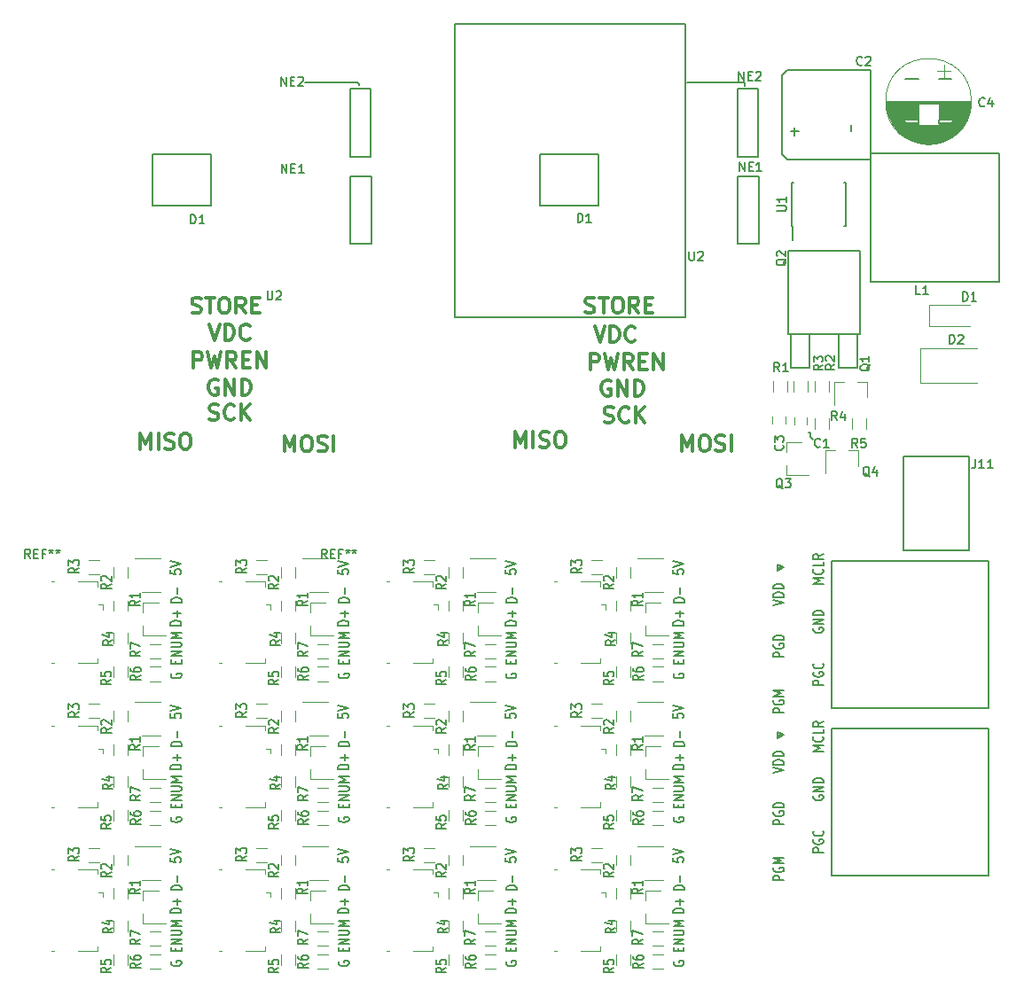
<source format=gto>
%MOIN*%
%OFA0B0*%
%FSLAX46Y46*%
%IPPOS*%
%LPD*%
%ADD10C,0.0039370078740157488*%
%ADD11C,0.0078740157480314977*%
%ADD12C,0.0047244094488188976*%
%ADD23C,0.0039370078740157488*%
%ADD24C,0.0078740157480314977*%
%ADD25C,0.0047244094488188976*%
%ADD26C,0.0039370078740157488*%
%ADD27C,0.0078740157480314977*%
%ADD28C,0.0047244094488188976*%
%ADD29C,0.0039370078740157488*%
%ADD30C,0.0078740157480314977*%
%ADD31C,0.0047244094488188976*%
%ADD32C,0.0039370078740157488*%
%ADD33C,0.0078740157480314977*%
%ADD34C,0.0047244094488188976*%
%ADD35C,0.0039370078740157488*%
%ADD36C,0.0078740157480314977*%
%ADD37C,0.0047244094488188976*%
%ADD38C,0.0039370078740157488*%
%ADD39C,0.0078740157480314977*%
%ADD40C,0.0047244094488188976*%
%ADD41C,0.0039370078740157488*%
%ADD42C,0.0078740157480314977*%
%ADD43C,0.0047244094488188976*%
%ADD44C,0.0039370078740157488*%
%ADD45C,0.0078740157480314977*%
%ADD46C,0.0047244094488188976*%
%ADD47C,0.0039370078740157488*%
%ADD48C,0.0078740157480314977*%
%ADD49C,0.0047244094488188976*%
%ADD50C,0.0039370078740157488*%
%ADD51C,0.0078740157480314977*%
%ADD52C,0.0047244094488188976*%
%ADD53C,0.0039370078740157488*%
%ADD54C,0.0078740157480314977*%
%ADD55C,0.0047244094488188976*%
%ADD56C,0.0039370078740157488*%
%ADD57C,0.0060236220472440951*%
%ADD58C,0.005905511811023622*%
%ADD59C,0.0047244094488188976*%
%ADD60C,0.0039370078740157488*%
%ADD61C,0.011811023622047244*%
%ADD62C,0.0078740157480314977*%
%ADD63C,0.005905511811023622*%
%ADD64C,0.0060236220472440951*%
%ADD65C,0.0039370078740157488*%
%ADD66C,0.011811023622047244*%
%ADD67C,0.0078740157480314977*%
%ADD68C,0.005905511811023622*%
%ADD69C,0.0060236220472440951*%
%ADD70C,0.0039370078740157488*%
%ADD71C,0.0078740157480314977*%
%ADD72C,0.005905511811023622*%
%ADD73C,0.0039370078740157488*%
%ADD74C,0.0078740157480314977*%
%ADD75C,0.005905511811023622*%
G01G01*
D10*
D11*
X0000672834Y0001256280D02*
X0000670959Y0001253280D01*
X0000670959Y0001248781D01*
X0000672834Y0001244281D01*
X0000676584Y0001241282D01*
X0000680333Y0001239782D01*
X0000687832Y0001238282D01*
X0000693457Y0001238282D01*
X0000700956Y0001239782D01*
X0000704705Y0001241282D01*
X0000708455Y0001244281D01*
X0000710329Y0001248781D01*
X0000710329Y0001251780D01*
X0000708455Y0001256280D01*
X0000706580Y0001257780D01*
X0000693457Y0001257780D01*
X0000693457Y0001251780D01*
X0000689707Y0001294225D02*
X0000689707Y0001304724D01*
X0000710329Y0001309223D02*
X0000710329Y0001294225D01*
X0000670959Y0001294225D01*
X0000670959Y0001309223D01*
X0000710329Y0001322722D02*
X0000670959Y0001322722D01*
X0000710329Y0001340719D01*
X0000670959Y0001340719D01*
X0000670959Y0001355718D02*
X0000702830Y0001355718D01*
X0000706580Y0001357217D01*
X0000708455Y0001358717D01*
X0000710329Y0001361717D01*
X0000710329Y0001367716D01*
X0000708455Y0001370716D01*
X0000706580Y0001372215D01*
X0000702830Y0001373715D01*
X0000670959Y0001373715D01*
X0000710329Y0001388713D02*
X0000670959Y0001388713D01*
X0000699081Y0001399212D01*
X0000670959Y0001409711D01*
X0000710329Y0001409711D01*
X0000709542Y0001438001D02*
X0000670172Y0001438001D01*
X0000670172Y0001445500D01*
X0000672047Y0001450000D01*
X0000675796Y0001452999D01*
X0000679546Y0001454499D01*
X0000687045Y0001455999D01*
X0000692669Y0001455999D01*
X0000700168Y0001454499D01*
X0000703918Y0001452999D01*
X0000707667Y0001450000D01*
X0000709542Y0001445500D01*
X0000709542Y0001438001D01*
X0000694544Y0001469497D02*
X0000694544Y0001493494D01*
X0000709542Y0001481496D02*
X0000679546Y0001481496D01*
X0000711117Y0001524615D02*
X0000671747Y0001524615D01*
X0000671747Y0001532114D01*
X0000673622Y0001536614D01*
X0000677371Y0001539613D01*
X0000681121Y0001541113D01*
X0000688620Y0001542613D01*
X0000694244Y0001542613D01*
X0000701743Y0001541113D01*
X0000705493Y0001539613D01*
X0000709242Y0001536614D01*
X0000711117Y0001532114D01*
X0000711117Y0001524615D01*
X0000696119Y0001556111D02*
X0000696119Y0001580108D01*
X0000669385Y0001647150D02*
X0000669385Y0001632152D01*
X0000688132Y0001630652D01*
X0000686257Y0001632152D01*
X0000684383Y0001635151D01*
X0000684383Y0001642650D01*
X0000686257Y0001645650D01*
X0000688132Y0001647150D01*
X0000691882Y0001648650D01*
X0000701256Y0001648650D01*
X0000705005Y0001647150D01*
X0000706880Y0001645650D01*
X0000708755Y0001642650D01*
X0000708755Y0001635151D01*
X0000706880Y0001632152D01*
X0000705005Y0001630652D01*
X0000669385Y0001657649D02*
X0000708755Y0001668147D01*
X0000669385Y0001678646D01*
D12*
X0000394094Y0001602362D02*
X0000394094Y0001584645D01*
X0000321259Y0001602362D02*
X0000394094Y0001602362D01*
X0000220866Y0001295275D02*
X0000230708Y0001295275D01*
X0000220866Y0001602362D02*
X0000230708Y0001602362D01*
X0000321259Y0001295275D02*
X0000394094Y0001295275D01*
X0000394094Y0001295275D02*
X0000394094Y0001312992D01*
X0000415748Y0001515748D02*
X0000415748Y0001498031D01*
X0000415748Y0001515748D02*
X0000398031Y0001515748D01*
X0000566141Y0001524015D02*
X0000566141Y0001487401D01*
X0000566141Y0001399606D02*
X0000566141Y0001436220D01*
X0000566141Y0001399606D02*
X0000651181Y0001399606D01*
X0000566141Y0001524015D02*
X0000623622Y0001524015D01*
X0000561811Y0001563779D02*
X0000632677Y0001563779D01*
X0000632677Y0001690551D02*
X0000536220Y0001690551D01*
X0000454330Y0001617716D02*
X0000454330Y0001657086D01*
X0000507874Y0001657086D02*
X0000507874Y0001617716D01*
X0000507874Y0001531102D02*
X0000507874Y0001491732D01*
X0000454330Y0001491732D02*
X0000454330Y0001531102D01*
X0000363385Y0001683070D02*
X0000402755Y0001683070D01*
X0000402755Y0001629527D02*
X0000363385Y0001629527D01*
X0000507874Y0001409448D02*
X0000507874Y0001370078D01*
X0000454330Y0001370078D02*
X0000454330Y0001409448D01*
X0000454330Y0001243700D02*
X0000454330Y0001283070D01*
X0000507874Y0001283070D02*
X0000507874Y0001243700D01*
X0000591732Y0001281496D02*
X0000631102Y0001281496D01*
X0000631102Y0001227952D02*
X0000591732Y0001227952D01*
X0000591732Y0001367716D02*
X0000631102Y0001367716D01*
X0000631102Y0001314173D02*
X0000591732Y0001314173D01*
D11*
X0000446944Y0001593569D02*
X0000428196Y0001583070D01*
X0000446944Y0001575571D02*
X0000407574Y0001575571D01*
X0000407574Y0001587570D01*
X0000409448Y0001590569D01*
X0000411323Y0001592069D01*
X0000415073Y0001593569D01*
X0000420697Y0001593569D01*
X0000424446Y0001592069D01*
X0000426321Y0001590569D01*
X0000428196Y0001587570D01*
X0000428196Y0001575571D01*
X0000411323Y0001605568D02*
X0000409448Y0001607067D01*
X0000407574Y0001610067D01*
X0000407574Y0001617566D01*
X0000409448Y0001620566D01*
X0000411323Y0001622066D01*
X0000415073Y0001623565D01*
X0000418822Y0001623565D01*
X0000424446Y0001622066D01*
X0000446944Y0001604068D01*
X0000446944Y0001623565D01*
X0000554424Y0001529790D02*
X0000535676Y0001519291D01*
X0000554424Y0001511792D02*
X0000515054Y0001511792D01*
X0000515054Y0001523790D01*
X0000516929Y0001526790D01*
X0000518803Y0001528290D01*
X0000522553Y0001529790D01*
X0000528177Y0001529790D01*
X0000531927Y0001528290D01*
X0000533802Y0001526790D01*
X0000535676Y0001523790D01*
X0000535676Y0001511792D01*
X0000554424Y0001559786D02*
X0000554424Y0001541788D01*
X0000554424Y0001550787D02*
X0000515054Y0001550787D01*
X0000520678Y0001547787D01*
X0000524428Y0001544788D01*
X0000526302Y0001541788D01*
X0000326077Y0001653018D02*
X0000307330Y0001642519D01*
X0000326077Y0001635020D02*
X0000286707Y0001635020D01*
X0000286707Y0001647019D01*
X0000288582Y0001650018D01*
X0000290457Y0001651518D01*
X0000294206Y0001653018D01*
X0000299831Y0001653018D01*
X0000303580Y0001651518D01*
X0000305455Y0001650018D01*
X0000307330Y0001647019D01*
X0000307330Y0001635020D01*
X0000286707Y0001663517D02*
X0000286707Y0001683014D01*
X0000301706Y0001672515D01*
X0000301706Y0001677015D01*
X0000303580Y0001680015D01*
X0000305455Y0001681514D01*
X0000309205Y0001683014D01*
X0000318578Y0001683014D01*
X0000322328Y0001681514D01*
X0000324203Y0001680015D01*
X0000326077Y0001677015D01*
X0000326077Y0001668016D01*
X0000324203Y0001665016D01*
X0000322328Y0001663517D01*
X0000453243Y0001382152D02*
X0000434495Y0001371653D01*
X0000453243Y0001364154D02*
X0000413873Y0001364154D01*
X0000413873Y0001376152D01*
X0000415747Y0001379152D01*
X0000417622Y0001380652D01*
X0000421372Y0001382152D01*
X0000426996Y0001382152D01*
X0000430746Y0001380652D01*
X0000432620Y0001379152D01*
X0000434495Y0001376152D01*
X0000434495Y0001364154D01*
X0000426996Y0001409148D02*
X0000453243Y0001409148D01*
X0000411998Y0001401649D02*
X0000440120Y0001394150D01*
X0000440120Y0001413648D01*
X0000446550Y0001233727D02*
X0000427802Y0001223228D01*
X0000446550Y0001215729D02*
X0000407180Y0001215729D01*
X0000407180Y0001227727D01*
X0000409055Y0001230727D01*
X0000410929Y0001232227D01*
X0000414679Y0001233727D01*
X0000420303Y0001233727D01*
X0000424053Y0001232227D01*
X0000425927Y0001230727D01*
X0000427802Y0001227727D01*
X0000427802Y0001215729D01*
X0000407180Y0001262223D02*
X0000407180Y0001247225D01*
X0000425927Y0001245725D01*
X0000424053Y0001247225D01*
X0000422178Y0001250225D01*
X0000422178Y0001257724D01*
X0000424053Y0001260723D01*
X0000425927Y0001262223D01*
X0000429677Y0001263723D01*
X0000439051Y0001263723D01*
X0000442800Y0001262223D01*
X0000444675Y0001260723D01*
X0000446550Y0001257724D01*
X0000446550Y0001250225D01*
X0000444675Y0001247225D01*
X0000442800Y0001245725D01*
X0000557180Y0001249868D02*
X0000538432Y0001239370D01*
X0000557180Y0001231871D02*
X0000517810Y0001231871D01*
X0000517810Y0001243869D01*
X0000519685Y0001246869D01*
X0000521559Y0001248368D01*
X0000525309Y0001249868D01*
X0000530933Y0001249868D01*
X0000534683Y0001248368D01*
X0000536557Y0001246869D01*
X0000538432Y0001243869D01*
X0000538432Y0001231871D01*
X0000517810Y0001276865D02*
X0000517810Y0001270866D01*
X0000519685Y0001267866D01*
X0000521559Y0001266366D01*
X0000527184Y0001263367D01*
X0000534683Y0001261867D01*
X0000549681Y0001261867D01*
X0000553430Y0001263367D01*
X0000555305Y0001264866D01*
X0000557180Y0001267866D01*
X0000557180Y0001273865D01*
X0000555305Y0001276865D01*
X0000553430Y0001278365D01*
X0000549681Y0001279865D01*
X0000540307Y0001279865D01*
X0000536557Y0001278365D01*
X0000534683Y0001276865D01*
X0000532808Y0001273865D01*
X0000532808Y0001267866D01*
X0000534683Y0001264866D01*
X0000536557Y0001263367D01*
X0000540307Y0001261867D01*
X0000556392Y0001340419D02*
X0000537645Y0001329921D01*
X0000556392Y0001322422D02*
X0000517022Y0001322422D01*
X0000517022Y0001334420D01*
X0000518897Y0001337420D01*
X0000520772Y0001338920D01*
X0000524521Y0001340419D01*
X0000530146Y0001340419D01*
X0000533895Y0001338920D01*
X0000535770Y0001337420D01*
X0000537645Y0001334420D01*
X0000537645Y0001322422D01*
X0000517022Y0001350918D02*
X0000517022Y0001371916D01*
X0000556392Y0001358417D01*
G04 next file*
G04 Gerber Fmt 4.6, Leading zero omitted, Abs format (unit mm)*
G04 Created by KiCad (PCBNEW 4.0.7) date 11/16/17 17:14:57*
G01G01*
G04 APERTURE LIST*
G04 APERTURE END LIST*
D23*
D24*
X0000672834Y0000714941D02*
X0000670959Y0000711942D01*
X0000670959Y0000707442D01*
X0000672834Y0000702943D01*
X0000676584Y0000699943D01*
X0000680333Y0000698443D01*
X0000687832Y0000696944D01*
X0000693457Y0000696944D01*
X0000700956Y0000698443D01*
X0000704705Y0000699943D01*
X0000708455Y0000702943D01*
X0000710329Y0000707442D01*
X0000710329Y0000710442D01*
X0000708455Y0000714941D01*
X0000706580Y0000716441D01*
X0000693457Y0000716441D01*
X0000693457Y0000710442D01*
X0000689707Y0000752887D02*
X0000689707Y0000763385D01*
X0000710329Y0000767885D02*
X0000710329Y0000752887D01*
X0000670959Y0000752887D01*
X0000670959Y0000767885D01*
X0000710329Y0000781383D02*
X0000670959Y0000781383D01*
X0000710329Y0000799381D01*
X0000670959Y0000799381D01*
X0000670959Y0000814379D02*
X0000702830Y0000814379D01*
X0000706580Y0000815879D01*
X0000708455Y0000817379D01*
X0000710329Y0000820378D01*
X0000710329Y0000826377D01*
X0000708455Y0000829377D01*
X0000706580Y0000830877D01*
X0000702830Y0000832377D01*
X0000670959Y0000832377D01*
X0000710329Y0000847375D02*
X0000670959Y0000847375D01*
X0000699081Y0000857874D01*
X0000670959Y0000868372D01*
X0000710329Y0000868372D01*
X0000709542Y0000896662D02*
X0000670172Y0000896662D01*
X0000670172Y0000904161D01*
X0000672047Y0000908661D01*
X0000675796Y0000911661D01*
X0000679546Y0000913160D01*
X0000687045Y0000914660D01*
X0000692669Y0000914660D01*
X0000700168Y0000913160D01*
X0000703918Y0000911661D01*
X0000707667Y0000908661D01*
X0000709542Y0000904161D01*
X0000709542Y0000896662D01*
X0000694544Y0000928158D02*
X0000694544Y0000952155D01*
X0000709542Y0000940157D02*
X0000679546Y0000940157D01*
X0000711117Y0000983277D02*
X0000671747Y0000983277D01*
X0000671747Y0000990776D01*
X0000673622Y0000995275D01*
X0000677371Y0000998275D01*
X0000681121Y0000999775D01*
X0000688620Y0001001274D01*
X0000694244Y0001001274D01*
X0000701743Y0000999775D01*
X0000705493Y0000998275D01*
X0000709242Y0000995275D01*
X0000711117Y0000990776D01*
X0000711117Y0000983277D01*
X0000696119Y0001014773D02*
X0000696119Y0001038770D01*
X0000669385Y0001105811D02*
X0000669385Y0001090813D01*
X0000688132Y0001089313D01*
X0000686257Y0001090813D01*
X0000684383Y0001093813D01*
X0000684383Y0001101312D01*
X0000686257Y0001104311D01*
X0000688132Y0001105811D01*
X0000691882Y0001107311D01*
X0000701256Y0001107311D01*
X0000705005Y0001105811D01*
X0000706880Y0001104311D01*
X0000708755Y0001101312D01*
X0000708755Y0001093813D01*
X0000706880Y0001090813D01*
X0000705005Y0001089313D01*
X0000669385Y0001116310D02*
X0000708755Y0001126809D01*
X0000669385Y0001137307D01*
D25*
X0000394094Y0001061023D02*
X0000394094Y0001043307D01*
X0000321259Y0001061023D02*
X0000394094Y0001061023D01*
X0000220866Y0000753937D02*
X0000230708Y0000753937D01*
X0000220866Y0001061023D02*
X0000230708Y0001061023D01*
X0000321259Y0000753937D02*
X0000394094Y0000753937D01*
X0000394094Y0000753937D02*
X0000394094Y0000771653D01*
X0000415748Y0000974409D02*
X0000415748Y0000956692D01*
X0000415748Y0000974409D02*
X0000398031Y0000974409D01*
X0000566141Y0000982677D02*
X0000566141Y0000946062D01*
X0000566141Y0000858267D02*
X0000566141Y0000894881D01*
X0000566141Y0000858267D02*
X0000651181Y0000858267D01*
X0000566141Y0000982677D02*
X0000623622Y0000982677D01*
X0000561811Y0001022440D02*
X0000632677Y0001022440D01*
X0000632677Y0001149212D02*
X0000536220Y0001149212D01*
X0000454330Y0001076377D02*
X0000454330Y0001115748D01*
X0000507874Y0001115748D02*
X0000507874Y0001076377D01*
X0000507874Y0000989763D02*
X0000507874Y0000950393D01*
X0000454330Y0000950393D02*
X0000454330Y0000989763D01*
X0000363385Y0001141732D02*
X0000402755Y0001141732D01*
X0000402755Y0001088188D02*
X0000363385Y0001088188D01*
X0000507874Y0000868110D02*
X0000507874Y0000828740D01*
X0000454330Y0000828740D02*
X0000454330Y0000868110D01*
X0000454330Y0000702362D02*
X0000454330Y0000741732D01*
X0000507874Y0000741732D02*
X0000507874Y0000702362D01*
X0000591732Y0000740157D02*
X0000631102Y0000740157D01*
X0000631102Y0000686614D02*
X0000591732Y0000686614D01*
X0000591732Y0000826377D02*
X0000631102Y0000826377D01*
X0000631102Y0000772834D02*
X0000591732Y0000772834D01*
D24*
X0000446944Y0001052230D02*
X0000428196Y0001041732D01*
X0000446944Y0001034233D02*
X0000407574Y0001034233D01*
X0000407574Y0001046231D01*
X0000409448Y0001049231D01*
X0000411323Y0001050731D01*
X0000415073Y0001052230D01*
X0000420697Y0001052230D01*
X0000424446Y0001050731D01*
X0000426321Y0001049231D01*
X0000428196Y0001046231D01*
X0000428196Y0001034233D01*
X0000411323Y0001064229D02*
X0000409448Y0001065729D01*
X0000407574Y0001068728D01*
X0000407574Y0001076227D01*
X0000409448Y0001079227D01*
X0000411323Y0001080727D01*
X0000415073Y0001082227D01*
X0000418822Y0001082227D01*
X0000424446Y0001080727D01*
X0000446944Y0001062729D01*
X0000446944Y0001082227D01*
X0000554424Y0000988451D02*
X0000535676Y0000977952D01*
X0000554424Y0000970453D02*
X0000515054Y0000970453D01*
X0000515054Y0000982452D01*
X0000516929Y0000985451D01*
X0000518803Y0000986951D01*
X0000522553Y0000988451D01*
X0000528177Y0000988451D01*
X0000531927Y0000986951D01*
X0000533802Y0000985451D01*
X0000535676Y0000982452D01*
X0000535676Y0000970453D01*
X0000554424Y0001018447D02*
X0000554424Y0001000449D01*
X0000554424Y0001009448D02*
X0000515054Y0001009448D01*
X0000520678Y0001006449D01*
X0000524428Y0001003449D01*
X0000526302Y0001000449D01*
X0000326077Y0001111679D02*
X0000307330Y0001101181D01*
X0000326077Y0001093682D02*
X0000286707Y0001093682D01*
X0000286707Y0001105680D01*
X0000288582Y0001108680D01*
X0000290457Y0001110180D01*
X0000294206Y0001111679D01*
X0000299831Y0001111679D01*
X0000303580Y0001110180D01*
X0000305455Y0001108680D01*
X0000307330Y0001105680D01*
X0000307330Y0001093682D01*
X0000286707Y0001122178D02*
X0000286707Y0001141676D01*
X0000301706Y0001131177D01*
X0000301706Y0001135676D01*
X0000303580Y0001138676D01*
X0000305455Y0001140176D01*
X0000309205Y0001141676D01*
X0000318578Y0001141676D01*
X0000322328Y0001140176D01*
X0000324203Y0001138676D01*
X0000326077Y0001135676D01*
X0000326077Y0001126677D01*
X0000324203Y0001123678D01*
X0000322328Y0001122178D01*
X0000453243Y0000840813D02*
X0000434495Y0000830314D01*
X0000453243Y0000822815D02*
X0000413873Y0000822815D01*
X0000413873Y0000834814D01*
X0000415747Y0000837814D01*
X0000417622Y0000839313D01*
X0000421372Y0000840813D01*
X0000426996Y0000840813D01*
X0000430746Y0000839313D01*
X0000432620Y0000837814D01*
X0000434495Y0000834814D01*
X0000434495Y0000822815D01*
X0000426996Y0000867810D02*
X0000453243Y0000867810D01*
X0000411998Y0000860311D02*
X0000440120Y0000852812D01*
X0000440120Y0000872309D01*
X0000446550Y0000692388D02*
X0000427802Y0000681889D01*
X0000446550Y0000674390D02*
X0000407180Y0000674390D01*
X0000407180Y0000686389D01*
X0000409055Y0000689388D01*
X0000410929Y0000690888D01*
X0000414679Y0000692388D01*
X0000420303Y0000692388D01*
X0000424053Y0000690888D01*
X0000425927Y0000689388D01*
X0000427802Y0000686389D01*
X0000427802Y0000674390D01*
X0000407180Y0000720884D02*
X0000407180Y0000705886D01*
X0000425927Y0000704386D01*
X0000424053Y0000705886D01*
X0000422178Y0000708886D01*
X0000422178Y0000716385D01*
X0000424053Y0000719385D01*
X0000425927Y0000720884D01*
X0000429677Y0000722384D01*
X0000439051Y0000722384D01*
X0000442800Y0000720884D01*
X0000444675Y0000719385D01*
X0000446550Y0000716385D01*
X0000446550Y0000708886D01*
X0000444675Y0000705886D01*
X0000442800Y0000704386D01*
X0000557180Y0000708530D02*
X0000538432Y0000698031D01*
X0000557180Y0000690532D02*
X0000517810Y0000690532D01*
X0000517810Y0000702530D01*
X0000519685Y0000705530D01*
X0000521559Y0000707030D01*
X0000525309Y0000708530D01*
X0000530933Y0000708530D01*
X0000534683Y0000707030D01*
X0000536557Y0000705530D01*
X0000538432Y0000702530D01*
X0000538432Y0000690532D01*
X0000517810Y0000735526D02*
X0000517810Y0000729527D01*
X0000519685Y0000726527D01*
X0000521559Y0000725028D01*
X0000527184Y0000722028D01*
X0000534683Y0000720528D01*
X0000549681Y0000720528D01*
X0000553430Y0000722028D01*
X0000555305Y0000723528D01*
X0000557180Y0000726527D01*
X0000557180Y0000732527D01*
X0000555305Y0000735526D01*
X0000553430Y0000737026D01*
X0000549681Y0000738526D01*
X0000540307Y0000738526D01*
X0000536557Y0000737026D01*
X0000534683Y0000735526D01*
X0000532808Y0000732527D01*
X0000532808Y0000726527D01*
X0000534683Y0000723528D01*
X0000536557Y0000722028D01*
X0000540307Y0000720528D01*
X0000556392Y0000799081D02*
X0000537645Y0000788582D01*
X0000556392Y0000781083D02*
X0000517022Y0000781083D01*
X0000517022Y0000793082D01*
X0000518897Y0000796081D01*
X0000520772Y0000797581D01*
X0000524521Y0000799081D01*
X0000530146Y0000799081D01*
X0000533895Y0000797581D01*
X0000535770Y0000796081D01*
X0000537645Y0000793082D01*
X0000537645Y0000781083D01*
X0000517022Y0000809580D02*
X0000517022Y0000830577D01*
X0000556392Y0000817079D01*
G04 next file*
G04 Gerber Fmt 4.6, Leading zero omitted, Abs format (unit mm)*
G04 Created by KiCad (PCBNEW 4.0.7) date 11/16/17 17:14:57*
G01G01*
G04 APERTURE LIST*
G04 APERTURE END LIST*
D26*
D27*
X0000672834Y0000173603D02*
X0000670959Y0000170603D01*
X0000670959Y0000166104D01*
X0000672834Y0000161604D01*
X0000676584Y0000158605D01*
X0000680333Y0000157105D01*
X0000687832Y0000155605D01*
X0000693457Y0000155605D01*
X0000700956Y0000157105D01*
X0000704705Y0000158605D01*
X0000708455Y0000161604D01*
X0000710329Y0000166104D01*
X0000710329Y0000169103D01*
X0000708455Y0000173603D01*
X0000706580Y0000175103D01*
X0000693457Y0000175103D01*
X0000693457Y0000169103D01*
X0000689707Y0000211548D02*
X0000689707Y0000222047D01*
X0000710329Y0000226546D02*
X0000710329Y0000211548D01*
X0000670959Y0000211548D01*
X0000670959Y0000226546D01*
X0000710329Y0000240044D02*
X0000670959Y0000240044D01*
X0000710329Y0000258042D01*
X0000670959Y0000258042D01*
X0000670959Y0000273040D02*
X0000702830Y0000273040D01*
X0000706580Y0000274540D01*
X0000708455Y0000276040D01*
X0000710329Y0000279040D01*
X0000710329Y0000285039D01*
X0000708455Y0000288038D01*
X0000706580Y0000289538D01*
X0000702830Y0000291038D01*
X0000670959Y0000291038D01*
X0000710329Y0000306036D02*
X0000670959Y0000306036D01*
X0000699081Y0000316535D01*
X0000670959Y0000327034D01*
X0000710329Y0000327034D01*
X0000709542Y0000355324D02*
X0000670172Y0000355324D01*
X0000670172Y0000362823D01*
X0000672047Y0000367322D01*
X0000675796Y0000370322D01*
X0000679546Y0000371822D01*
X0000687045Y0000373322D01*
X0000692669Y0000373322D01*
X0000700168Y0000371822D01*
X0000703918Y0000370322D01*
X0000707667Y0000367322D01*
X0000709542Y0000362823D01*
X0000709542Y0000355324D01*
X0000694544Y0000386820D02*
X0000694544Y0000410817D01*
X0000709542Y0000398818D02*
X0000679546Y0000398818D01*
X0000711117Y0000441938D02*
X0000671747Y0000441938D01*
X0000671747Y0000449437D01*
X0000673622Y0000453937D01*
X0000677371Y0000456936D01*
X0000681121Y0000458436D01*
X0000688620Y0000459936D01*
X0000694244Y0000459936D01*
X0000701743Y0000458436D01*
X0000705493Y0000456936D01*
X0000709242Y0000453937D01*
X0000711117Y0000449437D01*
X0000711117Y0000441938D01*
X0000696119Y0000473434D02*
X0000696119Y0000497431D01*
X0000669385Y0000564473D02*
X0000669385Y0000549475D01*
X0000688132Y0000547975D01*
X0000686257Y0000549475D01*
X0000684383Y0000552474D01*
X0000684383Y0000559973D01*
X0000686257Y0000562973D01*
X0000688132Y0000564473D01*
X0000691882Y0000565973D01*
X0000701256Y0000565973D01*
X0000705005Y0000564473D01*
X0000706880Y0000562973D01*
X0000708755Y0000559973D01*
X0000708755Y0000552474D01*
X0000706880Y0000549475D01*
X0000705005Y0000547975D01*
X0000669385Y0000574971D02*
X0000708755Y0000585470D01*
X0000669385Y0000595969D01*
D28*
X0000394094Y0000519685D02*
X0000394094Y0000501968D01*
X0000321259Y0000519685D02*
X0000394094Y0000519685D01*
X0000220866Y0000212598D02*
X0000230708Y0000212598D01*
X0000220866Y0000519685D02*
X0000230708Y0000519685D01*
X0000321259Y0000212598D02*
X0000394094Y0000212598D01*
X0000394094Y0000212598D02*
X0000394094Y0000230314D01*
X0000415748Y0000433070D02*
X0000415748Y0000415354D01*
X0000415748Y0000433070D02*
X0000398031Y0000433070D01*
X0000566141Y0000441338D02*
X0000566141Y0000404724D01*
X0000566141Y0000316929D02*
X0000566141Y0000353543D01*
X0000566141Y0000316929D02*
X0000651181Y0000316929D01*
X0000566141Y0000441338D02*
X0000623622Y0000441338D01*
X0000561811Y0000481102D02*
X0000632677Y0000481102D01*
X0000632677Y0000607874D02*
X0000536220Y0000607874D01*
X0000454330Y0000535039D02*
X0000454330Y0000574409D01*
X0000507874Y0000574409D02*
X0000507874Y0000535039D01*
X0000507874Y0000448425D02*
X0000507874Y0000409055D01*
X0000454330Y0000409055D02*
X0000454330Y0000448425D01*
X0000363385Y0000600393D02*
X0000402755Y0000600393D01*
X0000402755Y0000546850D02*
X0000363385Y0000546850D01*
X0000507874Y0000326771D02*
X0000507874Y0000287401D01*
X0000454330Y0000287401D02*
X0000454330Y0000326771D01*
X0000454330Y0000161023D02*
X0000454330Y0000200393D01*
X0000507874Y0000200393D02*
X0000507874Y0000161023D01*
X0000591732Y0000198818D02*
X0000631102Y0000198818D01*
X0000631102Y0000145275D02*
X0000591732Y0000145275D01*
X0000591732Y0000285039D02*
X0000631102Y0000285039D01*
X0000631102Y0000231496D02*
X0000591732Y0000231496D01*
D27*
X0000446944Y0000510892D02*
X0000428196Y0000500393D01*
X0000446944Y0000492894D02*
X0000407574Y0000492894D01*
X0000407574Y0000504893D01*
X0000409448Y0000507892D01*
X0000411323Y0000509392D01*
X0000415073Y0000510892D01*
X0000420697Y0000510892D01*
X0000424446Y0000509392D01*
X0000426321Y0000507892D01*
X0000428196Y0000504893D01*
X0000428196Y0000492894D01*
X0000411323Y0000522890D02*
X0000409448Y0000524390D01*
X0000407574Y0000527390D01*
X0000407574Y0000534889D01*
X0000409448Y0000537889D01*
X0000411323Y0000539388D01*
X0000415073Y0000540888D01*
X0000418822Y0000540888D01*
X0000424446Y0000539388D01*
X0000446944Y0000521391D01*
X0000446944Y0000540888D01*
X0000554424Y0000447112D02*
X0000535676Y0000436614D01*
X0000554424Y0000429115D02*
X0000515054Y0000429115D01*
X0000515054Y0000441113D01*
X0000516929Y0000444113D01*
X0000518803Y0000445613D01*
X0000522553Y0000447112D01*
X0000528177Y0000447112D01*
X0000531927Y0000445613D01*
X0000533802Y0000444113D01*
X0000535676Y0000441113D01*
X0000535676Y0000429115D01*
X0000554424Y0000477109D02*
X0000554424Y0000459111D01*
X0000554424Y0000468110D02*
X0000515054Y0000468110D01*
X0000520678Y0000465110D01*
X0000524428Y0000462110D01*
X0000526302Y0000459111D01*
X0000326077Y0000570341D02*
X0000307330Y0000559842D01*
X0000326077Y0000552343D02*
X0000286707Y0000552343D01*
X0000286707Y0000564341D01*
X0000288582Y0000567341D01*
X0000290457Y0000568841D01*
X0000294206Y0000570341D01*
X0000299831Y0000570341D01*
X0000303580Y0000568841D01*
X0000305455Y0000567341D01*
X0000307330Y0000564341D01*
X0000307330Y0000552343D01*
X0000286707Y0000580839D02*
X0000286707Y0000600337D01*
X0000301706Y0000589838D01*
X0000301706Y0000594338D01*
X0000303580Y0000597337D01*
X0000305455Y0000598837D01*
X0000309205Y0000600337D01*
X0000318578Y0000600337D01*
X0000322328Y0000598837D01*
X0000324203Y0000597337D01*
X0000326077Y0000594338D01*
X0000326077Y0000585339D01*
X0000324203Y0000582339D01*
X0000322328Y0000580839D01*
X0000453243Y0000299475D02*
X0000434495Y0000288976D01*
X0000453243Y0000281477D02*
X0000413873Y0000281477D01*
X0000413873Y0000293475D01*
X0000415747Y0000296475D01*
X0000417622Y0000297975D01*
X0000421372Y0000299475D01*
X0000426996Y0000299475D01*
X0000430746Y0000297975D01*
X0000432620Y0000296475D01*
X0000434495Y0000293475D01*
X0000434495Y0000281477D01*
X0000426996Y0000326471D02*
X0000453243Y0000326471D01*
X0000411998Y0000318972D02*
X0000440120Y0000311473D01*
X0000440120Y0000330971D01*
X0000446550Y0000151049D02*
X0000427802Y0000140551D01*
X0000446550Y0000133052D02*
X0000407180Y0000133052D01*
X0000407180Y0000145050D01*
X0000409055Y0000148050D01*
X0000410929Y0000149550D01*
X0000414679Y0000151049D01*
X0000420303Y0000151049D01*
X0000424053Y0000149550D01*
X0000425927Y0000148050D01*
X0000427802Y0000145050D01*
X0000427802Y0000133052D01*
X0000407180Y0000179546D02*
X0000407180Y0000164548D01*
X0000425927Y0000163048D01*
X0000424053Y0000164548D01*
X0000422178Y0000167547D01*
X0000422178Y0000175046D01*
X0000424053Y0000178046D01*
X0000425927Y0000179546D01*
X0000429677Y0000181046D01*
X0000439051Y0000181046D01*
X0000442800Y0000179546D01*
X0000444675Y0000178046D01*
X0000446550Y0000175046D01*
X0000446550Y0000167547D01*
X0000444675Y0000164548D01*
X0000442800Y0000163048D01*
X0000557180Y0000167191D02*
X0000538432Y0000156692D01*
X0000557180Y0000149193D02*
X0000517810Y0000149193D01*
X0000517810Y0000161192D01*
X0000519685Y0000164192D01*
X0000521559Y0000165691D01*
X0000525309Y0000167191D01*
X0000530933Y0000167191D01*
X0000534683Y0000165691D01*
X0000536557Y0000164192D01*
X0000538432Y0000161192D01*
X0000538432Y0000149193D01*
X0000517810Y0000194188D02*
X0000517810Y0000188188D01*
X0000519685Y0000185189D01*
X0000521559Y0000183689D01*
X0000527184Y0000180689D01*
X0000534683Y0000179190D01*
X0000549681Y0000179190D01*
X0000553430Y0000180689D01*
X0000555305Y0000182189D01*
X0000557180Y0000185189D01*
X0000557180Y0000191188D01*
X0000555305Y0000194188D01*
X0000553430Y0000195688D01*
X0000549681Y0000197187D01*
X0000540307Y0000197187D01*
X0000536557Y0000195688D01*
X0000534683Y0000194188D01*
X0000532808Y0000191188D01*
X0000532808Y0000185189D01*
X0000534683Y0000182189D01*
X0000536557Y0000180689D01*
X0000540307Y0000179190D01*
X0000556392Y0000257742D02*
X0000537645Y0000247244D01*
X0000556392Y0000239745D02*
X0000517022Y0000239745D01*
X0000517022Y0000251743D01*
X0000518897Y0000254743D01*
X0000520772Y0000256242D01*
X0000524521Y0000257742D01*
X0000530146Y0000257742D01*
X0000533895Y0000256242D01*
X0000535770Y0000254743D01*
X0000537645Y0000251743D01*
X0000537645Y0000239745D01*
X0000517022Y0000268241D02*
X0000517022Y0000289238D01*
X0000556392Y0000275740D01*
G04 next file*
G04 Gerber Fmt 4.6, Leading zero omitted, Abs format (unit mm)*
G04 Created by KiCad (PCBNEW 4.0.7) date 11/16/17 17:14:57*
G01G01*
G04 APERTURE LIST*
G04 APERTURE END LIST*
D29*
D30*
X0001302755Y0001256280D02*
X0001300881Y0001253280D01*
X0001300881Y0001248781D01*
X0001302755Y0001244281D01*
X0001306505Y0001241282D01*
X0001310254Y0001239782D01*
X0001317753Y0001238282D01*
X0001323378Y0001238282D01*
X0001330877Y0001239782D01*
X0001334626Y0001241282D01*
X0001338376Y0001244281D01*
X0001340251Y0001248781D01*
X0001340251Y0001251780D01*
X0001338376Y0001256280D01*
X0001336501Y0001257780D01*
X0001323378Y0001257780D01*
X0001323378Y0001251780D01*
X0001319628Y0001294225D02*
X0001319628Y0001304724D01*
X0001340251Y0001309223D02*
X0001340251Y0001294225D01*
X0001300881Y0001294225D01*
X0001300881Y0001309223D01*
X0001340251Y0001322722D02*
X0001300881Y0001322722D01*
X0001340251Y0001340719D01*
X0001300881Y0001340719D01*
X0001300881Y0001355718D02*
X0001332752Y0001355718D01*
X0001336501Y0001357217D01*
X0001338376Y0001358717D01*
X0001340251Y0001361717D01*
X0001340251Y0001367716D01*
X0001338376Y0001370716D01*
X0001336501Y0001372215D01*
X0001332752Y0001373715D01*
X0001300881Y0001373715D01*
X0001340251Y0001388713D02*
X0001300881Y0001388713D01*
X0001329002Y0001399212D01*
X0001300881Y0001409711D01*
X0001340251Y0001409711D01*
X0001339463Y0001438001D02*
X0001300093Y0001438001D01*
X0001300093Y0001445500D01*
X0001301968Y0001450000D01*
X0001305718Y0001452999D01*
X0001309467Y0001454499D01*
X0001316966Y0001455999D01*
X0001322590Y0001455999D01*
X0001330090Y0001454499D01*
X0001333839Y0001452999D01*
X0001337589Y0001450000D01*
X0001339463Y0001445500D01*
X0001339463Y0001438001D01*
X0001324465Y0001469497D02*
X0001324465Y0001493494D01*
X0001339463Y0001481496D02*
X0001309467Y0001481496D01*
X0001341038Y0001524615D02*
X0001301668Y0001524615D01*
X0001301668Y0001532114D01*
X0001303543Y0001536614D01*
X0001307292Y0001539613D01*
X0001311042Y0001541113D01*
X0001318541Y0001542613D01*
X0001324165Y0001542613D01*
X0001331664Y0001541113D01*
X0001335414Y0001539613D01*
X0001339163Y0001536614D01*
X0001341038Y0001532114D01*
X0001341038Y0001524615D01*
X0001326040Y0001556111D02*
X0001326040Y0001580108D01*
X0001299306Y0001647150D02*
X0001299306Y0001632152D01*
X0001318053Y0001630652D01*
X0001316179Y0001632152D01*
X0001314304Y0001635151D01*
X0001314304Y0001642650D01*
X0001316179Y0001645650D01*
X0001318053Y0001647150D01*
X0001321803Y0001648650D01*
X0001331177Y0001648650D01*
X0001334926Y0001647150D01*
X0001336801Y0001645650D01*
X0001338676Y0001642650D01*
X0001338676Y0001635151D01*
X0001336801Y0001632152D01*
X0001334926Y0001630652D01*
X0001299306Y0001657649D02*
X0001338676Y0001668147D01*
X0001299306Y0001678646D01*
D31*
X0001024015Y0001602362D02*
X0001024015Y0001584645D01*
X0000951181Y0001602362D02*
X0001024015Y0001602362D01*
X0000850787Y0001295275D02*
X0000860629Y0001295275D01*
X0000850787Y0001602362D02*
X0000860629Y0001602362D01*
X0000951181Y0001295275D02*
X0001024015Y0001295275D01*
X0001024015Y0001295275D02*
X0001024015Y0001312992D01*
X0001045669Y0001515748D02*
X0001045669Y0001498031D01*
X0001045669Y0001515748D02*
X0001027952Y0001515748D01*
X0001196062Y0001524015D02*
X0001196062Y0001487401D01*
X0001196062Y0001399606D02*
X0001196062Y0001436220D01*
X0001196062Y0001399606D02*
X0001281102Y0001399606D01*
X0001196062Y0001524015D02*
X0001253543Y0001524015D01*
X0001191732Y0001563779D02*
X0001262598Y0001563779D01*
X0001262598Y0001690551D02*
X0001166141Y0001690551D01*
X0001084251Y0001617716D02*
X0001084251Y0001657086D01*
X0001137795Y0001657086D02*
X0001137795Y0001617716D01*
X0001137795Y0001531102D02*
X0001137795Y0001491732D01*
X0001084251Y0001491732D02*
X0001084251Y0001531102D01*
X0000993307Y0001683070D02*
X0001032677Y0001683070D01*
X0001032677Y0001629527D02*
X0000993307Y0001629527D01*
X0001137795Y0001409448D02*
X0001137795Y0001370078D01*
X0001084251Y0001370078D02*
X0001084251Y0001409448D01*
X0001084251Y0001243700D02*
X0001084251Y0001283070D01*
X0001137795Y0001283070D02*
X0001137795Y0001243700D01*
X0001221653Y0001281496D02*
X0001261023Y0001281496D01*
X0001261023Y0001227952D02*
X0001221653Y0001227952D01*
X0001221653Y0001367716D02*
X0001261023Y0001367716D01*
X0001261023Y0001314173D02*
X0001221653Y0001314173D01*
D30*
X0001076865Y0001593569D02*
X0001058117Y0001583070D01*
X0001076865Y0001575571D02*
X0001037495Y0001575571D01*
X0001037495Y0001587570D01*
X0001039370Y0001590569D01*
X0001041244Y0001592069D01*
X0001044994Y0001593569D01*
X0001050618Y0001593569D01*
X0001054368Y0001592069D01*
X0001056242Y0001590569D01*
X0001058117Y0001587570D01*
X0001058117Y0001575571D01*
X0001041244Y0001605568D02*
X0001039370Y0001607067D01*
X0001037495Y0001610067D01*
X0001037495Y0001617566D01*
X0001039370Y0001620566D01*
X0001041244Y0001622066D01*
X0001044994Y0001623565D01*
X0001048743Y0001623565D01*
X0001054368Y0001622066D01*
X0001076865Y0001604068D01*
X0001076865Y0001623565D01*
X0001184345Y0001529790D02*
X0001165597Y0001519291D01*
X0001184345Y0001511792D02*
X0001144975Y0001511792D01*
X0001144975Y0001523790D01*
X0001146850Y0001526790D01*
X0001148725Y0001528290D01*
X0001152474Y0001529790D01*
X0001158098Y0001529790D01*
X0001161848Y0001528290D01*
X0001163723Y0001526790D01*
X0001165597Y0001523790D01*
X0001165597Y0001511792D01*
X0001184345Y0001559786D02*
X0001184345Y0001541788D01*
X0001184345Y0001550787D02*
X0001144975Y0001550787D01*
X0001150599Y0001547787D01*
X0001154349Y0001544788D01*
X0001156224Y0001541788D01*
X0000955999Y0001653018D02*
X0000937251Y0001642519D01*
X0000955999Y0001635020D02*
X0000916629Y0001635020D01*
X0000916629Y0001647019D01*
X0000918503Y0001650018D01*
X0000920378Y0001651518D01*
X0000924128Y0001653018D01*
X0000929752Y0001653018D01*
X0000933502Y0001651518D01*
X0000935376Y0001650018D01*
X0000937251Y0001647019D01*
X0000937251Y0001635020D01*
X0000916629Y0001663517D02*
X0000916629Y0001683014D01*
X0000931627Y0001672515D01*
X0000931627Y0001677015D01*
X0000933502Y0001680015D01*
X0000935376Y0001681514D01*
X0000939126Y0001683014D01*
X0000948500Y0001683014D01*
X0000952249Y0001681514D01*
X0000954124Y0001680015D01*
X0000955999Y0001677015D01*
X0000955999Y0001668016D01*
X0000954124Y0001665016D01*
X0000952249Y0001663517D01*
X0001083164Y0001382152D02*
X0001064416Y0001371653D01*
X0001083164Y0001364154D02*
X0001043794Y0001364154D01*
X0001043794Y0001376152D01*
X0001045669Y0001379152D01*
X0001047544Y0001380652D01*
X0001051293Y0001382152D01*
X0001056917Y0001382152D01*
X0001060667Y0001380652D01*
X0001062542Y0001379152D01*
X0001064416Y0001376152D01*
X0001064416Y0001364154D01*
X0001056917Y0001409148D02*
X0001083164Y0001409148D01*
X0001041919Y0001401649D02*
X0001070041Y0001394150D01*
X0001070041Y0001413648D01*
X0001076471Y0001233727D02*
X0001057724Y0001223228D01*
X0001076471Y0001215729D02*
X0001037101Y0001215729D01*
X0001037101Y0001227727D01*
X0001038976Y0001230727D01*
X0001040851Y0001232227D01*
X0001044600Y0001233727D01*
X0001050224Y0001233727D01*
X0001053974Y0001232227D01*
X0001055849Y0001230727D01*
X0001057724Y0001227727D01*
X0001057724Y0001215729D01*
X0001037101Y0001262223D02*
X0001037101Y0001247225D01*
X0001055849Y0001245725D01*
X0001053974Y0001247225D01*
X0001052099Y0001250225D01*
X0001052099Y0001257724D01*
X0001053974Y0001260723D01*
X0001055849Y0001262223D01*
X0001059598Y0001263723D01*
X0001068972Y0001263723D01*
X0001072722Y0001262223D01*
X0001074596Y0001260723D01*
X0001076471Y0001257724D01*
X0001076471Y0001250225D01*
X0001074596Y0001247225D01*
X0001072722Y0001245725D01*
X0001187101Y0001249868D02*
X0001168353Y0001239370D01*
X0001187101Y0001231871D02*
X0001147731Y0001231871D01*
X0001147731Y0001243869D01*
X0001149606Y0001246869D01*
X0001151481Y0001248368D01*
X0001155230Y0001249868D01*
X0001160854Y0001249868D01*
X0001164604Y0001248368D01*
X0001166479Y0001246869D01*
X0001168353Y0001243869D01*
X0001168353Y0001231871D01*
X0001147731Y0001276865D02*
X0001147731Y0001270866D01*
X0001149606Y0001267866D01*
X0001151481Y0001266366D01*
X0001157105Y0001263367D01*
X0001164604Y0001261867D01*
X0001179602Y0001261867D01*
X0001183352Y0001263367D01*
X0001185226Y0001264866D01*
X0001187101Y0001267866D01*
X0001187101Y0001273865D01*
X0001185226Y0001276865D01*
X0001183352Y0001278365D01*
X0001179602Y0001279865D01*
X0001170228Y0001279865D01*
X0001166479Y0001278365D01*
X0001164604Y0001276865D01*
X0001162729Y0001273865D01*
X0001162729Y0001267866D01*
X0001164604Y0001264866D01*
X0001166479Y0001263367D01*
X0001170228Y0001261867D01*
X0001186314Y0001340419D02*
X0001167566Y0001329921D01*
X0001186314Y0001322422D02*
X0001146944Y0001322422D01*
X0001146944Y0001334420D01*
X0001148818Y0001337420D01*
X0001150693Y0001338920D01*
X0001154443Y0001340419D01*
X0001160067Y0001340419D01*
X0001163817Y0001338920D01*
X0001165691Y0001337420D01*
X0001167566Y0001334420D01*
X0001167566Y0001322422D01*
X0001146944Y0001350918D02*
X0001146944Y0001371916D01*
X0001186314Y0001358417D01*
G04 next file*
G04 Gerber Fmt 4.6, Leading zero omitted, Abs format (unit mm)*
G04 Created by KiCad (PCBNEW 4.0.7) date 11/16/17 17:14:57*
G01G01*
G04 APERTURE LIST*
G04 APERTURE END LIST*
D32*
D33*
X0001302755Y0000714941D02*
X0001300881Y0000711942D01*
X0001300881Y0000707442D01*
X0001302755Y0000702943D01*
X0001306505Y0000699943D01*
X0001310254Y0000698443D01*
X0001317753Y0000696944D01*
X0001323378Y0000696944D01*
X0001330877Y0000698443D01*
X0001334626Y0000699943D01*
X0001338376Y0000702943D01*
X0001340251Y0000707442D01*
X0001340251Y0000710442D01*
X0001338376Y0000714941D01*
X0001336501Y0000716441D01*
X0001323378Y0000716441D01*
X0001323378Y0000710442D01*
X0001319628Y0000752887D02*
X0001319628Y0000763385D01*
X0001340251Y0000767885D02*
X0001340251Y0000752887D01*
X0001300881Y0000752887D01*
X0001300881Y0000767885D01*
X0001340251Y0000781383D02*
X0001300881Y0000781383D01*
X0001340251Y0000799381D01*
X0001300881Y0000799381D01*
X0001300881Y0000814379D02*
X0001332752Y0000814379D01*
X0001336501Y0000815879D01*
X0001338376Y0000817379D01*
X0001340251Y0000820378D01*
X0001340251Y0000826377D01*
X0001338376Y0000829377D01*
X0001336501Y0000830877D01*
X0001332752Y0000832377D01*
X0001300881Y0000832377D01*
X0001340251Y0000847375D02*
X0001300881Y0000847375D01*
X0001329002Y0000857874D01*
X0001300881Y0000868372D01*
X0001340251Y0000868372D01*
X0001339463Y0000896662D02*
X0001300093Y0000896662D01*
X0001300093Y0000904161D01*
X0001301968Y0000908661D01*
X0001305718Y0000911661D01*
X0001309467Y0000913160D01*
X0001316966Y0000914660D01*
X0001322590Y0000914660D01*
X0001330090Y0000913160D01*
X0001333839Y0000911661D01*
X0001337589Y0000908661D01*
X0001339463Y0000904161D01*
X0001339463Y0000896662D01*
X0001324465Y0000928158D02*
X0001324465Y0000952155D01*
X0001339463Y0000940157D02*
X0001309467Y0000940157D01*
X0001341038Y0000983277D02*
X0001301668Y0000983277D01*
X0001301668Y0000990776D01*
X0001303543Y0000995275D01*
X0001307292Y0000998275D01*
X0001311042Y0000999775D01*
X0001318541Y0001001274D01*
X0001324165Y0001001274D01*
X0001331664Y0000999775D01*
X0001335414Y0000998275D01*
X0001339163Y0000995275D01*
X0001341038Y0000990776D01*
X0001341038Y0000983277D01*
X0001326040Y0001014773D02*
X0001326040Y0001038770D01*
X0001299306Y0001105811D02*
X0001299306Y0001090813D01*
X0001318053Y0001089313D01*
X0001316179Y0001090813D01*
X0001314304Y0001093813D01*
X0001314304Y0001101312D01*
X0001316179Y0001104311D01*
X0001318053Y0001105811D01*
X0001321803Y0001107311D01*
X0001331177Y0001107311D01*
X0001334926Y0001105811D01*
X0001336801Y0001104311D01*
X0001338676Y0001101312D01*
X0001338676Y0001093813D01*
X0001336801Y0001090813D01*
X0001334926Y0001089313D01*
X0001299306Y0001116310D02*
X0001338676Y0001126809D01*
X0001299306Y0001137307D01*
D34*
X0001024015Y0001061023D02*
X0001024015Y0001043307D01*
X0000951181Y0001061023D02*
X0001024015Y0001061023D01*
X0000850787Y0000753937D02*
X0000860629Y0000753937D01*
X0000850787Y0001061023D02*
X0000860629Y0001061023D01*
X0000951181Y0000753937D02*
X0001024015Y0000753937D01*
X0001024015Y0000753937D02*
X0001024015Y0000771653D01*
X0001045669Y0000974409D02*
X0001045669Y0000956692D01*
X0001045669Y0000974409D02*
X0001027952Y0000974409D01*
X0001196062Y0000982677D02*
X0001196062Y0000946062D01*
X0001196062Y0000858267D02*
X0001196062Y0000894881D01*
X0001196062Y0000858267D02*
X0001281102Y0000858267D01*
X0001196062Y0000982677D02*
X0001253543Y0000982677D01*
X0001191732Y0001022440D02*
X0001262598Y0001022440D01*
X0001262598Y0001149212D02*
X0001166141Y0001149212D01*
X0001084251Y0001076377D02*
X0001084251Y0001115748D01*
X0001137795Y0001115748D02*
X0001137795Y0001076377D01*
X0001137795Y0000989763D02*
X0001137795Y0000950393D01*
X0001084251Y0000950393D02*
X0001084251Y0000989763D01*
X0000993307Y0001141732D02*
X0001032677Y0001141732D01*
X0001032677Y0001088188D02*
X0000993307Y0001088188D01*
X0001137795Y0000868110D02*
X0001137795Y0000828740D01*
X0001084251Y0000828740D02*
X0001084251Y0000868110D01*
X0001084251Y0000702362D02*
X0001084251Y0000741732D01*
X0001137795Y0000741732D02*
X0001137795Y0000702362D01*
X0001221653Y0000740157D02*
X0001261023Y0000740157D01*
X0001261023Y0000686614D02*
X0001221653Y0000686614D01*
X0001221653Y0000826377D02*
X0001261023Y0000826377D01*
X0001261023Y0000772834D02*
X0001221653Y0000772834D01*
D33*
X0001076865Y0001052230D02*
X0001058117Y0001041732D01*
X0001076865Y0001034233D02*
X0001037495Y0001034233D01*
X0001037495Y0001046231D01*
X0001039370Y0001049231D01*
X0001041244Y0001050731D01*
X0001044994Y0001052230D01*
X0001050618Y0001052230D01*
X0001054368Y0001050731D01*
X0001056242Y0001049231D01*
X0001058117Y0001046231D01*
X0001058117Y0001034233D01*
X0001041244Y0001064229D02*
X0001039370Y0001065729D01*
X0001037495Y0001068728D01*
X0001037495Y0001076227D01*
X0001039370Y0001079227D01*
X0001041244Y0001080727D01*
X0001044994Y0001082227D01*
X0001048743Y0001082227D01*
X0001054368Y0001080727D01*
X0001076865Y0001062729D01*
X0001076865Y0001082227D01*
X0001184345Y0000988451D02*
X0001165597Y0000977952D01*
X0001184345Y0000970453D02*
X0001144975Y0000970453D01*
X0001144975Y0000982452D01*
X0001146850Y0000985451D01*
X0001148725Y0000986951D01*
X0001152474Y0000988451D01*
X0001158098Y0000988451D01*
X0001161848Y0000986951D01*
X0001163723Y0000985451D01*
X0001165597Y0000982452D01*
X0001165597Y0000970453D01*
X0001184345Y0001018447D02*
X0001184345Y0001000449D01*
X0001184345Y0001009448D02*
X0001144975Y0001009448D01*
X0001150599Y0001006449D01*
X0001154349Y0001003449D01*
X0001156224Y0001000449D01*
X0000955999Y0001111679D02*
X0000937251Y0001101181D01*
X0000955999Y0001093682D02*
X0000916629Y0001093682D01*
X0000916629Y0001105680D01*
X0000918503Y0001108680D01*
X0000920378Y0001110180D01*
X0000924128Y0001111679D01*
X0000929752Y0001111679D01*
X0000933502Y0001110180D01*
X0000935376Y0001108680D01*
X0000937251Y0001105680D01*
X0000937251Y0001093682D01*
X0000916629Y0001122178D02*
X0000916629Y0001141676D01*
X0000931627Y0001131177D01*
X0000931627Y0001135676D01*
X0000933502Y0001138676D01*
X0000935376Y0001140176D01*
X0000939126Y0001141676D01*
X0000948500Y0001141676D01*
X0000952249Y0001140176D01*
X0000954124Y0001138676D01*
X0000955999Y0001135676D01*
X0000955999Y0001126677D01*
X0000954124Y0001123678D01*
X0000952249Y0001122178D01*
X0001083164Y0000840813D02*
X0001064416Y0000830314D01*
X0001083164Y0000822815D02*
X0001043794Y0000822815D01*
X0001043794Y0000834814D01*
X0001045669Y0000837814D01*
X0001047544Y0000839313D01*
X0001051293Y0000840813D01*
X0001056917Y0000840813D01*
X0001060667Y0000839313D01*
X0001062542Y0000837814D01*
X0001064416Y0000834814D01*
X0001064416Y0000822815D01*
X0001056917Y0000867810D02*
X0001083164Y0000867810D01*
X0001041919Y0000860311D02*
X0001070041Y0000852812D01*
X0001070041Y0000872309D01*
X0001076471Y0000692388D02*
X0001057724Y0000681889D01*
X0001076471Y0000674390D02*
X0001037101Y0000674390D01*
X0001037101Y0000686389D01*
X0001038976Y0000689388D01*
X0001040851Y0000690888D01*
X0001044600Y0000692388D01*
X0001050224Y0000692388D01*
X0001053974Y0000690888D01*
X0001055849Y0000689388D01*
X0001057724Y0000686389D01*
X0001057724Y0000674390D01*
X0001037101Y0000720884D02*
X0001037101Y0000705886D01*
X0001055849Y0000704386D01*
X0001053974Y0000705886D01*
X0001052099Y0000708886D01*
X0001052099Y0000716385D01*
X0001053974Y0000719385D01*
X0001055849Y0000720884D01*
X0001059598Y0000722384D01*
X0001068972Y0000722384D01*
X0001072722Y0000720884D01*
X0001074596Y0000719385D01*
X0001076471Y0000716385D01*
X0001076471Y0000708886D01*
X0001074596Y0000705886D01*
X0001072722Y0000704386D01*
X0001187101Y0000708530D02*
X0001168353Y0000698031D01*
X0001187101Y0000690532D02*
X0001147731Y0000690532D01*
X0001147731Y0000702530D01*
X0001149606Y0000705530D01*
X0001151481Y0000707030D01*
X0001155230Y0000708530D01*
X0001160854Y0000708530D01*
X0001164604Y0000707030D01*
X0001166479Y0000705530D01*
X0001168353Y0000702530D01*
X0001168353Y0000690532D01*
X0001147731Y0000735526D02*
X0001147731Y0000729527D01*
X0001149606Y0000726527D01*
X0001151481Y0000725028D01*
X0001157105Y0000722028D01*
X0001164604Y0000720528D01*
X0001179602Y0000720528D01*
X0001183352Y0000722028D01*
X0001185226Y0000723528D01*
X0001187101Y0000726527D01*
X0001187101Y0000732527D01*
X0001185226Y0000735526D01*
X0001183352Y0000737026D01*
X0001179602Y0000738526D01*
X0001170228Y0000738526D01*
X0001166479Y0000737026D01*
X0001164604Y0000735526D01*
X0001162729Y0000732527D01*
X0001162729Y0000726527D01*
X0001164604Y0000723528D01*
X0001166479Y0000722028D01*
X0001170228Y0000720528D01*
X0001186314Y0000799081D02*
X0001167566Y0000788582D01*
X0001186314Y0000781083D02*
X0001146944Y0000781083D01*
X0001146944Y0000793082D01*
X0001148818Y0000796081D01*
X0001150693Y0000797581D01*
X0001154443Y0000799081D01*
X0001160067Y0000799081D01*
X0001163817Y0000797581D01*
X0001165691Y0000796081D01*
X0001167566Y0000793082D01*
X0001167566Y0000781083D01*
X0001146944Y0000809580D02*
X0001146944Y0000830577D01*
X0001186314Y0000817079D01*
G04 next file*
G04 Gerber Fmt 4.6, Leading zero omitted, Abs format (unit mm)*
G04 Created by KiCad (PCBNEW 4.0.7) date 11/16/17 17:14:57*
G01G01*
G04 APERTURE LIST*
G04 APERTURE END LIST*
D35*
D36*
X0001302755Y0000173603D02*
X0001300881Y0000170603D01*
X0001300881Y0000166104D01*
X0001302755Y0000161604D01*
X0001306505Y0000158605D01*
X0001310254Y0000157105D01*
X0001317753Y0000155605D01*
X0001323378Y0000155605D01*
X0001330877Y0000157105D01*
X0001334626Y0000158605D01*
X0001338376Y0000161604D01*
X0001340251Y0000166104D01*
X0001340251Y0000169103D01*
X0001338376Y0000173603D01*
X0001336501Y0000175103D01*
X0001323378Y0000175103D01*
X0001323378Y0000169103D01*
X0001319628Y0000211548D02*
X0001319628Y0000222047D01*
X0001340251Y0000226546D02*
X0001340251Y0000211548D01*
X0001300881Y0000211548D01*
X0001300881Y0000226546D01*
X0001340251Y0000240044D02*
X0001300881Y0000240044D01*
X0001340251Y0000258042D01*
X0001300881Y0000258042D01*
X0001300881Y0000273040D02*
X0001332752Y0000273040D01*
X0001336501Y0000274540D01*
X0001338376Y0000276040D01*
X0001340251Y0000279040D01*
X0001340251Y0000285039D01*
X0001338376Y0000288038D01*
X0001336501Y0000289538D01*
X0001332752Y0000291038D01*
X0001300881Y0000291038D01*
X0001340251Y0000306036D02*
X0001300881Y0000306036D01*
X0001329002Y0000316535D01*
X0001300881Y0000327034D01*
X0001340251Y0000327034D01*
X0001339463Y0000355324D02*
X0001300093Y0000355324D01*
X0001300093Y0000362823D01*
X0001301968Y0000367322D01*
X0001305718Y0000370322D01*
X0001309467Y0000371822D01*
X0001316966Y0000373322D01*
X0001322590Y0000373322D01*
X0001330090Y0000371822D01*
X0001333839Y0000370322D01*
X0001337589Y0000367322D01*
X0001339463Y0000362823D01*
X0001339463Y0000355324D01*
X0001324465Y0000386820D02*
X0001324465Y0000410817D01*
X0001339463Y0000398818D02*
X0001309467Y0000398818D01*
X0001341038Y0000441938D02*
X0001301668Y0000441938D01*
X0001301668Y0000449437D01*
X0001303543Y0000453937D01*
X0001307292Y0000456936D01*
X0001311042Y0000458436D01*
X0001318541Y0000459936D01*
X0001324165Y0000459936D01*
X0001331664Y0000458436D01*
X0001335414Y0000456936D01*
X0001339163Y0000453937D01*
X0001341038Y0000449437D01*
X0001341038Y0000441938D01*
X0001326040Y0000473434D02*
X0001326040Y0000497431D01*
X0001299306Y0000564473D02*
X0001299306Y0000549475D01*
X0001318053Y0000547975D01*
X0001316179Y0000549475D01*
X0001314304Y0000552474D01*
X0001314304Y0000559973D01*
X0001316179Y0000562973D01*
X0001318053Y0000564473D01*
X0001321803Y0000565973D01*
X0001331177Y0000565973D01*
X0001334926Y0000564473D01*
X0001336801Y0000562973D01*
X0001338676Y0000559973D01*
X0001338676Y0000552474D01*
X0001336801Y0000549475D01*
X0001334926Y0000547975D01*
X0001299306Y0000574971D02*
X0001338676Y0000585470D01*
X0001299306Y0000595969D01*
D37*
X0001024015Y0000519685D02*
X0001024015Y0000501968D01*
X0000951181Y0000519685D02*
X0001024015Y0000519685D01*
X0000850787Y0000212598D02*
X0000860629Y0000212598D01*
X0000850787Y0000519685D02*
X0000860629Y0000519685D01*
X0000951181Y0000212598D02*
X0001024015Y0000212598D01*
X0001024015Y0000212598D02*
X0001024015Y0000230314D01*
X0001045669Y0000433070D02*
X0001045669Y0000415354D01*
X0001045669Y0000433070D02*
X0001027952Y0000433070D01*
X0001196062Y0000441338D02*
X0001196062Y0000404724D01*
X0001196062Y0000316929D02*
X0001196062Y0000353543D01*
X0001196062Y0000316929D02*
X0001281102Y0000316929D01*
X0001196062Y0000441338D02*
X0001253543Y0000441338D01*
X0001191732Y0000481102D02*
X0001262598Y0000481102D01*
X0001262598Y0000607874D02*
X0001166141Y0000607874D01*
X0001084251Y0000535039D02*
X0001084251Y0000574409D01*
X0001137795Y0000574409D02*
X0001137795Y0000535039D01*
X0001137795Y0000448425D02*
X0001137795Y0000409055D01*
X0001084251Y0000409055D02*
X0001084251Y0000448425D01*
X0000993307Y0000600393D02*
X0001032677Y0000600393D01*
X0001032677Y0000546850D02*
X0000993307Y0000546850D01*
X0001137795Y0000326771D02*
X0001137795Y0000287401D01*
X0001084251Y0000287401D02*
X0001084251Y0000326771D01*
X0001084251Y0000161023D02*
X0001084251Y0000200393D01*
X0001137795Y0000200393D02*
X0001137795Y0000161023D01*
X0001221653Y0000198818D02*
X0001261023Y0000198818D01*
X0001261023Y0000145275D02*
X0001221653Y0000145275D01*
X0001221653Y0000285039D02*
X0001261023Y0000285039D01*
X0001261023Y0000231496D02*
X0001221653Y0000231496D01*
D36*
X0001076865Y0000510892D02*
X0001058117Y0000500393D01*
X0001076865Y0000492894D02*
X0001037495Y0000492894D01*
X0001037495Y0000504893D01*
X0001039370Y0000507892D01*
X0001041244Y0000509392D01*
X0001044994Y0000510892D01*
X0001050618Y0000510892D01*
X0001054368Y0000509392D01*
X0001056242Y0000507892D01*
X0001058117Y0000504893D01*
X0001058117Y0000492894D01*
X0001041244Y0000522890D02*
X0001039370Y0000524390D01*
X0001037495Y0000527390D01*
X0001037495Y0000534889D01*
X0001039370Y0000537889D01*
X0001041244Y0000539388D01*
X0001044994Y0000540888D01*
X0001048743Y0000540888D01*
X0001054368Y0000539388D01*
X0001076865Y0000521391D01*
X0001076865Y0000540888D01*
X0001184345Y0000447112D02*
X0001165597Y0000436614D01*
X0001184345Y0000429115D02*
X0001144975Y0000429115D01*
X0001144975Y0000441113D01*
X0001146850Y0000444113D01*
X0001148725Y0000445613D01*
X0001152474Y0000447112D01*
X0001158098Y0000447112D01*
X0001161848Y0000445613D01*
X0001163723Y0000444113D01*
X0001165597Y0000441113D01*
X0001165597Y0000429115D01*
X0001184345Y0000477109D02*
X0001184345Y0000459111D01*
X0001184345Y0000468110D02*
X0001144975Y0000468110D01*
X0001150599Y0000465110D01*
X0001154349Y0000462110D01*
X0001156224Y0000459111D01*
X0000955999Y0000570341D02*
X0000937251Y0000559842D01*
X0000955999Y0000552343D02*
X0000916629Y0000552343D01*
X0000916629Y0000564341D01*
X0000918503Y0000567341D01*
X0000920378Y0000568841D01*
X0000924128Y0000570341D01*
X0000929752Y0000570341D01*
X0000933502Y0000568841D01*
X0000935376Y0000567341D01*
X0000937251Y0000564341D01*
X0000937251Y0000552343D01*
X0000916629Y0000580839D02*
X0000916629Y0000600337D01*
X0000931627Y0000589838D01*
X0000931627Y0000594338D01*
X0000933502Y0000597337D01*
X0000935376Y0000598837D01*
X0000939126Y0000600337D01*
X0000948500Y0000600337D01*
X0000952249Y0000598837D01*
X0000954124Y0000597337D01*
X0000955999Y0000594338D01*
X0000955999Y0000585339D01*
X0000954124Y0000582339D01*
X0000952249Y0000580839D01*
X0001083164Y0000299475D02*
X0001064416Y0000288976D01*
X0001083164Y0000281477D02*
X0001043794Y0000281477D01*
X0001043794Y0000293475D01*
X0001045669Y0000296475D01*
X0001047544Y0000297975D01*
X0001051293Y0000299475D01*
X0001056917Y0000299475D01*
X0001060667Y0000297975D01*
X0001062542Y0000296475D01*
X0001064416Y0000293475D01*
X0001064416Y0000281477D01*
X0001056917Y0000326471D02*
X0001083164Y0000326471D01*
X0001041919Y0000318972D02*
X0001070041Y0000311473D01*
X0001070041Y0000330971D01*
X0001076471Y0000151049D02*
X0001057724Y0000140551D01*
X0001076471Y0000133052D02*
X0001037101Y0000133052D01*
X0001037101Y0000145050D01*
X0001038976Y0000148050D01*
X0001040851Y0000149550D01*
X0001044600Y0000151049D01*
X0001050224Y0000151049D01*
X0001053974Y0000149550D01*
X0001055849Y0000148050D01*
X0001057724Y0000145050D01*
X0001057724Y0000133052D01*
X0001037101Y0000179546D02*
X0001037101Y0000164548D01*
X0001055849Y0000163048D01*
X0001053974Y0000164548D01*
X0001052099Y0000167547D01*
X0001052099Y0000175046D01*
X0001053974Y0000178046D01*
X0001055849Y0000179546D01*
X0001059598Y0000181046D01*
X0001068972Y0000181046D01*
X0001072722Y0000179546D01*
X0001074596Y0000178046D01*
X0001076471Y0000175046D01*
X0001076471Y0000167547D01*
X0001074596Y0000164548D01*
X0001072722Y0000163048D01*
X0001187101Y0000167191D02*
X0001168353Y0000156692D01*
X0001187101Y0000149193D02*
X0001147731Y0000149193D01*
X0001147731Y0000161192D01*
X0001149606Y0000164192D01*
X0001151481Y0000165691D01*
X0001155230Y0000167191D01*
X0001160854Y0000167191D01*
X0001164604Y0000165691D01*
X0001166479Y0000164192D01*
X0001168353Y0000161192D01*
X0001168353Y0000149193D01*
X0001147731Y0000194188D02*
X0001147731Y0000188188D01*
X0001149606Y0000185189D01*
X0001151481Y0000183689D01*
X0001157105Y0000180689D01*
X0001164604Y0000179190D01*
X0001179602Y0000179190D01*
X0001183352Y0000180689D01*
X0001185226Y0000182189D01*
X0001187101Y0000185189D01*
X0001187101Y0000191188D01*
X0001185226Y0000194188D01*
X0001183352Y0000195688D01*
X0001179602Y0000197187D01*
X0001170228Y0000197187D01*
X0001166479Y0000195688D01*
X0001164604Y0000194188D01*
X0001162729Y0000191188D01*
X0001162729Y0000185189D01*
X0001164604Y0000182189D01*
X0001166479Y0000180689D01*
X0001170228Y0000179190D01*
X0001186314Y0000257742D02*
X0001167566Y0000247244D01*
X0001186314Y0000239745D02*
X0001146944Y0000239745D01*
X0001146944Y0000251743D01*
X0001148818Y0000254743D01*
X0001150693Y0000256242D01*
X0001154443Y0000257742D01*
X0001160067Y0000257742D01*
X0001163817Y0000256242D01*
X0001165691Y0000254743D01*
X0001167566Y0000251743D01*
X0001167566Y0000239745D01*
X0001146944Y0000268241D02*
X0001146944Y0000289238D01*
X0001186314Y0000275740D01*
G04 next file*
G04 Gerber Fmt 4.6, Leading zero omitted, Abs format (unit mm)*
G04 Created by KiCad (PCBNEW 4.0.7) date 11/16/17 17:14:57*
G01G01*
G04 APERTURE LIST*
G04 APERTURE END LIST*
D38*
D39*
X0001932677Y0001256280D02*
X0001930802Y0001253280D01*
X0001930802Y0001248781D01*
X0001932677Y0001244281D01*
X0001936426Y0001241282D01*
X0001940176Y0001239782D01*
X0001947675Y0001238282D01*
X0001953299Y0001238282D01*
X0001960798Y0001239782D01*
X0001964548Y0001241282D01*
X0001968297Y0001244281D01*
X0001970172Y0001248781D01*
X0001970172Y0001251780D01*
X0001968297Y0001256280D01*
X0001966422Y0001257780D01*
X0001953299Y0001257780D01*
X0001953299Y0001251780D01*
X0001949550Y0001294225D02*
X0001949550Y0001304724D01*
X0001970172Y0001309223D02*
X0001970172Y0001294225D01*
X0001930802Y0001294225D01*
X0001930802Y0001309223D01*
X0001970172Y0001322722D02*
X0001930802Y0001322722D01*
X0001970172Y0001340719D01*
X0001930802Y0001340719D01*
X0001930802Y0001355718D02*
X0001962673Y0001355718D01*
X0001966422Y0001357217D01*
X0001968297Y0001358717D01*
X0001970172Y0001361717D01*
X0001970172Y0001367716D01*
X0001968297Y0001370716D01*
X0001966422Y0001372215D01*
X0001962673Y0001373715D01*
X0001930802Y0001373715D01*
X0001970172Y0001388713D02*
X0001930802Y0001388713D01*
X0001958923Y0001399212D01*
X0001930802Y0001409711D01*
X0001970172Y0001409711D01*
X0001969385Y0001438001D02*
X0001930014Y0001438001D01*
X0001930014Y0001445500D01*
X0001931889Y0001450000D01*
X0001935639Y0001452999D01*
X0001939388Y0001454499D01*
X0001946887Y0001455999D01*
X0001952512Y0001455999D01*
X0001960011Y0001454499D01*
X0001963760Y0001452999D01*
X0001967510Y0001450000D01*
X0001969385Y0001445500D01*
X0001969385Y0001438001D01*
X0001954386Y0001469497D02*
X0001954386Y0001493494D01*
X0001969385Y0001481496D02*
X0001939388Y0001481496D01*
X0001970959Y0001524615D02*
X0001931589Y0001524615D01*
X0001931589Y0001532114D01*
X0001933464Y0001536614D01*
X0001937214Y0001539613D01*
X0001940963Y0001541113D01*
X0001948462Y0001542613D01*
X0001954087Y0001542613D01*
X0001961586Y0001541113D01*
X0001965335Y0001539613D01*
X0001969085Y0001536614D01*
X0001970959Y0001532114D01*
X0001970959Y0001524615D01*
X0001955961Y0001556111D02*
X0001955961Y0001580108D01*
X0001929227Y0001647150D02*
X0001929227Y0001632152D01*
X0001947975Y0001630652D01*
X0001946100Y0001632152D01*
X0001944225Y0001635151D01*
X0001944225Y0001642650D01*
X0001946100Y0001645650D01*
X0001947975Y0001647150D01*
X0001951724Y0001648650D01*
X0001961098Y0001648650D01*
X0001964848Y0001647150D01*
X0001966722Y0001645650D01*
X0001968597Y0001642650D01*
X0001968597Y0001635151D01*
X0001966722Y0001632152D01*
X0001964848Y0001630652D01*
X0001929227Y0001657649D02*
X0001968597Y0001668147D01*
X0001929227Y0001678646D01*
D40*
X0001653937Y0001602362D02*
X0001653937Y0001584645D01*
X0001581102Y0001602362D02*
X0001653937Y0001602362D01*
X0001480708Y0001295275D02*
X0001490551Y0001295275D01*
X0001480708Y0001602362D02*
X0001490551Y0001602362D01*
X0001581102Y0001295275D02*
X0001653937Y0001295275D01*
X0001653937Y0001295275D02*
X0001653937Y0001312992D01*
X0001675590Y0001515748D02*
X0001675590Y0001498031D01*
X0001675590Y0001515748D02*
X0001657874Y0001515748D01*
X0001825984Y0001524015D02*
X0001825984Y0001487401D01*
X0001825984Y0001399606D02*
X0001825984Y0001436220D01*
X0001825984Y0001399606D02*
X0001911023Y0001399606D01*
X0001825984Y0001524015D02*
X0001883464Y0001524015D01*
X0001821653Y0001563779D02*
X0001892519Y0001563779D01*
X0001892519Y0001690551D02*
X0001796062Y0001690551D01*
X0001714173Y0001617716D02*
X0001714173Y0001657086D01*
X0001767716Y0001657086D02*
X0001767716Y0001617716D01*
X0001767716Y0001531102D02*
X0001767716Y0001491732D01*
X0001714173Y0001491732D02*
X0001714173Y0001531102D01*
X0001623228Y0001683070D02*
X0001662598Y0001683070D01*
X0001662598Y0001629527D02*
X0001623228Y0001629527D01*
X0001767716Y0001409448D02*
X0001767716Y0001370078D01*
X0001714173Y0001370078D02*
X0001714173Y0001409448D01*
X0001714173Y0001243700D02*
X0001714173Y0001283070D01*
X0001767716Y0001283070D02*
X0001767716Y0001243700D01*
X0001851574Y0001281496D02*
X0001890944Y0001281496D01*
X0001890944Y0001227952D02*
X0001851574Y0001227952D01*
X0001851574Y0001367716D02*
X0001890944Y0001367716D01*
X0001890944Y0001314173D02*
X0001851574Y0001314173D01*
D39*
X0001706786Y0001593569D02*
X0001688038Y0001583070D01*
X0001706786Y0001575571D02*
X0001667416Y0001575571D01*
X0001667416Y0001587570D01*
X0001669291Y0001590569D01*
X0001671166Y0001592069D01*
X0001674915Y0001593569D01*
X0001680539Y0001593569D01*
X0001684289Y0001592069D01*
X0001686164Y0001590569D01*
X0001688038Y0001587570D01*
X0001688038Y0001575571D01*
X0001671166Y0001605568D02*
X0001669291Y0001607067D01*
X0001667416Y0001610067D01*
X0001667416Y0001617566D01*
X0001669291Y0001620566D01*
X0001671166Y0001622066D01*
X0001674915Y0001623565D01*
X0001678665Y0001623565D01*
X0001684289Y0001622066D01*
X0001706786Y0001604068D01*
X0001706786Y0001623565D01*
X0001814266Y0001529790D02*
X0001795519Y0001519291D01*
X0001814266Y0001511792D02*
X0001774896Y0001511792D01*
X0001774896Y0001523790D01*
X0001776771Y0001526790D01*
X0001778646Y0001528290D01*
X0001782395Y0001529790D01*
X0001788020Y0001529790D01*
X0001791769Y0001528290D01*
X0001793644Y0001526790D01*
X0001795519Y0001523790D01*
X0001795519Y0001511792D01*
X0001814266Y0001559786D02*
X0001814266Y0001541788D01*
X0001814266Y0001550787D02*
X0001774896Y0001550787D01*
X0001780521Y0001547787D01*
X0001784270Y0001544788D01*
X0001786145Y0001541788D01*
X0001585920Y0001653018D02*
X0001567172Y0001642519D01*
X0001585920Y0001635020D02*
X0001546550Y0001635020D01*
X0001546550Y0001647019D01*
X0001548425Y0001650018D01*
X0001550299Y0001651518D01*
X0001554049Y0001653018D01*
X0001559673Y0001653018D01*
X0001563423Y0001651518D01*
X0001565298Y0001650018D01*
X0001567172Y0001647019D01*
X0001567172Y0001635020D01*
X0001546550Y0001663517D02*
X0001546550Y0001683014D01*
X0001561548Y0001672515D01*
X0001561548Y0001677015D01*
X0001563423Y0001680015D01*
X0001565298Y0001681514D01*
X0001569047Y0001683014D01*
X0001578421Y0001683014D01*
X0001582170Y0001681514D01*
X0001584045Y0001680015D01*
X0001585920Y0001677015D01*
X0001585920Y0001668016D01*
X0001584045Y0001665016D01*
X0001582170Y0001663517D01*
X0001713085Y0001382152D02*
X0001694338Y0001371653D01*
X0001713085Y0001364154D02*
X0001673715Y0001364154D01*
X0001673715Y0001376152D01*
X0001675590Y0001379152D01*
X0001677465Y0001380652D01*
X0001681214Y0001382152D01*
X0001686839Y0001382152D01*
X0001690588Y0001380652D01*
X0001692463Y0001379152D01*
X0001694338Y0001376152D01*
X0001694338Y0001364154D01*
X0001686839Y0001409148D02*
X0001713085Y0001409148D01*
X0001671841Y0001401649D02*
X0001699962Y0001394150D01*
X0001699962Y0001413648D01*
X0001706392Y0001233727D02*
X0001687645Y0001223228D01*
X0001706392Y0001215729D02*
X0001667022Y0001215729D01*
X0001667022Y0001227727D01*
X0001668897Y0001230727D01*
X0001670772Y0001232227D01*
X0001674521Y0001233727D01*
X0001680146Y0001233727D01*
X0001683895Y0001232227D01*
X0001685770Y0001230727D01*
X0001687645Y0001227727D01*
X0001687645Y0001215729D01*
X0001667022Y0001262223D02*
X0001667022Y0001247225D01*
X0001685770Y0001245725D01*
X0001683895Y0001247225D01*
X0001682020Y0001250225D01*
X0001682020Y0001257724D01*
X0001683895Y0001260723D01*
X0001685770Y0001262223D01*
X0001689520Y0001263723D01*
X0001698893Y0001263723D01*
X0001702643Y0001262223D01*
X0001704518Y0001260723D01*
X0001706392Y0001257724D01*
X0001706392Y0001250225D01*
X0001704518Y0001247225D01*
X0001702643Y0001245725D01*
X0001817022Y0001249868D02*
X0001798275Y0001239370D01*
X0001817022Y0001231871D02*
X0001777652Y0001231871D01*
X0001777652Y0001243869D01*
X0001779527Y0001246869D01*
X0001781402Y0001248368D01*
X0001785151Y0001249868D01*
X0001790776Y0001249868D01*
X0001794525Y0001248368D01*
X0001796400Y0001246869D01*
X0001798275Y0001243869D01*
X0001798275Y0001231871D01*
X0001777652Y0001276865D02*
X0001777652Y0001270866D01*
X0001779527Y0001267866D01*
X0001781402Y0001266366D01*
X0001787026Y0001263367D01*
X0001794525Y0001261867D01*
X0001809523Y0001261867D01*
X0001813273Y0001263367D01*
X0001815148Y0001264866D01*
X0001817022Y0001267866D01*
X0001817022Y0001273865D01*
X0001815148Y0001276865D01*
X0001813273Y0001278365D01*
X0001809523Y0001279865D01*
X0001800150Y0001279865D01*
X0001796400Y0001278365D01*
X0001794525Y0001276865D01*
X0001792650Y0001273865D01*
X0001792650Y0001267866D01*
X0001794525Y0001264866D01*
X0001796400Y0001263367D01*
X0001800150Y0001261867D01*
X0001816235Y0001340419D02*
X0001797487Y0001329921D01*
X0001816235Y0001322422D02*
X0001776865Y0001322422D01*
X0001776865Y0001334420D01*
X0001778740Y0001337420D01*
X0001780614Y0001338920D01*
X0001784364Y0001340419D01*
X0001789988Y0001340419D01*
X0001793738Y0001338920D01*
X0001795613Y0001337420D01*
X0001797487Y0001334420D01*
X0001797487Y0001322422D01*
X0001776865Y0001350918D02*
X0001776865Y0001371916D01*
X0001816235Y0001358417D01*
G04 next file*
G04 Gerber Fmt 4.6, Leading zero omitted, Abs format (unit mm)*
G04 Created by KiCad (PCBNEW 4.0.7) date 11/16/17 17:14:57*
G01G01*
G04 APERTURE LIST*
G04 APERTURE END LIST*
D41*
D42*
X0001932677Y0000714941D02*
X0001930802Y0000711942D01*
X0001930802Y0000707442D01*
X0001932677Y0000702943D01*
X0001936426Y0000699943D01*
X0001940176Y0000698443D01*
X0001947675Y0000696944D01*
X0001953299Y0000696944D01*
X0001960798Y0000698443D01*
X0001964548Y0000699943D01*
X0001968297Y0000702943D01*
X0001970172Y0000707442D01*
X0001970172Y0000710442D01*
X0001968297Y0000714941D01*
X0001966422Y0000716441D01*
X0001953299Y0000716441D01*
X0001953299Y0000710442D01*
X0001949550Y0000752887D02*
X0001949550Y0000763385D01*
X0001970172Y0000767885D02*
X0001970172Y0000752887D01*
X0001930802Y0000752887D01*
X0001930802Y0000767885D01*
X0001970172Y0000781383D02*
X0001930802Y0000781383D01*
X0001970172Y0000799381D01*
X0001930802Y0000799381D01*
X0001930802Y0000814379D02*
X0001962673Y0000814379D01*
X0001966422Y0000815879D01*
X0001968297Y0000817379D01*
X0001970172Y0000820378D01*
X0001970172Y0000826377D01*
X0001968297Y0000829377D01*
X0001966422Y0000830877D01*
X0001962673Y0000832377D01*
X0001930802Y0000832377D01*
X0001970172Y0000847375D02*
X0001930802Y0000847375D01*
X0001958923Y0000857874D01*
X0001930802Y0000868372D01*
X0001970172Y0000868372D01*
X0001969385Y0000896662D02*
X0001930014Y0000896662D01*
X0001930014Y0000904161D01*
X0001931889Y0000908661D01*
X0001935639Y0000911661D01*
X0001939388Y0000913160D01*
X0001946887Y0000914660D01*
X0001952512Y0000914660D01*
X0001960011Y0000913160D01*
X0001963760Y0000911661D01*
X0001967510Y0000908661D01*
X0001969385Y0000904161D01*
X0001969385Y0000896662D01*
X0001954386Y0000928158D02*
X0001954386Y0000952155D01*
X0001969385Y0000940157D02*
X0001939388Y0000940157D01*
X0001970959Y0000983277D02*
X0001931589Y0000983277D01*
X0001931589Y0000990776D01*
X0001933464Y0000995275D01*
X0001937214Y0000998275D01*
X0001940963Y0000999775D01*
X0001948462Y0001001274D01*
X0001954087Y0001001274D01*
X0001961586Y0000999775D01*
X0001965335Y0000998275D01*
X0001969085Y0000995275D01*
X0001970959Y0000990776D01*
X0001970959Y0000983277D01*
X0001955961Y0001014773D02*
X0001955961Y0001038770D01*
X0001929227Y0001105811D02*
X0001929227Y0001090813D01*
X0001947975Y0001089313D01*
X0001946100Y0001090813D01*
X0001944225Y0001093813D01*
X0001944225Y0001101312D01*
X0001946100Y0001104311D01*
X0001947975Y0001105811D01*
X0001951724Y0001107311D01*
X0001961098Y0001107311D01*
X0001964848Y0001105811D01*
X0001966722Y0001104311D01*
X0001968597Y0001101312D01*
X0001968597Y0001093813D01*
X0001966722Y0001090813D01*
X0001964848Y0001089313D01*
X0001929227Y0001116310D02*
X0001968597Y0001126809D01*
X0001929227Y0001137307D01*
D43*
X0001653937Y0001061023D02*
X0001653937Y0001043307D01*
X0001581102Y0001061023D02*
X0001653937Y0001061023D01*
X0001480708Y0000753937D02*
X0001490551Y0000753937D01*
X0001480708Y0001061023D02*
X0001490551Y0001061023D01*
X0001581102Y0000753937D02*
X0001653937Y0000753937D01*
X0001653937Y0000753937D02*
X0001653937Y0000771653D01*
X0001675590Y0000974409D02*
X0001675590Y0000956692D01*
X0001675590Y0000974409D02*
X0001657874Y0000974409D01*
X0001825984Y0000982677D02*
X0001825984Y0000946062D01*
X0001825984Y0000858267D02*
X0001825984Y0000894881D01*
X0001825984Y0000858267D02*
X0001911023Y0000858267D01*
X0001825984Y0000982677D02*
X0001883464Y0000982677D01*
X0001821653Y0001022440D02*
X0001892519Y0001022440D01*
X0001892519Y0001149212D02*
X0001796062Y0001149212D01*
X0001714173Y0001076377D02*
X0001714173Y0001115748D01*
X0001767716Y0001115748D02*
X0001767716Y0001076377D01*
X0001767716Y0000989763D02*
X0001767716Y0000950393D01*
X0001714173Y0000950393D02*
X0001714173Y0000989763D01*
X0001623228Y0001141732D02*
X0001662598Y0001141732D01*
X0001662598Y0001088188D02*
X0001623228Y0001088188D01*
X0001767716Y0000868110D02*
X0001767716Y0000828740D01*
X0001714173Y0000828740D02*
X0001714173Y0000868110D01*
X0001714173Y0000702362D02*
X0001714173Y0000741732D01*
X0001767716Y0000741732D02*
X0001767716Y0000702362D01*
X0001851574Y0000740157D02*
X0001890944Y0000740157D01*
X0001890944Y0000686614D02*
X0001851574Y0000686614D01*
X0001851574Y0000826377D02*
X0001890944Y0000826377D01*
X0001890944Y0000772834D02*
X0001851574Y0000772834D01*
D42*
X0001706786Y0001052230D02*
X0001688038Y0001041732D01*
X0001706786Y0001034233D02*
X0001667416Y0001034233D01*
X0001667416Y0001046231D01*
X0001669291Y0001049231D01*
X0001671166Y0001050731D01*
X0001674915Y0001052230D01*
X0001680539Y0001052230D01*
X0001684289Y0001050731D01*
X0001686164Y0001049231D01*
X0001688038Y0001046231D01*
X0001688038Y0001034233D01*
X0001671166Y0001064229D02*
X0001669291Y0001065729D01*
X0001667416Y0001068728D01*
X0001667416Y0001076227D01*
X0001669291Y0001079227D01*
X0001671166Y0001080727D01*
X0001674915Y0001082227D01*
X0001678665Y0001082227D01*
X0001684289Y0001080727D01*
X0001706786Y0001062729D01*
X0001706786Y0001082227D01*
X0001814266Y0000988451D02*
X0001795519Y0000977952D01*
X0001814266Y0000970453D02*
X0001774896Y0000970453D01*
X0001774896Y0000982452D01*
X0001776771Y0000985451D01*
X0001778646Y0000986951D01*
X0001782395Y0000988451D01*
X0001788020Y0000988451D01*
X0001791769Y0000986951D01*
X0001793644Y0000985451D01*
X0001795519Y0000982452D01*
X0001795519Y0000970453D01*
X0001814266Y0001018447D02*
X0001814266Y0001000449D01*
X0001814266Y0001009448D02*
X0001774896Y0001009448D01*
X0001780521Y0001006449D01*
X0001784270Y0001003449D01*
X0001786145Y0001000449D01*
X0001585920Y0001111679D02*
X0001567172Y0001101181D01*
X0001585920Y0001093682D02*
X0001546550Y0001093682D01*
X0001546550Y0001105680D01*
X0001548425Y0001108680D01*
X0001550299Y0001110180D01*
X0001554049Y0001111679D01*
X0001559673Y0001111679D01*
X0001563423Y0001110180D01*
X0001565298Y0001108680D01*
X0001567172Y0001105680D01*
X0001567172Y0001093682D01*
X0001546550Y0001122178D02*
X0001546550Y0001141676D01*
X0001561548Y0001131177D01*
X0001561548Y0001135676D01*
X0001563423Y0001138676D01*
X0001565298Y0001140176D01*
X0001569047Y0001141676D01*
X0001578421Y0001141676D01*
X0001582170Y0001140176D01*
X0001584045Y0001138676D01*
X0001585920Y0001135676D01*
X0001585920Y0001126677D01*
X0001584045Y0001123678D01*
X0001582170Y0001122178D01*
X0001713085Y0000840813D02*
X0001694338Y0000830314D01*
X0001713085Y0000822815D02*
X0001673715Y0000822815D01*
X0001673715Y0000834814D01*
X0001675590Y0000837814D01*
X0001677465Y0000839313D01*
X0001681214Y0000840813D01*
X0001686839Y0000840813D01*
X0001690588Y0000839313D01*
X0001692463Y0000837814D01*
X0001694338Y0000834814D01*
X0001694338Y0000822815D01*
X0001686839Y0000867810D02*
X0001713085Y0000867810D01*
X0001671841Y0000860311D02*
X0001699962Y0000852812D01*
X0001699962Y0000872309D01*
X0001706392Y0000692388D02*
X0001687645Y0000681889D01*
X0001706392Y0000674390D02*
X0001667022Y0000674390D01*
X0001667022Y0000686389D01*
X0001668897Y0000689388D01*
X0001670772Y0000690888D01*
X0001674521Y0000692388D01*
X0001680146Y0000692388D01*
X0001683895Y0000690888D01*
X0001685770Y0000689388D01*
X0001687645Y0000686389D01*
X0001687645Y0000674390D01*
X0001667022Y0000720884D02*
X0001667022Y0000705886D01*
X0001685770Y0000704386D01*
X0001683895Y0000705886D01*
X0001682020Y0000708886D01*
X0001682020Y0000716385D01*
X0001683895Y0000719385D01*
X0001685770Y0000720884D01*
X0001689520Y0000722384D01*
X0001698893Y0000722384D01*
X0001702643Y0000720884D01*
X0001704518Y0000719385D01*
X0001706392Y0000716385D01*
X0001706392Y0000708886D01*
X0001704518Y0000705886D01*
X0001702643Y0000704386D01*
X0001817022Y0000708530D02*
X0001798275Y0000698031D01*
X0001817022Y0000690532D02*
X0001777652Y0000690532D01*
X0001777652Y0000702530D01*
X0001779527Y0000705530D01*
X0001781402Y0000707030D01*
X0001785151Y0000708530D01*
X0001790776Y0000708530D01*
X0001794525Y0000707030D01*
X0001796400Y0000705530D01*
X0001798275Y0000702530D01*
X0001798275Y0000690532D01*
X0001777652Y0000735526D02*
X0001777652Y0000729527D01*
X0001779527Y0000726527D01*
X0001781402Y0000725028D01*
X0001787026Y0000722028D01*
X0001794525Y0000720528D01*
X0001809523Y0000720528D01*
X0001813273Y0000722028D01*
X0001815148Y0000723528D01*
X0001817022Y0000726527D01*
X0001817022Y0000732527D01*
X0001815148Y0000735526D01*
X0001813273Y0000737026D01*
X0001809523Y0000738526D01*
X0001800150Y0000738526D01*
X0001796400Y0000737026D01*
X0001794525Y0000735526D01*
X0001792650Y0000732527D01*
X0001792650Y0000726527D01*
X0001794525Y0000723528D01*
X0001796400Y0000722028D01*
X0001800150Y0000720528D01*
X0001816235Y0000799081D02*
X0001797487Y0000788582D01*
X0001816235Y0000781083D02*
X0001776865Y0000781083D01*
X0001776865Y0000793082D01*
X0001778740Y0000796081D01*
X0001780614Y0000797581D01*
X0001784364Y0000799081D01*
X0001789988Y0000799081D01*
X0001793738Y0000797581D01*
X0001795613Y0000796081D01*
X0001797487Y0000793082D01*
X0001797487Y0000781083D01*
X0001776865Y0000809580D02*
X0001776865Y0000830577D01*
X0001816235Y0000817079D01*
G04 next file*
G04 Gerber Fmt 4.6, Leading zero omitted, Abs format (unit mm)*
G04 Created by KiCad (PCBNEW 4.0.7) date 11/16/17 17:14:57*
G01G01*
G04 APERTURE LIST*
G04 APERTURE END LIST*
D44*
D45*
X0001932677Y0000173603D02*
X0001930802Y0000170603D01*
X0001930802Y0000166104D01*
X0001932677Y0000161604D01*
X0001936426Y0000158605D01*
X0001940176Y0000157105D01*
X0001947675Y0000155605D01*
X0001953299Y0000155605D01*
X0001960798Y0000157105D01*
X0001964548Y0000158605D01*
X0001968297Y0000161604D01*
X0001970172Y0000166104D01*
X0001970172Y0000169103D01*
X0001968297Y0000173603D01*
X0001966422Y0000175103D01*
X0001953299Y0000175103D01*
X0001953299Y0000169103D01*
X0001949550Y0000211548D02*
X0001949550Y0000222047D01*
X0001970172Y0000226546D02*
X0001970172Y0000211548D01*
X0001930802Y0000211548D01*
X0001930802Y0000226546D01*
X0001970172Y0000240044D02*
X0001930802Y0000240044D01*
X0001970172Y0000258042D01*
X0001930802Y0000258042D01*
X0001930802Y0000273040D02*
X0001962673Y0000273040D01*
X0001966422Y0000274540D01*
X0001968297Y0000276040D01*
X0001970172Y0000279040D01*
X0001970172Y0000285039D01*
X0001968297Y0000288038D01*
X0001966422Y0000289538D01*
X0001962673Y0000291038D01*
X0001930802Y0000291038D01*
X0001970172Y0000306036D02*
X0001930802Y0000306036D01*
X0001958923Y0000316535D01*
X0001930802Y0000327034D01*
X0001970172Y0000327034D01*
X0001969385Y0000355324D02*
X0001930014Y0000355324D01*
X0001930014Y0000362823D01*
X0001931889Y0000367322D01*
X0001935639Y0000370322D01*
X0001939388Y0000371822D01*
X0001946887Y0000373322D01*
X0001952512Y0000373322D01*
X0001960011Y0000371822D01*
X0001963760Y0000370322D01*
X0001967510Y0000367322D01*
X0001969385Y0000362823D01*
X0001969385Y0000355324D01*
X0001954386Y0000386820D02*
X0001954386Y0000410817D01*
X0001969385Y0000398818D02*
X0001939388Y0000398818D01*
X0001970959Y0000441938D02*
X0001931589Y0000441938D01*
X0001931589Y0000449437D01*
X0001933464Y0000453937D01*
X0001937214Y0000456936D01*
X0001940963Y0000458436D01*
X0001948462Y0000459936D01*
X0001954087Y0000459936D01*
X0001961586Y0000458436D01*
X0001965335Y0000456936D01*
X0001969085Y0000453937D01*
X0001970959Y0000449437D01*
X0001970959Y0000441938D01*
X0001955961Y0000473434D02*
X0001955961Y0000497431D01*
X0001929227Y0000564473D02*
X0001929227Y0000549475D01*
X0001947975Y0000547975D01*
X0001946100Y0000549475D01*
X0001944225Y0000552474D01*
X0001944225Y0000559973D01*
X0001946100Y0000562973D01*
X0001947975Y0000564473D01*
X0001951724Y0000565973D01*
X0001961098Y0000565973D01*
X0001964848Y0000564473D01*
X0001966722Y0000562973D01*
X0001968597Y0000559973D01*
X0001968597Y0000552474D01*
X0001966722Y0000549475D01*
X0001964848Y0000547975D01*
X0001929227Y0000574971D02*
X0001968597Y0000585470D01*
X0001929227Y0000595969D01*
D46*
X0001653937Y0000519685D02*
X0001653937Y0000501968D01*
X0001581102Y0000519685D02*
X0001653937Y0000519685D01*
X0001480708Y0000212598D02*
X0001490551Y0000212598D01*
X0001480708Y0000519685D02*
X0001490551Y0000519685D01*
X0001581102Y0000212598D02*
X0001653937Y0000212598D01*
X0001653937Y0000212598D02*
X0001653937Y0000230314D01*
X0001675590Y0000433070D02*
X0001675590Y0000415354D01*
X0001675590Y0000433070D02*
X0001657874Y0000433070D01*
X0001825984Y0000441338D02*
X0001825984Y0000404724D01*
X0001825984Y0000316929D02*
X0001825984Y0000353543D01*
X0001825984Y0000316929D02*
X0001911023Y0000316929D01*
X0001825984Y0000441338D02*
X0001883464Y0000441338D01*
X0001821653Y0000481102D02*
X0001892519Y0000481102D01*
X0001892519Y0000607874D02*
X0001796062Y0000607874D01*
X0001714173Y0000535039D02*
X0001714173Y0000574409D01*
X0001767716Y0000574409D02*
X0001767716Y0000535039D01*
X0001767716Y0000448425D02*
X0001767716Y0000409055D01*
X0001714173Y0000409055D02*
X0001714173Y0000448425D01*
X0001623228Y0000600393D02*
X0001662598Y0000600393D01*
X0001662598Y0000546850D02*
X0001623228Y0000546850D01*
X0001767716Y0000326771D02*
X0001767716Y0000287401D01*
X0001714173Y0000287401D02*
X0001714173Y0000326771D01*
X0001714173Y0000161023D02*
X0001714173Y0000200393D01*
X0001767716Y0000200393D02*
X0001767716Y0000161023D01*
X0001851574Y0000198818D02*
X0001890944Y0000198818D01*
X0001890944Y0000145275D02*
X0001851574Y0000145275D01*
X0001851574Y0000285039D02*
X0001890944Y0000285039D01*
X0001890944Y0000231496D02*
X0001851574Y0000231496D01*
D45*
X0001706786Y0000510892D02*
X0001688038Y0000500393D01*
X0001706786Y0000492894D02*
X0001667416Y0000492894D01*
X0001667416Y0000504893D01*
X0001669291Y0000507892D01*
X0001671166Y0000509392D01*
X0001674915Y0000510892D01*
X0001680539Y0000510892D01*
X0001684289Y0000509392D01*
X0001686164Y0000507892D01*
X0001688038Y0000504893D01*
X0001688038Y0000492894D01*
X0001671166Y0000522890D02*
X0001669291Y0000524390D01*
X0001667416Y0000527390D01*
X0001667416Y0000534889D01*
X0001669291Y0000537889D01*
X0001671166Y0000539388D01*
X0001674915Y0000540888D01*
X0001678665Y0000540888D01*
X0001684289Y0000539388D01*
X0001706786Y0000521391D01*
X0001706786Y0000540888D01*
X0001814266Y0000447112D02*
X0001795519Y0000436614D01*
X0001814266Y0000429115D02*
X0001774896Y0000429115D01*
X0001774896Y0000441113D01*
X0001776771Y0000444113D01*
X0001778646Y0000445613D01*
X0001782395Y0000447112D01*
X0001788020Y0000447112D01*
X0001791769Y0000445613D01*
X0001793644Y0000444113D01*
X0001795519Y0000441113D01*
X0001795519Y0000429115D01*
X0001814266Y0000477109D02*
X0001814266Y0000459111D01*
X0001814266Y0000468110D02*
X0001774896Y0000468110D01*
X0001780521Y0000465110D01*
X0001784270Y0000462110D01*
X0001786145Y0000459111D01*
X0001585920Y0000570341D02*
X0001567172Y0000559842D01*
X0001585920Y0000552343D02*
X0001546550Y0000552343D01*
X0001546550Y0000564341D01*
X0001548425Y0000567341D01*
X0001550299Y0000568841D01*
X0001554049Y0000570341D01*
X0001559673Y0000570341D01*
X0001563423Y0000568841D01*
X0001565298Y0000567341D01*
X0001567172Y0000564341D01*
X0001567172Y0000552343D01*
X0001546550Y0000580839D02*
X0001546550Y0000600337D01*
X0001561548Y0000589838D01*
X0001561548Y0000594338D01*
X0001563423Y0000597337D01*
X0001565298Y0000598837D01*
X0001569047Y0000600337D01*
X0001578421Y0000600337D01*
X0001582170Y0000598837D01*
X0001584045Y0000597337D01*
X0001585920Y0000594338D01*
X0001585920Y0000585339D01*
X0001584045Y0000582339D01*
X0001582170Y0000580839D01*
X0001713085Y0000299475D02*
X0001694338Y0000288976D01*
X0001713085Y0000281477D02*
X0001673715Y0000281477D01*
X0001673715Y0000293475D01*
X0001675590Y0000296475D01*
X0001677465Y0000297975D01*
X0001681214Y0000299475D01*
X0001686839Y0000299475D01*
X0001690588Y0000297975D01*
X0001692463Y0000296475D01*
X0001694338Y0000293475D01*
X0001694338Y0000281477D01*
X0001686839Y0000326471D02*
X0001713085Y0000326471D01*
X0001671841Y0000318972D02*
X0001699962Y0000311473D01*
X0001699962Y0000330971D01*
X0001706392Y0000151049D02*
X0001687645Y0000140551D01*
X0001706392Y0000133052D02*
X0001667022Y0000133052D01*
X0001667022Y0000145050D01*
X0001668897Y0000148050D01*
X0001670772Y0000149550D01*
X0001674521Y0000151049D01*
X0001680146Y0000151049D01*
X0001683895Y0000149550D01*
X0001685770Y0000148050D01*
X0001687645Y0000145050D01*
X0001687645Y0000133052D01*
X0001667022Y0000179546D02*
X0001667022Y0000164548D01*
X0001685770Y0000163048D01*
X0001683895Y0000164548D01*
X0001682020Y0000167547D01*
X0001682020Y0000175046D01*
X0001683895Y0000178046D01*
X0001685770Y0000179546D01*
X0001689520Y0000181046D01*
X0001698893Y0000181046D01*
X0001702643Y0000179546D01*
X0001704518Y0000178046D01*
X0001706392Y0000175046D01*
X0001706392Y0000167547D01*
X0001704518Y0000164548D01*
X0001702643Y0000163048D01*
X0001817022Y0000167191D02*
X0001798275Y0000156692D01*
X0001817022Y0000149193D02*
X0001777652Y0000149193D01*
X0001777652Y0000161192D01*
X0001779527Y0000164192D01*
X0001781402Y0000165691D01*
X0001785151Y0000167191D01*
X0001790776Y0000167191D01*
X0001794525Y0000165691D01*
X0001796400Y0000164192D01*
X0001798275Y0000161192D01*
X0001798275Y0000149193D01*
X0001777652Y0000194188D02*
X0001777652Y0000188188D01*
X0001779527Y0000185189D01*
X0001781402Y0000183689D01*
X0001787026Y0000180689D01*
X0001794525Y0000179190D01*
X0001809523Y0000179190D01*
X0001813273Y0000180689D01*
X0001815148Y0000182189D01*
X0001817022Y0000185189D01*
X0001817022Y0000191188D01*
X0001815148Y0000194188D01*
X0001813273Y0000195688D01*
X0001809523Y0000197187D01*
X0001800150Y0000197187D01*
X0001796400Y0000195688D01*
X0001794525Y0000194188D01*
X0001792650Y0000191188D01*
X0001792650Y0000185189D01*
X0001794525Y0000182189D01*
X0001796400Y0000180689D01*
X0001800150Y0000179190D01*
X0001816235Y0000257742D02*
X0001797487Y0000247244D01*
X0001816235Y0000239745D02*
X0001776865Y0000239745D01*
X0001776865Y0000251743D01*
X0001778740Y0000254743D01*
X0001780614Y0000256242D01*
X0001784364Y0000257742D01*
X0001789988Y0000257742D01*
X0001793738Y0000256242D01*
X0001795613Y0000254743D01*
X0001797487Y0000251743D01*
X0001797487Y0000239745D01*
X0001776865Y0000268241D02*
X0001776865Y0000289238D01*
X0001816235Y0000275740D01*
G04 next file*
G04 Gerber Fmt 4.6, Leading zero omitted, Abs format (unit mm)*
G04 Created by KiCad (PCBNEW 4.0.7) date 11/16/17 17:14:57*
G01G01*
G04 APERTURE LIST*
G04 APERTURE END LIST*
D47*
D48*
X0002562598Y0001256280D02*
X0002560723Y0001253280D01*
X0002560723Y0001248781D01*
X0002562598Y0001244281D01*
X0002566347Y0001241282D01*
X0002570097Y0001239782D01*
X0002577596Y0001238282D01*
X0002583220Y0001238282D01*
X0002590719Y0001239782D01*
X0002594469Y0001241282D01*
X0002598218Y0001244281D01*
X0002600093Y0001248781D01*
X0002600093Y0001251780D01*
X0002598218Y0001256280D01*
X0002596344Y0001257780D01*
X0002583220Y0001257780D01*
X0002583220Y0001251780D01*
X0002579471Y0001294225D02*
X0002579471Y0001304724D01*
X0002600093Y0001309223D02*
X0002600093Y0001294225D01*
X0002560723Y0001294225D01*
X0002560723Y0001309223D01*
X0002600093Y0001322722D02*
X0002560723Y0001322722D01*
X0002600093Y0001340719D01*
X0002560723Y0001340719D01*
X0002560723Y0001355718D02*
X0002592594Y0001355718D01*
X0002596344Y0001357217D01*
X0002598218Y0001358717D01*
X0002600093Y0001361717D01*
X0002600093Y0001367716D01*
X0002598218Y0001370716D01*
X0002596344Y0001372215D01*
X0002592594Y0001373715D01*
X0002560723Y0001373715D01*
X0002600093Y0001388713D02*
X0002560723Y0001388713D01*
X0002588845Y0001399212D01*
X0002560723Y0001409711D01*
X0002600093Y0001409711D01*
X0002599306Y0001438001D02*
X0002559936Y0001438001D01*
X0002559936Y0001445500D01*
X0002561810Y0001450000D01*
X0002565560Y0001452999D01*
X0002569310Y0001454499D01*
X0002576809Y0001455999D01*
X0002582433Y0001455999D01*
X0002589932Y0001454499D01*
X0002593682Y0001452999D01*
X0002597431Y0001450000D01*
X0002599306Y0001445500D01*
X0002599306Y0001438001D01*
X0002584308Y0001469497D02*
X0002584308Y0001493494D01*
X0002599306Y0001481496D02*
X0002569310Y0001481496D01*
X0002600881Y0001524615D02*
X0002561511Y0001524615D01*
X0002561511Y0001532114D01*
X0002563385Y0001536614D01*
X0002567135Y0001539613D01*
X0002570884Y0001541113D01*
X0002578383Y0001542613D01*
X0002584008Y0001542613D01*
X0002591507Y0001541113D01*
X0002595256Y0001539613D01*
X0002599006Y0001536614D01*
X0002600881Y0001532114D01*
X0002600881Y0001524615D01*
X0002585882Y0001556111D02*
X0002585882Y0001580108D01*
X0002559148Y0001647150D02*
X0002559148Y0001632152D01*
X0002577896Y0001630652D01*
X0002576021Y0001632152D01*
X0002574146Y0001635151D01*
X0002574146Y0001642650D01*
X0002576021Y0001645650D01*
X0002577896Y0001647150D01*
X0002581646Y0001648650D01*
X0002591019Y0001648650D01*
X0002594769Y0001647150D01*
X0002596644Y0001645650D01*
X0002598518Y0001642650D01*
X0002598518Y0001635151D01*
X0002596644Y0001632152D01*
X0002594769Y0001630652D01*
X0002559148Y0001657649D02*
X0002598518Y0001668147D01*
X0002559148Y0001678646D01*
D49*
X0002283858Y0001602362D02*
X0002283858Y0001584645D01*
X0002211023Y0001602362D02*
X0002283858Y0001602362D01*
X0002110629Y0001295275D02*
X0002120472Y0001295275D01*
X0002110629Y0001602362D02*
X0002120472Y0001602362D01*
X0002211023Y0001295275D02*
X0002283858Y0001295275D01*
X0002283858Y0001295275D02*
X0002283858Y0001312992D01*
X0002305511Y0001515748D02*
X0002305511Y0001498031D01*
X0002305511Y0001515748D02*
X0002287795Y0001515748D01*
X0002455905Y0001524015D02*
X0002455905Y0001487401D01*
X0002455905Y0001399606D02*
X0002455905Y0001436220D01*
X0002455905Y0001399606D02*
X0002540944Y0001399606D01*
X0002455905Y0001524015D02*
X0002513385Y0001524015D01*
X0002451574Y0001563779D02*
X0002522440Y0001563779D01*
X0002522440Y0001690551D02*
X0002425984Y0001690551D01*
X0002344094Y0001617716D02*
X0002344094Y0001657086D01*
X0002397637Y0001657086D02*
X0002397637Y0001617716D01*
X0002397637Y0001531102D02*
X0002397637Y0001491732D01*
X0002344094Y0001491732D02*
X0002344094Y0001531102D01*
X0002253149Y0001683070D02*
X0002292519Y0001683070D01*
X0002292519Y0001629527D02*
X0002253149Y0001629527D01*
X0002397637Y0001409448D02*
X0002397637Y0001370078D01*
X0002344094Y0001370078D02*
X0002344094Y0001409448D01*
X0002344094Y0001243700D02*
X0002344094Y0001283070D01*
X0002397637Y0001283070D02*
X0002397637Y0001243700D01*
X0002481496Y0001281496D02*
X0002520866Y0001281496D01*
X0002520866Y0001227952D02*
X0002481496Y0001227952D01*
X0002481496Y0001367716D02*
X0002520866Y0001367716D01*
X0002520866Y0001314173D02*
X0002481496Y0001314173D01*
D48*
X0002336707Y0001593569D02*
X0002317960Y0001583070D01*
X0002336707Y0001575571D02*
X0002297337Y0001575571D01*
X0002297337Y0001587570D01*
X0002299212Y0001590569D01*
X0002301087Y0001592069D01*
X0002304836Y0001593569D01*
X0002310461Y0001593569D01*
X0002314210Y0001592069D01*
X0002316085Y0001590569D01*
X0002317960Y0001587570D01*
X0002317960Y0001575571D01*
X0002301087Y0001605568D02*
X0002299212Y0001607067D01*
X0002297337Y0001610067D01*
X0002297337Y0001617566D01*
X0002299212Y0001620566D01*
X0002301087Y0001622066D01*
X0002304836Y0001623565D01*
X0002308586Y0001623565D01*
X0002314210Y0001622066D01*
X0002336707Y0001604068D01*
X0002336707Y0001623565D01*
X0002444188Y0001529790D02*
X0002425440Y0001519291D01*
X0002444188Y0001511792D02*
X0002404818Y0001511792D01*
X0002404818Y0001523790D01*
X0002406692Y0001526790D01*
X0002408567Y0001528290D01*
X0002412317Y0001529790D01*
X0002417941Y0001529790D01*
X0002421691Y0001528290D01*
X0002423565Y0001526790D01*
X0002425440Y0001523790D01*
X0002425440Y0001511792D01*
X0002444188Y0001559786D02*
X0002444188Y0001541788D01*
X0002444188Y0001550787D02*
X0002404818Y0001550787D01*
X0002410442Y0001547787D01*
X0002414191Y0001544788D01*
X0002416066Y0001541788D01*
X0002215841Y0001653018D02*
X0002197094Y0001642519D01*
X0002215841Y0001635020D02*
X0002176471Y0001635020D01*
X0002176471Y0001647019D01*
X0002178346Y0001650018D01*
X0002180221Y0001651518D01*
X0002183970Y0001653018D01*
X0002189595Y0001653018D01*
X0002193344Y0001651518D01*
X0002195219Y0001650018D01*
X0002197094Y0001647019D01*
X0002197094Y0001635020D01*
X0002176471Y0001663517D02*
X0002176471Y0001683014D01*
X0002191469Y0001672515D01*
X0002191469Y0001677015D01*
X0002193344Y0001680015D01*
X0002195219Y0001681514D01*
X0002198968Y0001683014D01*
X0002208342Y0001683014D01*
X0002212092Y0001681514D01*
X0002213967Y0001680015D01*
X0002215841Y0001677015D01*
X0002215841Y0001668016D01*
X0002213967Y0001665016D01*
X0002212092Y0001663517D01*
X0002343007Y0001382152D02*
X0002324259Y0001371653D01*
X0002343007Y0001364154D02*
X0002303637Y0001364154D01*
X0002303637Y0001376152D01*
X0002305511Y0001379152D01*
X0002307386Y0001380652D01*
X0002311136Y0001382152D01*
X0002316760Y0001382152D01*
X0002320509Y0001380652D01*
X0002322384Y0001379152D01*
X0002324259Y0001376152D01*
X0002324259Y0001364154D01*
X0002316760Y0001409148D02*
X0002343007Y0001409148D01*
X0002301762Y0001401649D02*
X0002329883Y0001394150D01*
X0002329883Y0001413648D01*
X0002336314Y0001233727D02*
X0002317566Y0001223228D01*
X0002336314Y0001215729D02*
X0002296944Y0001215729D01*
X0002296944Y0001227727D01*
X0002298818Y0001230727D01*
X0002300693Y0001232227D01*
X0002304443Y0001233727D01*
X0002310067Y0001233727D01*
X0002313817Y0001232227D01*
X0002315691Y0001230727D01*
X0002317566Y0001227727D01*
X0002317566Y0001215729D01*
X0002296944Y0001262223D02*
X0002296944Y0001247225D01*
X0002315691Y0001245725D01*
X0002313817Y0001247225D01*
X0002311942Y0001250225D01*
X0002311942Y0001257724D01*
X0002313817Y0001260723D01*
X0002315691Y0001262223D01*
X0002319441Y0001263723D01*
X0002328815Y0001263723D01*
X0002332564Y0001262223D01*
X0002334439Y0001260723D01*
X0002336314Y0001257724D01*
X0002336314Y0001250225D01*
X0002334439Y0001247225D01*
X0002332564Y0001245725D01*
X0002446944Y0001249868D02*
X0002428196Y0001239370D01*
X0002446944Y0001231871D02*
X0002407574Y0001231871D01*
X0002407574Y0001243869D01*
X0002409448Y0001246869D01*
X0002411323Y0001248368D01*
X0002415073Y0001249868D01*
X0002420697Y0001249868D01*
X0002424446Y0001248368D01*
X0002426321Y0001246869D01*
X0002428196Y0001243869D01*
X0002428196Y0001231871D01*
X0002407574Y0001276865D02*
X0002407574Y0001270866D01*
X0002409448Y0001267866D01*
X0002411323Y0001266366D01*
X0002416947Y0001263367D01*
X0002424446Y0001261867D01*
X0002439445Y0001261867D01*
X0002443194Y0001263367D01*
X0002445069Y0001264866D01*
X0002446944Y0001267866D01*
X0002446944Y0001273865D01*
X0002445069Y0001276865D01*
X0002443194Y0001278365D01*
X0002439445Y0001279865D01*
X0002430071Y0001279865D01*
X0002426321Y0001278365D01*
X0002424446Y0001276865D01*
X0002422572Y0001273865D01*
X0002422572Y0001267866D01*
X0002424446Y0001264866D01*
X0002426321Y0001263367D01*
X0002430071Y0001261867D01*
X0002446156Y0001340419D02*
X0002427409Y0001329921D01*
X0002446156Y0001322422D02*
X0002406786Y0001322422D01*
X0002406786Y0001334420D01*
X0002408661Y0001337420D01*
X0002410536Y0001338920D01*
X0002414285Y0001340419D01*
X0002419910Y0001340419D01*
X0002423659Y0001338920D01*
X0002425534Y0001337420D01*
X0002427409Y0001334420D01*
X0002427409Y0001322422D01*
X0002406786Y0001350918D02*
X0002406786Y0001371916D01*
X0002446156Y0001358417D01*
G04 next file*
G04 Gerber Fmt 4.6, Leading zero omitted, Abs format (unit mm)*
G04 Created by KiCad (PCBNEW 4.0.7) date 11/16/17 17:14:57*
G01G01*
G04 APERTURE LIST*
G04 APERTURE END LIST*
D50*
D51*
X0002562598Y0000714941D02*
X0002560723Y0000711942D01*
X0002560723Y0000707442D01*
X0002562598Y0000702943D01*
X0002566347Y0000699943D01*
X0002570097Y0000698443D01*
X0002577596Y0000696944D01*
X0002583220Y0000696944D01*
X0002590719Y0000698443D01*
X0002594469Y0000699943D01*
X0002598218Y0000702943D01*
X0002600093Y0000707442D01*
X0002600093Y0000710442D01*
X0002598218Y0000714941D01*
X0002596344Y0000716441D01*
X0002583220Y0000716441D01*
X0002583220Y0000710442D01*
X0002579471Y0000752887D02*
X0002579471Y0000763385D01*
X0002600093Y0000767885D02*
X0002600093Y0000752887D01*
X0002560723Y0000752887D01*
X0002560723Y0000767885D01*
X0002600093Y0000781383D02*
X0002560723Y0000781383D01*
X0002600093Y0000799381D01*
X0002560723Y0000799381D01*
X0002560723Y0000814379D02*
X0002592594Y0000814379D01*
X0002596344Y0000815879D01*
X0002598218Y0000817379D01*
X0002600093Y0000820378D01*
X0002600093Y0000826377D01*
X0002598218Y0000829377D01*
X0002596344Y0000830877D01*
X0002592594Y0000832377D01*
X0002560723Y0000832377D01*
X0002600093Y0000847375D02*
X0002560723Y0000847375D01*
X0002588845Y0000857874D01*
X0002560723Y0000868372D01*
X0002600093Y0000868372D01*
X0002599306Y0000896662D02*
X0002559936Y0000896662D01*
X0002559936Y0000904161D01*
X0002561810Y0000908661D01*
X0002565560Y0000911661D01*
X0002569310Y0000913160D01*
X0002576809Y0000914660D01*
X0002582433Y0000914660D01*
X0002589932Y0000913160D01*
X0002593682Y0000911661D01*
X0002597431Y0000908661D01*
X0002599306Y0000904161D01*
X0002599306Y0000896662D01*
X0002584308Y0000928158D02*
X0002584308Y0000952155D01*
X0002599306Y0000940157D02*
X0002569310Y0000940157D01*
X0002600881Y0000983277D02*
X0002561511Y0000983277D01*
X0002561511Y0000990776D01*
X0002563385Y0000995275D01*
X0002567135Y0000998275D01*
X0002570884Y0000999775D01*
X0002578383Y0001001274D01*
X0002584008Y0001001274D01*
X0002591507Y0000999775D01*
X0002595256Y0000998275D01*
X0002599006Y0000995275D01*
X0002600881Y0000990776D01*
X0002600881Y0000983277D01*
X0002585882Y0001014773D02*
X0002585882Y0001038770D01*
X0002559148Y0001105811D02*
X0002559148Y0001090813D01*
X0002577896Y0001089313D01*
X0002576021Y0001090813D01*
X0002574146Y0001093813D01*
X0002574146Y0001101312D01*
X0002576021Y0001104311D01*
X0002577896Y0001105811D01*
X0002581646Y0001107311D01*
X0002591019Y0001107311D01*
X0002594769Y0001105811D01*
X0002596644Y0001104311D01*
X0002598518Y0001101312D01*
X0002598518Y0001093813D01*
X0002596644Y0001090813D01*
X0002594769Y0001089313D01*
X0002559148Y0001116310D02*
X0002598518Y0001126809D01*
X0002559148Y0001137307D01*
D52*
X0002283858Y0001061023D02*
X0002283858Y0001043307D01*
X0002211023Y0001061023D02*
X0002283858Y0001061023D01*
X0002110629Y0000753937D02*
X0002120472Y0000753937D01*
X0002110629Y0001061023D02*
X0002120472Y0001061023D01*
X0002211023Y0000753937D02*
X0002283858Y0000753937D01*
X0002283858Y0000753937D02*
X0002283858Y0000771653D01*
X0002305511Y0000974409D02*
X0002305511Y0000956692D01*
X0002305511Y0000974409D02*
X0002287795Y0000974409D01*
X0002455905Y0000982677D02*
X0002455905Y0000946062D01*
X0002455905Y0000858267D02*
X0002455905Y0000894881D01*
X0002455905Y0000858267D02*
X0002540944Y0000858267D01*
X0002455905Y0000982677D02*
X0002513385Y0000982677D01*
X0002451574Y0001022440D02*
X0002522440Y0001022440D01*
X0002522440Y0001149212D02*
X0002425984Y0001149212D01*
X0002344094Y0001076377D02*
X0002344094Y0001115748D01*
X0002397637Y0001115748D02*
X0002397637Y0001076377D01*
X0002397637Y0000989763D02*
X0002397637Y0000950393D01*
X0002344094Y0000950393D02*
X0002344094Y0000989763D01*
X0002253149Y0001141732D02*
X0002292519Y0001141732D01*
X0002292519Y0001088188D02*
X0002253149Y0001088188D01*
X0002397637Y0000868110D02*
X0002397637Y0000828740D01*
X0002344094Y0000828740D02*
X0002344094Y0000868110D01*
X0002344094Y0000702362D02*
X0002344094Y0000741732D01*
X0002397637Y0000741732D02*
X0002397637Y0000702362D01*
X0002481496Y0000740157D02*
X0002520866Y0000740157D01*
X0002520866Y0000686614D02*
X0002481496Y0000686614D01*
X0002481496Y0000826377D02*
X0002520866Y0000826377D01*
X0002520866Y0000772834D02*
X0002481496Y0000772834D01*
D51*
X0002336707Y0001052230D02*
X0002317960Y0001041732D01*
X0002336707Y0001034233D02*
X0002297337Y0001034233D01*
X0002297337Y0001046231D01*
X0002299212Y0001049231D01*
X0002301087Y0001050731D01*
X0002304836Y0001052230D01*
X0002310461Y0001052230D01*
X0002314210Y0001050731D01*
X0002316085Y0001049231D01*
X0002317960Y0001046231D01*
X0002317960Y0001034233D01*
X0002301087Y0001064229D02*
X0002299212Y0001065729D01*
X0002297337Y0001068728D01*
X0002297337Y0001076227D01*
X0002299212Y0001079227D01*
X0002301087Y0001080727D01*
X0002304836Y0001082227D01*
X0002308586Y0001082227D01*
X0002314210Y0001080727D01*
X0002336707Y0001062729D01*
X0002336707Y0001082227D01*
X0002444188Y0000988451D02*
X0002425440Y0000977952D01*
X0002444188Y0000970453D02*
X0002404818Y0000970453D01*
X0002404818Y0000982452D01*
X0002406692Y0000985451D01*
X0002408567Y0000986951D01*
X0002412317Y0000988451D01*
X0002417941Y0000988451D01*
X0002421691Y0000986951D01*
X0002423565Y0000985451D01*
X0002425440Y0000982452D01*
X0002425440Y0000970453D01*
X0002444188Y0001018447D02*
X0002444188Y0001000449D01*
X0002444188Y0001009448D02*
X0002404818Y0001009448D01*
X0002410442Y0001006449D01*
X0002414191Y0001003449D01*
X0002416066Y0001000449D01*
X0002215841Y0001111679D02*
X0002197094Y0001101181D01*
X0002215841Y0001093682D02*
X0002176471Y0001093682D01*
X0002176471Y0001105680D01*
X0002178346Y0001108680D01*
X0002180221Y0001110180D01*
X0002183970Y0001111679D01*
X0002189595Y0001111679D01*
X0002193344Y0001110180D01*
X0002195219Y0001108680D01*
X0002197094Y0001105680D01*
X0002197094Y0001093682D01*
X0002176471Y0001122178D02*
X0002176471Y0001141676D01*
X0002191469Y0001131177D01*
X0002191469Y0001135676D01*
X0002193344Y0001138676D01*
X0002195219Y0001140176D01*
X0002198968Y0001141676D01*
X0002208342Y0001141676D01*
X0002212092Y0001140176D01*
X0002213967Y0001138676D01*
X0002215841Y0001135676D01*
X0002215841Y0001126677D01*
X0002213967Y0001123678D01*
X0002212092Y0001122178D01*
X0002343007Y0000840813D02*
X0002324259Y0000830314D01*
X0002343007Y0000822815D02*
X0002303637Y0000822815D01*
X0002303637Y0000834814D01*
X0002305511Y0000837814D01*
X0002307386Y0000839313D01*
X0002311136Y0000840813D01*
X0002316760Y0000840813D01*
X0002320509Y0000839313D01*
X0002322384Y0000837814D01*
X0002324259Y0000834814D01*
X0002324259Y0000822815D01*
X0002316760Y0000867810D02*
X0002343007Y0000867810D01*
X0002301762Y0000860311D02*
X0002329883Y0000852812D01*
X0002329883Y0000872309D01*
X0002336314Y0000692388D02*
X0002317566Y0000681889D01*
X0002336314Y0000674390D02*
X0002296944Y0000674390D01*
X0002296944Y0000686389D01*
X0002298818Y0000689388D01*
X0002300693Y0000690888D01*
X0002304443Y0000692388D01*
X0002310067Y0000692388D01*
X0002313817Y0000690888D01*
X0002315691Y0000689388D01*
X0002317566Y0000686389D01*
X0002317566Y0000674390D01*
X0002296944Y0000720884D02*
X0002296944Y0000705886D01*
X0002315691Y0000704386D01*
X0002313817Y0000705886D01*
X0002311942Y0000708886D01*
X0002311942Y0000716385D01*
X0002313817Y0000719385D01*
X0002315691Y0000720884D01*
X0002319441Y0000722384D01*
X0002328815Y0000722384D01*
X0002332564Y0000720884D01*
X0002334439Y0000719385D01*
X0002336314Y0000716385D01*
X0002336314Y0000708886D01*
X0002334439Y0000705886D01*
X0002332564Y0000704386D01*
X0002446944Y0000708530D02*
X0002428196Y0000698031D01*
X0002446944Y0000690532D02*
X0002407574Y0000690532D01*
X0002407574Y0000702530D01*
X0002409448Y0000705530D01*
X0002411323Y0000707030D01*
X0002415073Y0000708530D01*
X0002420697Y0000708530D01*
X0002424446Y0000707030D01*
X0002426321Y0000705530D01*
X0002428196Y0000702530D01*
X0002428196Y0000690532D01*
X0002407574Y0000735526D02*
X0002407574Y0000729527D01*
X0002409448Y0000726527D01*
X0002411323Y0000725028D01*
X0002416947Y0000722028D01*
X0002424446Y0000720528D01*
X0002439445Y0000720528D01*
X0002443194Y0000722028D01*
X0002445069Y0000723528D01*
X0002446944Y0000726527D01*
X0002446944Y0000732527D01*
X0002445069Y0000735526D01*
X0002443194Y0000737026D01*
X0002439445Y0000738526D01*
X0002430071Y0000738526D01*
X0002426321Y0000737026D01*
X0002424446Y0000735526D01*
X0002422572Y0000732527D01*
X0002422572Y0000726527D01*
X0002424446Y0000723528D01*
X0002426321Y0000722028D01*
X0002430071Y0000720528D01*
X0002446156Y0000799081D02*
X0002427409Y0000788582D01*
X0002446156Y0000781083D02*
X0002406786Y0000781083D01*
X0002406786Y0000793082D01*
X0002408661Y0000796081D01*
X0002410536Y0000797581D01*
X0002414285Y0000799081D01*
X0002419910Y0000799081D01*
X0002423659Y0000797581D01*
X0002425534Y0000796081D01*
X0002427409Y0000793082D01*
X0002427409Y0000781083D01*
X0002406786Y0000809580D02*
X0002406786Y0000830577D01*
X0002446156Y0000817079D01*
G04 next file*
G04 Gerber Fmt 4.6, Leading zero omitted, Abs format (unit mm)*
G04 Created by KiCad (PCBNEW 4.0.7) date 11/16/17 17:14:57*
G01G01*
G04 APERTURE LIST*
G04 APERTURE END LIST*
D53*
D54*
X0002562598Y0000173603D02*
X0002560723Y0000170603D01*
X0002560723Y0000166104D01*
X0002562598Y0000161604D01*
X0002566347Y0000158605D01*
X0002570097Y0000157105D01*
X0002577596Y0000155605D01*
X0002583220Y0000155605D01*
X0002590719Y0000157105D01*
X0002594469Y0000158605D01*
X0002598218Y0000161604D01*
X0002600093Y0000166104D01*
X0002600093Y0000169103D01*
X0002598218Y0000173603D01*
X0002596344Y0000175103D01*
X0002583220Y0000175103D01*
X0002583220Y0000169103D01*
X0002579471Y0000211548D02*
X0002579471Y0000222047D01*
X0002600093Y0000226546D02*
X0002600093Y0000211548D01*
X0002560723Y0000211548D01*
X0002560723Y0000226546D01*
X0002600093Y0000240044D02*
X0002560723Y0000240044D01*
X0002600093Y0000258042D01*
X0002560723Y0000258042D01*
X0002560723Y0000273040D02*
X0002592594Y0000273040D01*
X0002596344Y0000274540D01*
X0002598218Y0000276040D01*
X0002600093Y0000279040D01*
X0002600093Y0000285039D01*
X0002598218Y0000288038D01*
X0002596344Y0000289538D01*
X0002592594Y0000291038D01*
X0002560723Y0000291038D01*
X0002600093Y0000306036D02*
X0002560723Y0000306036D01*
X0002588845Y0000316535D01*
X0002560723Y0000327034D01*
X0002600093Y0000327034D01*
X0002599306Y0000355324D02*
X0002559936Y0000355324D01*
X0002559936Y0000362823D01*
X0002561810Y0000367322D01*
X0002565560Y0000370322D01*
X0002569310Y0000371822D01*
X0002576809Y0000373322D01*
X0002582433Y0000373322D01*
X0002589932Y0000371822D01*
X0002593682Y0000370322D01*
X0002597431Y0000367322D01*
X0002599306Y0000362823D01*
X0002599306Y0000355324D01*
X0002584308Y0000386820D02*
X0002584308Y0000410817D01*
X0002599306Y0000398818D02*
X0002569310Y0000398818D01*
X0002600881Y0000441938D02*
X0002561511Y0000441938D01*
X0002561511Y0000449437D01*
X0002563385Y0000453937D01*
X0002567135Y0000456936D01*
X0002570884Y0000458436D01*
X0002578383Y0000459936D01*
X0002584008Y0000459936D01*
X0002591507Y0000458436D01*
X0002595256Y0000456936D01*
X0002599006Y0000453937D01*
X0002600881Y0000449437D01*
X0002600881Y0000441938D01*
X0002585882Y0000473434D02*
X0002585882Y0000497431D01*
X0002559148Y0000564473D02*
X0002559148Y0000549475D01*
X0002577896Y0000547975D01*
X0002576021Y0000549475D01*
X0002574146Y0000552474D01*
X0002574146Y0000559973D01*
X0002576021Y0000562973D01*
X0002577896Y0000564473D01*
X0002581646Y0000565973D01*
X0002591019Y0000565973D01*
X0002594769Y0000564473D01*
X0002596644Y0000562973D01*
X0002598518Y0000559973D01*
X0002598518Y0000552474D01*
X0002596644Y0000549475D01*
X0002594769Y0000547975D01*
X0002559148Y0000574971D02*
X0002598518Y0000585470D01*
X0002559148Y0000595969D01*
D55*
X0002283858Y0000519685D02*
X0002283858Y0000501968D01*
X0002211023Y0000519685D02*
X0002283858Y0000519685D01*
X0002110629Y0000212598D02*
X0002120472Y0000212598D01*
X0002110629Y0000519685D02*
X0002120472Y0000519685D01*
X0002211023Y0000212598D02*
X0002283858Y0000212598D01*
X0002283858Y0000212598D02*
X0002283858Y0000230314D01*
X0002305511Y0000433070D02*
X0002305511Y0000415354D01*
X0002305511Y0000433070D02*
X0002287795Y0000433070D01*
X0002455905Y0000441338D02*
X0002455905Y0000404724D01*
X0002455905Y0000316929D02*
X0002455905Y0000353543D01*
X0002455905Y0000316929D02*
X0002540944Y0000316929D01*
X0002455905Y0000441338D02*
X0002513385Y0000441338D01*
X0002451574Y0000481102D02*
X0002522440Y0000481102D01*
X0002522440Y0000607874D02*
X0002425984Y0000607874D01*
X0002344094Y0000535039D02*
X0002344094Y0000574409D01*
X0002397637Y0000574409D02*
X0002397637Y0000535039D01*
X0002397637Y0000448425D02*
X0002397637Y0000409055D01*
X0002344094Y0000409055D02*
X0002344094Y0000448425D01*
X0002253149Y0000600393D02*
X0002292519Y0000600393D01*
X0002292519Y0000546850D02*
X0002253149Y0000546850D01*
X0002397637Y0000326771D02*
X0002397637Y0000287401D01*
X0002344094Y0000287401D02*
X0002344094Y0000326771D01*
X0002344094Y0000161023D02*
X0002344094Y0000200393D01*
X0002397637Y0000200393D02*
X0002397637Y0000161023D01*
X0002481496Y0000198818D02*
X0002520866Y0000198818D01*
X0002520866Y0000145275D02*
X0002481496Y0000145275D01*
X0002481496Y0000285039D02*
X0002520866Y0000285039D01*
X0002520866Y0000231496D02*
X0002481496Y0000231496D01*
D54*
X0002336707Y0000510892D02*
X0002317960Y0000500393D01*
X0002336707Y0000492894D02*
X0002297337Y0000492894D01*
X0002297337Y0000504893D01*
X0002299212Y0000507892D01*
X0002301087Y0000509392D01*
X0002304836Y0000510892D01*
X0002310461Y0000510892D01*
X0002314210Y0000509392D01*
X0002316085Y0000507892D01*
X0002317960Y0000504893D01*
X0002317960Y0000492894D01*
X0002301087Y0000522890D02*
X0002299212Y0000524390D01*
X0002297337Y0000527390D01*
X0002297337Y0000534889D01*
X0002299212Y0000537889D01*
X0002301087Y0000539388D01*
X0002304836Y0000540888D01*
X0002308586Y0000540888D01*
X0002314210Y0000539388D01*
X0002336707Y0000521391D01*
X0002336707Y0000540888D01*
X0002444188Y0000447112D02*
X0002425440Y0000436614D01*
X0002444188Y0000429115D02*
X0002404818Y0000429115D01*
X0002404818Y0000441113D01*
X0002406692Y0000444113D01*
X0002408567Y0000445613D01*
X0002412317Y0000447112D01*
X0002417941Y0000447112D01*
X0002421691Y0000445613D01*
X0002423565Y0000444113D01*
X0002425440Y0000441113D01*
X0002425440Y0000429115D01*
X0002444188Y0000477109D02*
X0002444188Y0000459111D01*
X0002444188Y0000468110D02*
X0002404818Y0000468110D01*
X0002410442Y0000465110D01*
X0002414191Y0000462110D01*
X0002416066Y0000459111D01*
X0002215841Y0000570341D02*
X0002197094Y0000559842D01*
X0002215841Y0000552343D02*
X0002176471Y0000552343D01*
X0002176471Y0000564341D01*
X0002178346Y0000567341D01*
X0002180221Y0000568841D01*
X0002183970Y0000570341D01*
X0002189595Y0000570341D01*
X0002193344Y0000568841D01*
X0002195219Y0000567341D01*
X0002197094Y0000564341D01*
X0002197094Y0000552343D01*
X0002176471Y0000580839D02*
X0002176471Y0000600337D01*
X0002191469Y0000589838D01*
X0002191469Y0000594338D01*
X0002193344Y0000597337D01*
X0002195219Y0000598837D01*
X0002198968Y0000600337D01*
X0002208342Y0000600337D01*
X0002212092Y0000598837D01*
X0002213967Y0000597337D01*
X0002215841Y0000594338D01*
X0002215841Y0000585339D01*
X0002213967Y0000582339D01*
X0002212092Y0000580839D01*
X0002343007Y0000299475D02*
X0002324259Y0000288976D01*
X0002343007Y0000281477D02*
X0002303637Y0000281477D01*
X0002303637Y0000293475D01*
X0002305511Y0000296475D01*
X0002307386Y0000297975D01*
X0002311136Y0000299475D01*
X0002316760Y0000299475D01*
X0002320509Y0000297975D01*
X0002322384Y0000296475D01*
X0002324259Y0000293475D01*
X0002324259Y0000281477D01*
X0002316760Y0000326471D02*
X0002343007Y0000326471D01*
X0002301762Y0000318972D02*
X0002329883Y0000311473D01*
X0002329883Y0000330971D01*
X0002336314Y0000151049D02*
X0002317566Y0000140551D01*
X0002336314Y0000133052D02*
X0002296944Y0000133052D01*
X0002296944Y0000145050D01*
X0002298818Y0000148050D01*
X0002300693Y0000149550D01*
X0002304443Y0000151049D01*
X0002310067Y0000151049D01*
X0002313817Y0000149550D01*
X0002315691Y0000148050D01*
X0002317566Y0000145050D01*
X0002317566Y0000133052D01*
X0002296944Y0000179546D02*
X0002296944Y0000164548D01*
X0002315691Y0000163048D01*
X0002313817Y0000164548D01*
X0002311942Y0000167547D01*
X0002311942Y0000175046D01*
X0002313817Y0000178046D01*
X0002315691Y0000179546D01*
X0002319441Y0000181046D01*
X0002328815Y0000181046D01*
X0002332564Y0000179546D01*
X0002334439Y0000178046D01*
X0002336314Y0000175046D01*
X0002336314Y0000167547D01*
X0002334439Y0000164548D01*
X0002332564Y0000163048D01*
X0002446944Y0000167191D02*
X0002428196Y0000156692D01*
X0002446944Y0000149193D02*
X0002407574Y0000149193D01*
X0002407574Y0000161192D01*
X0002409448Y0000164192D01*
X0002411323Y0000165691D01*
X0002415073Y0000167191D01*
X0002420697Y0000167191D01*
X0002424446Y0000165691D01*
X0002426321Y0000164192D01*
X0002428196Y0000161192D01*
X0002428196Y0000149193D01*
X0002407574Y0000194188D02*
X0002407574Y0000188188D01*
X0002409448Y0000185189D01*
X0002411323Y0000183689D01*
X0002416947Y0000180689D01*
X0002424446Y0000179190D01*
X0002439445Y0000179190D01*
X0002443194Y0000180689D01*
X0002445069Y0000182189D01*
X0002446944Y0000185189D01*
X0002446944Y0000191188D01*
X0002445069Y0000194188D01*
X0002443194Y0000195688D01*
X0002439445Y0000197187D01*
X0002430071Y0000197187D01*
X0002426321Y0000195688D01*
X0002424446Y0000194188D01*
X0002422572Y0000191188D01*
X0002422572Y0000185189D01*
X0002424446Y0000182189D01*
X0002426321Y0000180689D01*
X0002430071Y0000179190D01*
X0002446156Y0000257742D02*
X0002427409Y0000247244D01*
X0002446156Y0000239745D02*
X0002406786Y0000239745D01*
X0002406786Y0000251743D01*
X0002408661Y0000254743D01*
X0002410536Y0000256242D01*
X0002414285Y0000257742D01*
X0002419910Y0000257742D01*
X0002423659Y0000256242D01*
X0002425534Y0000254743D01*
X0002427409Y0000251743D01*
X0002427409Y0000239745D01*
X0002406786Y0000268241D02*
X0002406786Y0000289238D01*
X0002446156Y0000275740D01*
G04 next file*
G04 Gerber Fmt 4.6, Leading zero omitted, Abs format (unit mm)*
G04 Created by KiCad (PCBNEW 4.0.7) date 11/16/17 22:09:06*
G01G01*
G04 APERTURE LIST*
G04 APERTURE END LIST*
D56*
D57*
X0003074803Y0002163385D02*
X0003068897Y0002163385D01*
X0003074803Y0002145669D02*
X0003074803Y0002163385D01*
X0003074803Y0002145669D02*
X0003086614Y0002135826D01*
D58*
X0003181535Y0002532440D02*
X0003181535Y0002407440D01*
X0003181535Y0002407440D02*
X0003251535Y0002407440D01*
X0003251535Y0002407440D02*
X0003251535Y0002532440D01*
X0003001535Y0002532440D02*
X0003001535Y0002407440D01*
X0003001535Y0002407440D02*
X0003071535Y0002407440D01*
X0003071535Y0002407440D02*
X0003071535Y0002532440D01*
X0003261535Y0002772440D02*
X0003261535Y0002532440D01*
X0003261535Y0002532440D02*
X0002991535Y0002532440D01*
X0002991535Y0002532440D02*
X0002991535Y0002842440D01*
X0002991535Y0002847440D02*
X0003261535Y0002847440D01*
X0003261535Y0002842440D02*
X0003261535Y0002772440D01*
X0003661417Y0003334645D02*
X0003608267Y0003334645D01*
X0003377952Y0003334645D02*
X0003433070Y0003334645D01*
X0003480314Y0003340551D02*
X0003480314Y0003328740D01*
X0003559055Y0003340157D02*
X0003559055Y0003324803D01*
X0003480314Y0003492125D02*
X0003433070Y0003492125D01*
X0003606299Y0003492125D02*
X0003559055Y0003492125D01*
D59*
X0003680708Y0003408464D02*
G75*
G03G03X0003680708Y0003408464I-0000161023D01X0003680708Y0003408464I-0000161023D01*
G01G01*
X0003679133Y0003408464D02*
X0003360236Y0003408464D01*
X0003679133Y0003406889D02*
X0003360236Y0003406889D01*
X0003679133Y0003405314D02*
X0003360236Y0003405314D01*
X0003679094Y0003403740D02*
X0003360275Y0003403740D01*
X0003679015Y0003402165D02*
X0003360354Y0003402165D01*
X0003678976Y0003400590D02*
X0003360393Y0003400590D01*
X0003678858Y0003399015D02*
X0003360511Y0003399015D01*
X0003678779Y0003397440D02*
X0003558267Y0003397440D01*
X0003481102Y0003397440D02*
X0003360590Y0003397440D01*
X0003678661Y0003395866D02*
X0003558267Y0003395866D01*
X0003481102Y0003395866D02*
X0003360708Y0003395866D01*
X0003678543Y0003394291D02*
X0003558267Y0003394291D01*
X0003481102Y0003394291D02*
X0003360826Y0003394291D01*
X0003678385Y0003392716D02*
X0003558267Y0003392716D01*
X0003481102Y0003392716D02*
X0003360984Y0003392716D01*
X0003678228Y0003391141D02*
X0003558267Y0003391141D01*
X0003481102Y0003391141D02*
X0003361141Y0003391141D01*
X0003678031Y0003389566D02*
X0003558267Y0003389566D01*
X0003481102Y0003389566D02*
X0003361338Y0003389566D01*
X0003677834Y0003387992D02*
X0003558267Y0003387992D01*
X0003481102Y0003387992D02*
X0003361535Y0003387992D01*
X0003677637Y0003386417D02*
X0003558267Y0003386417D01*
X0003481102Y0003386417D02*
X0003361732Y0003386417D01*
X0003677401Y0003384842D02*
X0003558267Y0003384842D01*
X0003481102Y0003384842D02*
X0003361968Y0003384842D01*
X0003677165Y0003383267D02*
X0003558267Y0003383267D01*
X0003481102Y0003383267D02*
X0003362204Y0003383267D01*
X0003676929Y0003381692D02*
X0003558267Y0003381692D01*
X0003481102Y0003381692D02*
X0003362440Y0003381692D01*
X0003676653Y0003380078D02*
X0003558267Y0003380078D01*
X0003481102Y0003380078D02*
X0003362716Y0003380078D01*
X0003676338Y0003378503D02*
X0003558267Y0003378503D01*
X0003481102Y0003378503D02*
X0003363031Y0003378503D01*
X0003676023Y0003376929D02*
X0003558267Y0003376929D01*
X0003481102Y0003376929D02*
X0003363346Y0003376929D01*
X0003675708Y0003375354D02*
X0003558267Y0003375354D01*
X0003481102Y0003375354D02*
X0003363661Y0003375354D01*
X0003675393Y0003373779D02*
X0003558267Y0003373779D01*
X0003481102Y0003373779D02*
X0003363976Y0003373779D01*
X0003675039Y0003372204D02*
X0003558267Y0003372204D01*
X0003481102Y0003372204D02*
X0003364330Y0003372204D01*
X0003674645Y0003370629D02*
X0003558267Y0003370629D01*
X0003481102Y0003370629D02*
X0003364724Y0003370629D01*
X0003674251Y0003369055D02*
X0003558267Y0003369055D01*
X0003481102Y0003369055D02*
X0003365118Y0003369055D01*
X0003673858Y0003367480D02*
X0003558267Y0003367480D01*
X0003481102Y0003367480D02*
X0003365511Y0003367480D01*
X0003673425Y0003365905D02*
X0003558267Y0003365905D01*
X0003481102Y0003365905D02*
X0003365944Y0003365905D01*
X0003672992Y0003364330D02*
X0003558267Y0003364330D01*
X0003481102Y0003364330D02*
X0003366377Y0003364330D01*
X0003672559Y0003362755D02*
X0003558267Y0003362755D01*
X0003481102Y0003362755D02*
X0003366811Y0003362755D01*
X0003672047Y0003361181D02*
X0003558267Y0003361181D01*
X0003481102Y0003361181D02*
X0003367322Y0003361181D01*
X0003671574Y0003359606D02*
X0003558267Y0003359606D01*
X0003481102Y0003359606D02*
X0003367795Y0003359606D01*
X0003671062Y0003358031D02*
X0003558267Y0003358031D01*
X0003481102Y0003358031D02*
X0003368307Y0003358031D01*
X0003670551Y0003356456D02*
X0003558267Y0003356456D01*
X0003481102Y0003356456D02*
X0003368818Y0003356456D01*
X0003670000Y0003354881D02*
X0003558267Y0003354881D01*
X0003481102Y0003354881D02*
X0003369370Y0003354881D01*
X0003669409Y0003353307D02*
X0003558267Y0003353307D01*
X0003481102Y0003353307D02*
X0003369960Y0003353307D01*
X0003668858Y0003351732D02*
X0003558267Y0003351732D01*
X0003481102Y0003351732D02*
X0003370511Y0003351732D01*
X0003668228Y0003350157D02*
X0003558267Y0003350157D01*
X0003481102Y0003350157D02*
X0003371141Y0003350157D01*
X0003667637Y0003348582D02*
X0003558267Y0003348582D01*
X0003481102Y0003348582D02*
X0003371732Y0003348582D01*
X0003666968Y0003347007D02*
X0003558267Y0003347007D01*
X0003481102Y0003347007D02*
X0003372401Y0003347007D01*
X0003666338Y0003345433D02*
X0003558267Y0003345433D01*
X0003481102Y0003345433D02*
X0003373031Y0003345433D01*
X0003665629Y0003343858D02*
X0003558267Y0003343858D01*
X0003481102Y0003343858D02*
X0003373740Y0003343858D01*
X0003664960Y0003342283D02*
X0003558267Y0003342283D01*
X0003481102Y0003342283D02*
X0003374409Y0003342283D01*
X0003664212Y0003340708D02*
X0003558267Y0003340708D01*
X0003481102Y0003340708D02*
X0003375157Y0003340708D01*
X0003663464Y0003339133D02*
X0003558267Y0003339133D01*
X0003481102Y0003339133D02*
X0003375905Y0003339133D01*
X0003658582Y0003329685D02*
X0003558267Y0003329685D01*
X0003481102Y0003329685D02*
X0003380787Y0003329685D01*
X0003657677Y0003328110D02*
X0003558267Y0003328110D01*
X0003481102Y0003328110D02*
X0003381692Y0003328110D01*
X0003656771Y0003326535D02*
X0003558267Y0003326535D01*
X0003481102Y0003326535D02*
X0003382598Y0003326535D01*
X0003655826Y0003324960D02*
X0003558267Y0003324960D01*
X0003481102Y0003324960D02*
X0003383543Y0003324960D01*
X0003654881Y0003323385D02*
X0003558267Y0003323385D01*
X0003481102Y0003323385D02*
X0003384488Y0003323385D01*
X0003653858Y0003321811D02*
X0003558267Y0003321811D01*
X0003481102Y0003321811D02*
X0003385511Y0003321811D01*
X0003652874Y0003320236D02*
X0003386496Y0003320236D01*
X0003651811Y0003318661D02*
X0003387559Y0003318661D01*
X0003650748Y0003317086D02*
X0003388622Y0003317086D01*
X0003649645Y0003315511D02*
X0003389724Y0003315511D01*
X0003648503Y0003313937D02*
X0003390866Y0003313937D01*
X0003647362Y0003312362D02*
X0003392007Y0003312362D01*
X0003646181Y0003310787D02*
X0003393188Y0003310787D01*
X0003644960Y0003309212D02*
X0003394409Y0003309212D01*
X0003643700Y0003307637D02*
X0003395669Y0003307637D01*
X0003642440Y0003306062D02*
X0003396929Y0003306062D01*
X0003641102Y0003304488D02*
X0003398267Y0003304488D01*
X0003639763Y0003302913D02*
X0003399606Y0003302913D01*
X0003638385Y0003301338D02*
X0003400984Y0003301338D01*
X0003636968Y0003299763D02*
X0003402401Y0003299763D01*
X0003635511Y0003298188D02*
X0003403858Y0003298188D01*
X0003634015Y0003296614D02*
X0003405354Y0003296614D01*
X0003632480Y0003295039D02*
X0003406889Y0003295039D01*
X0003630866Y0003293464D02*
X0003408503Y0003293464D01*
X0003629251Y0003291889D02*
X0003410118Y0003291889D01*
X0003627559Y0003290314D02*
X0003411811Y0003290314D01*
X0003625866Y0003288740D02*
X0003413503Y0003288740D01*
X0003624094Y0003287165D02*
X0003415275Y0003287165D01*
X0003622244Y0003285590D02*
X0003417125Y0003285590D01*
X0003620354Y0003284015D02*
X0003419015Y0003284015D01*
X0003618425Y0003282440D02*
X0003420944Y0003282440D01*
X0003616417Y0003280866D02*
X0003422952Y0003280866D01*
X0003614330Y0003279291D02*
X0003425039Y0003279291D01*
X0003612165Y0003277716D02*
X0003427204Y0003277716D01*
X0003609960Y0003276141D02*
X0003429409Y0003276141D01*
X0003607637Y0003274566D02*
X0003431732Y0003274566D01*
X0003605236Y0003272992D02*
X0003434133Y0003272992D01*
X0003602716Y0003271417D02*
X0003436653Y0003271417D01*
X0003600118Y0003269842D02*
X0003439251Y0003269842D01*
X0003597401Y0003268267D02*
X0003441968Y0003268267D01*
X0003594566Y0003266692D02*
X0003444803Y0003266692D01*
X0003591574Y0003265118D02*
X0003447795Y0003265118D01*
X0003588385Y0003263543D02*
X0003450984Y0003263543D01*
X0003585039Y0003261968D02*
X0003454330Y0003261968D01*
X0003581496Y0003260393D02*
X0003457874Y0003260393D01*
X0003577677Y0003258818D02*
X0003461692Y0003258818D01*
X0003573582Y0003257244D02*
X0003465787Y0003257244D01*
X0003569055Y0003255669D02*
X0003470314Y0003255669D01*
X0003564055Y0003254094D02*
X0003475314Y0003254094D01*
X0003558385Y0003252519D02*
X0003480984Y0003252519D01*
X0003551732Y0003250944D02*
X0003487637Y0003250944D01*
X0003543228Y0003249370D02*
X0003496141Y0003249370D01*
X0003529370Y0003247795D02*
X0003510000Y0003247795D01*
X0003577952Y0003545472D02*
X0003577952Y0003498228D01*
X0003603543Y0003521850D02*
X0003552362Y0003521850D01*
D58*
X0003301968Y0003525590D02*
X0003282283Y0003525590D01*
X0003301968Y0003505905D02*
X0003301968Y0003525590D01*
X0003301968Y0003190944D02*
X0003301968Y0003210629D01*
X0003282283Y0003190944D02*
X0003301968Y0003190944D01*
X0002987007Y0003190944D02*
X0003282283Y0003190944D01*
X0002967322Y0003505905D02*
X0002967322Y0003210629D01*
X0003282283Y0003525590D02*
X0002987007Y0003525590D01*
X0003301968Y0003210629D02*
X0003301968Y0003505905D01*
X0002967322Y0003505905D02*
X0002987007Y0003525590D01*
X0002967322Y0003210629D02*
X0002967322Y0003210629D01*
X0003229133Y0003295275D02*
X0003229133Y0003318897D01*
X0003000787Y0003295275D02*
X0003032283Y0003295275D01*
X0003016535Y0003279527D02*
X0003016535Y0003311023D01*
X0002967322Y0003210629D02*
X0002987007Y0003190944D01*
X0003672440Y0002074409D02*
X0003424409Y0002074409D01*
X0003424409Y0001720078D02*
X0003672440Y0001720078D01*
X0003672440Y0001720078D02*
X0003672440Y0002074409D01*
X0003424409Y0001720078D02*
X0003424409Y0002074409D01*
X0003004921Y0002939960D02*
X0003006889Y0002939960D01*
X0003004921Y0003103346D02*
X0003010629Y0003103346D01*
X0003207677Y0003103346D02*
X0003201968Y0003103346D01*
X0003207677Y0002939960D02*
X0003201968Y0002939960D01*
X0003004921Y0002939960D02*
X0003004921Y0003103346D01*
X0003207677Y0002939960D02*
X0003207677Y0003103346D01*
X0003006889Y0002939960D02*
X0003006889Y0002884842D01*
X0003300393Y0002728346D02*
X0003784645Y0002728346D01*
X0003300393Y0003212598D02*
X0003300393Y0002728346D01*
X0003784645Y0003212598D02*
X0003300393Y0003212598D01*
X0003784645Y0002728346D02*
X0003784645Y0003212598D01*
D59*
X0003288582Y0002352755D02*
X0003251968Y0002352755D01*
X0003164173Y0002352755D02*
X0003200787Y0002352755D01*
X0003164173Y0002352755D02*
X0003164173Y0002267716D01*
X0003288582Y0002352755D02*
X0003288582Y0002295275D01*
X0003521653Y0002641732D02*
X0003521653Y0002562992D01*
X0003521653Y0002562992D02*
X0003675196Y0002562992D01*
X0003521653Y0002641732D02*
X0003675196Y0002641732D01*
X0003490157Y0002478346D02*
X0003490157Y0002348425D01*
X0003490157Y0002348425D02*
X0003702755Y0002348425D01*
X0003490157Y0002478346D02*
X0003702755Y0002478346D01*
X0003013779Y0002192913D02*
X0003013779Y0002220472D01*
X0003061023Y0002220472D02*
X0003061023Y0002192913D01*
X0002933070Y0002194881D02*
X0002933070Y0002222440D01*
X0002980314Y0002222440D02*
X0002980314Y0002194881D01*
X0002933858Y0002315944D02*
X0002933858Y0002355314D01*
X0002987401Y0002355314D02*
X0002987401Y0002315944D01*
X0003144881Y0002355314D02*
X0003144881Y0002315944D01*
X0003091338Y0002315944D02*
X0003091338Y0002355314D01*
X0003012598Y0002315944D02*
X0003012598Y0002355314D01*
X0003066141Y0002355314D02*
X0003066141Y0002315944D01*
X0002983858Y0002127165D02*
X0002983858Y0002090551D01*
X0002983858Y0002002755D02*
X0002983858Y0002039370D01*
X0002983858Y0002002755D02*
X0003068897Y0002002755D01*
X0002983858Y0002127165D02*
X0003041338Y0002127165D01*
X0003144881Y0002216535D02*
X0003144881Y0002177165D01*
X0003091338Y0002177165D02*
X0003091338Y0002216535D01*
X0003233070Y0002177165D02*
X0003233070Y0002216535D01*
X0003286614Y0002216535D02*
X0003286614Y0002177165D01*
X0003255118Y0002094881D02*
X0003218503Y0002094881D01*
X0003130708Y0002094881D02*
X0003167322Y0002094881D01*
X0003130708Y0002094881D02*
X0003130708Y0002009842D01*
X0003255118Y0002094881D02*
X0003255118Y0002037401D01*
D57*
X0002984861Y0002815710D02*
X0002983267Y0002812523D01*
X0002980080Y0002809336D01*
X0002975299Y0002804555D01*
X0002973706Y0002801368D01*
X0002973706Y0002798181D01*
X0002981674Y0002799775D02*
X0002980080Y0002796587D01*
X0002976893Y0002793400D01*
X0002970519Y0002791807D01*
X0002959364Y0002791807D01*
X0002952990Y0002793400D01*
X0002949803Y0002796587D01*
X0002948209Y0002799775D01*
X0002948209Y0002806149D01*
X0002949803Y0002809336D01*
X0002952990Y0002812523D01*
X0002959364Y0002814116D01*
X0002970519Y0002814116D01*
X0002976893Y0002812523D01*
X0002980080Y0002809336D01*
X0002981674Y0002806149D01*
X0002981674Y0002799775D01*
X0002951396Y0002826865D02*
X0002949803Y0002828458D01*
X0002948209Y0002831646D01*
X0002948209Y0002839613D01*
X0002949803Y0002842800D01*
X0002951396Y0002844394D01*
X0002954583Y0002845987D01*
X0002957770Y0002845987D01*
X0002962551Y0002844394D01*
X0002981674Y0002825271D01*
X0002981674Y0002845987D01*
X0003730249Y0003392379D02*
X0003728655Y0003390785D01*
X0003723875Y0003389191D01*
X0003720688Y0003389191D01*
X0003715907Y0003390785D01*
X0003712720Y0003393972D01*
X0003711126Y0003397159D01*
X0003709533Y0003403533D01*
X0003709533Y0003408314D01*
X0003711126Y0003414688D01*
X0003712720Y0003417875D01*
X0003715907Y0003421062D01*
X0003720688Y0003422656D01*
X0003723875Y0003422656D01*
X0003728655Y0003421062D01*
X0003730249Y0003419469D01*
X0003758933Y0003411501D02*
X0003758933Y0003389191D01*
X0003750965Y0003424250D02*
X0003742997Y0003400346D01*
X0003763713Y0003400346D01*
X0003270013Y0003547103D02*
X0003268419Y0003545509D01*
X0003263638Y0003543916D01*
X0003260451Y0003543916D01*
X0003255671Y0003545509D01*
X0003252484Y0003548697D01*
X0003250890Y0003551884D01*
X0003249296Y0003558258D01*
X0003249296Y0003563038D01*
X0003250890Y0003569413D01*
X0003252484Y0003572600D01*
X0003255671Y0003575787D01*
X0003260451Y0003577380D01*
X0003263638Y0003577380D01*
X0003268419Y0003575787D01*
X0003270013Y0003574193D01*
X0003282761Y0003574193D02*
X0003284355Y0003575787D01*
X0003287542Y0003577380D01*
X0003295509Y0003577380D01*
X0003298697Y0003575787D01*
X0003300290Y0003574193D01*
X0003301884Y0003571006D01*
X0003301884Y0003567819D01*
X0003300290Y0003563038D01*
X0003281167Y0003543916D01*
X0003301884Y0003543916D01*
X0003695350Y0002061632D02*
X0003695350Y0002037729D01*
X0003693757Y0002032949D01*
X0003690569Y0002029761D01*
X0003685789Y0002028168D01*
X0003682602Y0002028168D01*
X0003728815Y0002028168D02*
X0003709692Y0002028168D01*
X0003719253Y0002028168D02*
X0003719253Y0002061632D01*
X0003716066Y0002056852D01*
X0003712879Y0002053665D01*
X0003709692Y0002052071D01*
X0003760686Y0002028168D02*
X0003741563Y0002028168D01*
X0003751124Y0002028168D02*
X0003751124Y0002061632D01*
X0003747937Y0002056852D01*
X0003744750Y0002053665D01*
X0003741563Y0002052071D01*
X0002950178Y0002996156D02*
X0002977268Y0002996156D01*
X0002980455Y0002997750D01*
X0002982049Y0002999343D01*
X0002983642Y0003002530D01*
X0002983642Y0003008905D01*
X0002982049Y0003012092D01*
X0002980455Y0003013685D01*
X0002977268Y0003015279D01*
X0002950178Y0003015279D01*
X0002983642Y0003048743D02*
X0002983642Y0003029621D01*
X0002983642Y0003039182D02*
X0002950178Y0003039182D01*
X0002954958Y0003035995D01*
X0002958145Y0003032808D01*
X0002959739Y0003029621D01*
X0003488517Y0002681711D02*
X0003472581Y0002681711D01*
X0003472581Y0002715176D01*
X0003517200Y0002681711D02*
X0003498078Y0002681711D01*
X0003507639Y0002681711D02*
X0003507639Y0002715176D01*
X0003504452Y0002710395D01*
X0003501265Y0002707208D01*
X0003498078Y0002705614D01*
X0003299821Y0002420041D02*
X0003298228Y0002416854D01*
X0003295041Y0002413667D01*
X0003290260Y0002408886D01*
X0003288667Y0002405699D01*
X0003288667Y0002402512D01*
X0003296634Y0002404105D02*
X0003295041Y0002400918D01*
X0003291854Y0002397731D01*
X0003285479Y0002396137D01*
X0003274325Y0002396137D01*
X0003267950Y0002397731D01*
X0003264763Y0002400918D01*
X0003263170Y0002404105D01*
X0003263170Y0002410479D01*
X0003264763Y0002413667D01*
X0003267950Y0002416854D01*
X0003274325Y0002418447D01*
X0003285479Y0002418447D01*
X0003291854Y0002416854D01*
X0003295041Y0002413667D01*
X0003296634Y0002410479D01*
X0003296634Y0002404105D01*
X0003296634Y0002450318D02*
X0003296634Y0002431196D01*
X0003296634Y0002440757D02*
X0003263170Y0002440757D01*
X0003267950Y0002437570D01*
X0003271137Y0002434383D01*
X0003272731Y0002431196D01*
X0003648528Y0002658089D02*
X0003648528Y0002691554D01*
X0003656496Y0002691554D01*
X0003661276Y0002689960D01*
X0003664463Y0002686773D01*
X0003666057Y0002683586D01*
X0003667650Y0002677212D01*
X0003667650Y0002672431D01*
X0003666057Y0002666057D01*
X0003664463Y0002662870D01*
X0003661276Y0002659683D01*
X0003656496Y0002658089D01*
X0003648528Y0002658089D01*
X0003699521Y0002658089D02*
X0003680399Y0002658089D01*
X0003689960Y0002658089D02*
X0003689960Y0002691554D01*
X0003686773Y0002686773D01*
X0003683586Y0002683586D01*
X0003680399Y0002681992D01*
X0003599315Y0002496672D02*
X0003599315Y0002530136D01*
X0003607283Y0002530136D01*
X0003612064Y0002528543D01*
X0003615251Y0002525356D01*
X0003616844Y0002522169D01*
X0003618438Y0002515794D01*
X0003618438Y0002511014D01*
X0003616844Y0002504640D01*
X0003615251Y0002501452D01*
X0003612064Y0002498265D01*
X0003607283Y0002496672D01*
X0003599315Y0002496672D01*
X0003631186Y0002526949D02*
X0003632780Y0002528543D01*
X0003635967Y0002530136D01*
X0003643935Y0002530136D01*
X0003647122Y0002528543D01*
X0003648715Y0002526949D01*
X0003650309Y0002523762D01*
X0003650309Y0002520575D01*
X0003648715Y0002515794D01*
X0003629593Y0002496672D01*
X0003650309Y0002496672D01*
X0003112532Y0002110095D02*
X0003110939Y0002108502D01*
X0003106158Y0002106908D01*
X0003102971Y0002106908D01*
X0003098190Y0002108502D01*
X0003095003Y0002111689D01*
X0003093410Y0002114876D01*
X0003091816Y0002121250D01*
X0003091816Y0002126031D01*
X0003093410Y0002132405D01*
X0003095003Y0002135592D01*
X0003098190Y0002138779D01*
X0003102971Y0002140373D01*
X0003106158Y0002140373D01*
X0003110939Y0002138779D01*
X0003112532Y0002137185D01*
X0003144403Y0002106908D02*
X0003125281Y0002106908D01*
X0003134842Y0002106908D02*
X0003134842Y0002140373D01*
X0003131655Y0002135592D01*
X0003128468Y0002132405D01*
X0003125281Y0002130811D01*
X0002970613Y0002116469D02*
X0002972206Y0002114876D01*
X0002973800Y0002110095D01*
X0002973800Y0002106908D01*
X0002972206Y0002102127D01*
X0002969019Y0002098940D01*
X0002965832Y0002097347D01*
X0002959458Y0002095753D01*
X0002954677Y0002095753D01*
X0002948303Y0002097347D01*
X0002945116Y0002098940D01*
X0002941929Y0002102127D01*
X0002940335Y0002106908D01*
X0002940335Y0002110095D01*
X0002941929Y0002114876D01*
X0002943522Y0002116469D01*
X0002940335Y0002127624D02*
X0002940335Y0002148340D01*
X0002953083Y0002137185D01*
X0002953083Y0002141966D01*
X0002954677Y0002145153D01*
X0002956271Y0002146747D01*
X0002959458Y0002148340D01*
X0002967425Y0002148340D01*
X0002970613Y0002146747D01*
X0002972206Y0002145153D01*
X0002973800Y0002141966D01*
X0002973800Y0002132405D01*
X0002972206Y0002129218D01*
X0002970613Y0002127624D01*
X0002958989Y0002392341D02*
X0002947834Y0002408277D01*
X0002939866Y0002392341D02*
X0002939866Y0002425806D01*
X0002952615Y0002425806D01*
X0002955802Y0002424212D01*
X0002957395Y0002422619D01*
X0002958989Y0002419431D01*
X0002958989Y0002414651D01*
X0002957395Y0002411464D01*
X0002955802Y0002409870D01*
X0002952615Y0002408277D01*
X0002939866Y0002408277D01*
X0002990860Y0002392341D02*
X0002971737Y0002392341D01*
X0002981299Y0002392341D02*
X0002981299Y0002425806D01*
X0002978112Y0002421025D01*
X0002974925Y0002417838D01*
X0002971737Y0002416244D01*
X0003166713Y0002419619D02*
X0003150778Y0002408464D01*
X0003166713Y0002400496D02*
X0003133248Y0002400496D01*
X0003133248Y0002413245D01*
X0003134842Y0002416432D01*
X0003136436Y0002418025D01*
X0003139623Y0002419619D01*
X0003144403Y0002419619D01*
X0003147590Y0002418025D01*
X0003149184Y0002416432D01*
X0003150778Y0002413245D01*
X0003150778Y0002400496D01*
X0003136436Y0002432367D02*
X0003134842Y0002433961D01*
X0003133248Y0002437148D01*
X0003133248Y0002445116D01*
X0003134842Y0002448303D01*
X0003136436Y0002449896D01*
X0003139623Y0002451490D01*
X0003142810Y0002451490D01*
X0003147590Y0002449896D01*
X0003166713Y0002430774D01*
X0003166713Y0002451490D01*
X0003121437Y0002417650D02*
X0003105502Y0002406496D01*
X0003121437Y0002398528D02*
X0003087973Y0002398528D01*
X0003087973Y0002411276D01*
X0003089566Y0002414463D01*
X0003091160Y0002416057D01*
X0003094347Y0002417650D01*
X0003099128Y0002417650D01*
X0003102315Y0002416057D01*
X0003103908Y0002414463D01*
X0003105502Y0002411276D01*
X0003105502Y0002398528D01*
X0003087973Y0002428805D02*
X0003087973Y0002449521D01*
X0003100721Y0002438367D01*
X0003100721Y0002443147D01*
X0003102315Y0002446334D01*
X0003103908Y0002447928D01*
X0003107095Y0002449521D01*
X0003115063Y0002449521D01*
X0003118250Y0002447928D01*
X0003119844Y0002446334D01*
X0003121437Y0002443147D01*
X0003121437Y0002433586D01*
X0003119844Y0002430399D01*
X0003118250Y0002428805D01*
X0002971222Y0001952146D02*
X0002968035Y0001953740D01*
X0002964848Y0001956927D01*
X0002960067Y0001961707D01*
X0002956880Y0001963301D01*
X0002953693Y0001963301D01*
X0002955286Y0001955333D02*
X0002952099Y0001956927D01*
X0002948912Y0001960114D01*
X0002947319Y0001966488D01*
X0002947319Y0001977643D01*
X0002948912Y0001984017D01*
X0002952099Y0001987204D01*
X0002955286Y0001988798D01*
X0002961661Y0001988798D01*
X0002964848Y0001987204D01*
X0002968035Y0001984017D01*
X0002969628Y0001977643D01*
X0002969628Y0001966488D01*
X0002968035Y0001960114D01*
X0002964848Y0001956927D01*
X0002961661Y0001955333D01*
X0002955286Y0001955333D01*
X0002980783Y0001988798D02*
X0003001499Y0001988798D01*
X0002990344Y0001976049D01*
X0002995125Y0001976049D01*
X0002998312Y0001974456D01*
X0002999906Y0001972862D01*
X0003001499Y0001969675D01*
X0003001499Y0001961707D01*
X0002999906Y0001958520D01*
X0002998312Y0001956927D01*
X0002995125Y0001955333D01*
X0002985564Y0001955333D01*
X0002982377Y0001956927D01*
X0002980783Y0001958520D01*
X0003175524Y0002209270D02*
X0003164370Y0002225206D01*
X0003156402Y0002209270D02*
X0003156402Y0002242735D01*
X0003169150Y0002242735D01*
X0003172337Y0002241141D01*
X0003173931Y0002239548D01*
X0003175524Y0002236361D01*
X0003175524Y0002231580D01*
X0003173931Y0002228393D01*
X0003172337Y0002226799D01*
X0003169150Y0002225206D01*
X0003156402Y0002225206D01*
X0003204208Y0002231580D02*
X0003204208Y0002209270D01*
X0003196241Y0002244328D02*
X0003188273Y0002220425D01*
X0003208989Y0002220425D01*
X0003252296Y0002106908D02*
X0003241141Y0002122844D01*
X0003233173Y0002106908D02*
X0003233173Y0002140373D01*
X0003245922Y0002140373D01*
X0003249109Y0002138779D01*
X0003250703Y0002137185D01*
X0003252296Y0002133998D01*
X0003252296Y0002129218D01*
X0003250703Y0002126031D01*
X0003249109Y0002124437D01*
X0003245922Y0002122844D01*
X0003233173Y0002122844D01*
X0003282574Y0002140373D02*
X0003266638Y0002140373D01*
X0003265045Y0002124437D01*
X0003266638Y0002126031D01*
X0003269825Y0002127624D01*
X0003277793Y0002127624D01*
X0003280980Y0002126031D01*
X0003282574Y0002124437D01*
X0003284167Y0002121250D01*
X0003284167Y0002113282D01*
X0003282574Y0002110095D01*
X0003280980Y0002108502D01*
X0003277793Y0002106908D01*
X0003269825Y0002106908D01*
X0003266638Y0002108502D01*
X0003265045Y0002110095D01*
X0003297994Y0001997422D02*
X0003294806Y0001999015D01*
X0003291619Y0002002202D01*
X0003286839Y0002006983D01*
X0003283652Y0002008577D01*
X0003280464Y0002008577D01*
X0003282058Y0002000609D02*
X0003278871Y0002002202D01*
X0003275684Y0002005389D01*
X0003274090Y0002011764D01*
X0003274090Y0002022919D01*
X0003275684Y0002029293D01*
X0003278871Y0002032480D01*
X0003282058Y0002034073D01*
X0003288432Y0002034073D01*
X0003291619Y0002032480D01*
X0003294806Y0002029293D01*
X0003296400Y0002022919D01*
X0003296400Y0002011764D01*
X0003294806Y0002005389D01*
X0003291619Y0002002202D01*
X0003288432Y0002000609D01*
X0003282058Y0002000609D01*
X0003325084Y0002022919D02*
X0003325084Y0002000609D01*
X0003317116Y0002035667D02*
X0003309148Y0002011764D01*
X0003329865Y0002011764D01*
G04 next file*
G04 Gerber Fmt 4.6, Leading zero omitted, Abs format (unit mm)*
G04 Created by KiCad (PCBNEW 4.0.7) date 11/16/17 20:56:22*
G01G01*
G04 APERTURE LIST*
G04 APERTURE END LIST*
D60*
D61*
X0001965860Y0002106355D02*
X0001965860Y0002165410D01*
X0001985545Y0002123228D01*
X0002005230Y0002165410D01*
X0002005230Y0002106355D01*
X0002033352Y0002106355D02*
X0002033352Y0002165410D01*
X0002058661Y0002109167D02*
X0002067097Y0002106355D01*
X0002081158Y0002106355D01*
X0002086782Y0002109167D01*
X0002089595Y0002111979D01*
X0002092407Y0002117604D01*
X0002092407Y0002123228D01*
X0002089595Y0002128852D01*
X0002086782Y0002131664D01*
X0002081158Y0002134476D01*
X0002069910Y0002137289D01*
X0002064285Y0002140101D01*
X0002061473Y0002142913D01*
X0002058661Y0002148537D01*
X0002058661Y0002154161D01*
X0002061473Y0002159786D01*
X0002064285Y0002162598D01*
X0002069910Y0002165410D01*
X0002083970Y0002165410D01*
X0002092407Y0002162598D01*
X0002128965Y0002165410D02*
X0002140213Y0002165410D01*
X0002145838Y0002162598D01*
X0002151462Y0002156974D01*
X0002154274Y0002145725D01*
X0002154274Y0002126040D01*
X0002151462Y0002114791D01*
X0002145838Y0002109167D01*
X0002140213Y0002106355D01*
X0002128965Y0002106355D01*
X0002123340Y0002109167D01*
X0002117716Y0002114791D01*
X0002114904Y0002126040D01*
X0002114904Y0002145725D01*
X0002117716Y0002156974D01*
X0002123340Y0002162598D01*
X0002128965Y0002165410D01*
X0002593025Y0002092969D02*
X0002593025Y0002152024D01*
X0002612710Y0002109842D01*
X0002632395Y0002152024D01*
X0002632395Y0002092969D01*
X0002671766Y0002152024D02*
X0002683014Y0002152024D01*
X0002688638Y0002149212D01*
X0002694263Y0002143588D01*
X0002697075Y0002132339D01*
X0002697075Y0002112654D01*
X0002694263Y0002101406D01*
X0002688638Y0002095781D01*
X0002683014Y0002092969D01*
X0002671766Y0002092969D01*
X0002666141Y0002095781D01*
X0002660517Y0002101406D01*
X0002657705Y0002112654D01*
X0002657705Y0002132339D01*
X0002660517Y0002143588D01*
X0002666141Y0002149212D01*
X0002671766Y0002152024D01*
X0002719572Y0002095781D02*
X0002728009Y0002092969D01*
X0002742069Y0002092969D01*
X0002747694Y0002095781D01*
X0002750506Y0002098593D01*
X0002753318Y0002104218D01*
X0002753318Y0002109842D01*
X0002750506Y0002115466D01*
X0002747694Y0002118278D01*
X0002742069Y0002121091D01*
X0002730821Y0002123903D01*
X0002725196Y0002126715D01*
X0002722384Y0002129527D01*
X0002719572Y0002135151D01*
X0002719572Y0002140776D01*
X0002722384Y0002146400D01*
X0002725196Y0002149212D01*
X0002730821Y0002152024D01*
X0002744881Y0002152024D01*
X0002753318Y0002149212D01*
X0002778627Y0002092969D02*
X0002778627Y0002152024D01*
X0002300449Y0002202474D02*
X0002308886Y0002199662D01*
X0002322947Y0002199662D01*
X0002328571Y0002202474D01*
X0002331383Y0002205286D01*
X0002334195Y0002210911D01*
X0002334195Y0002216535D01*
X0002331383Y0002222159D01*
X0002328571Y0002224971D01*
X0002322947Y0002227784D01*
X0002311698Y0002230596D01*
X0002306074Y0002233408D01*
X0002303262Y0002236220D01*
X0002300449Y0002241844D01*
X0002300449Y0002247469D01*
X0002303262Y0002253093D01*
X0002306074Y0002255905D01*
X0002311698Y0002258717D01*
X0002325759Y0002258717D01*
X0002334195Y0002255905D01*
X0002393250Y0002205286D02*
X0002390438Y0002202474D01*
X0002382002Y0002199662D01*
X0002376377Y0002199662D01*
X0002367941Y0002202474D01*
X0002362317Y0002208098D01*
X0002359505Y0002213723D01*
X0002356692Y0002224971D01*
X0002356692Y0002233408D01*
X0002359505Y0002244656D01*
X0002362317Y0002250281D01*
X0002367941Y0002255905D01*
X0002376377Y0002258717D01*
X0002382002Y0002258717D01*
X0002390438Y0002255905D01*
X0002393250Y0002253093D01*
X0002418560Y0002199662D02*
X0002418560Y0002258717D01*
X0002452305Y0002199662D02*
X0002426996Y0002233408D01*
X0002452305Y0002258717D02*
X0002418560Y0002224971D01*
X0002323903Y0002357480D02*
X0002318278Y0002360292D01*
X0002309842Y0002360292D01*
X0002301406Y0002357480D01*
X0002295781Y0002351856D01*
X0002292969Y0002346231D01*
X0002290157Y0002334983D01*
X0002290157Y0002326546D01*
X0002292969Y0002315298D01*
X0002295781Y0002309673D01*
X0002301406Y0002304049D01*
X0002309842Y0002301237D01*
X0002315466Y0002301237D01*
X0002323903Y0002304049D01*
X0002326715Y0002306861D01*
X0002326715Y0002326546D01*
X0002315466Y0002326546D01*
X0002352024Y0002301237D02*
X0002352024Y0002360292D01*
X0002385770Y0002301237D01*
X0002385770Y0002360292D01*
X0002413892Y0002301237D02*
X0002413892Y0002360292D01*
X0002427952Y0002360292D01*
X0002436389Y0002357480D01*
X0002442013Y0002351856D01*
X0002444825Y0002346231D01*
X0002447637Y0002334983D01*
X0002447637Y0002326546D01*
X0002444825Y0002315298D01*
X0002442013Y0002309673D01*
X0002436389Y0002304049D01*
X0002427952Y0002301237D01*
X0002413892Y0002301237D01*
X0002247469Y0002400449D02*
X0002247469Y0002459505D01*
X0002269966Y0002459505D01*
X0002275590Y0002456692D01*
X0002278402Y0002453880D01*
X0002281214Y0002448256D01*
X0002281214Y0002439820D01*
X0002278402Y0002434195D01*
X0002275590Y0002431383D01*
X0002269966Y0002428571D01*
X0002247469Y0002428571D01*
X0002300899Y0002459505D02*
X0002314960Y0002400449D01*
X0002326209Y0002442632D01*
X0002337457Y0002400449D01*
X0002351518Y0002459505D01*
X0002407761Y0002400449D02*
X0002388076Y0002428571D01*
X0002374015Y0002400449D02*
X0002374015Y0002459505D01*
X0002396512Y0002459505D01*
X0002402137Y0002456692D01*
X0002404949Y0002453880D01*
X0002407761Y0002448256D01*
X0002407761Y0002439820D01*
X0002404949Y0002434195D01*
X0002402137Y0002431383D01*
X0002396512Y0002428571D01*
X0002374015Y0002428571D01*
X0002433070Y0002431383D02*
X0002452755Y0002431383D01*
X0002461192Y0002400449D02*
X0002433070Y0002400449D01*
X0002433070Y0002459505D01*
X0002461192Y0002459505D01*
X0002486501Y0002400449D02*
X0002486501Y0002459505D01*
X0002520247Y0002400449D01*
X0002520247Y0002459505D01*
X0002264173Y0002562654D02*
X0002283858Y0002503599D01*
X0002303543Y0002562654D01*
X0002323228Y0002503599D02*
X0002323228Y0002562654D01*
X0002337289Y0002562654D01*
X0002345725Y0002559842D01*
X0002351349Y0002554218D01*
X0002354161Y0002548593D01*
X0002356974Y0002537345D01*
X0002356974Y0002528908D01*
X0002354161Y0002517660D01*
X0002351349Y0002512035D01*
X0002345725Y0002506411D01*
X0002337289Y0002503599D01*
X0002323228Y0002503599D01*
X0002416029Y0002509223D02*
X0002413217Y0002506411D01*
X0002404780Y0002503599D01*
X0002399156Y0002503599D01*
X0002390719Y0002506411D01*
X0002385095Y0002512035D01*
X0002382283Y0002517660D01*
X0002379471Y0002528908D01*
X0002379471Y0002537345D01*
X0002382283Y0002548593D01*
X0002385095Y0002554218D01*
X0002390719Y0002559842D01*
X0002399156Y0002562654D01*
X0002404780Y0002562654D01*
X0002413217Y0002559842D01*
X0002416029Y0002557030D01*
X0002229752Y0002615073D02*
X0002238188Y0002612260D01*
X0002252249Y0002612260D01*
X0002257874Y0002615073D01*
X0002260686Y0002617885D01*
X0002263498Y0002623509D01*
X0002263498Y0002629133D01*
X0002260686Y0002634758D01*
X0002257874Y0002637570D01*
X0002252249Y0002640382D01*
X0002241001Y0002643194D01*
X0002235376Y0002646006D01*
X0002232564Y0002648818D01*
X0002229752Y0002654443D01*
X0002229752Y0002660067D01*
X0002232564Y0002665691D01*
X0002235376Y0002668503D01*
X0002241001Y0002671316D01*
X0002255061Y0002671316D01*
X0002263498Y0002668503D01*
X0002280371Y0002671316D02*
X0002314116Y0002671316D01*
X0002297244Y0002612260D02*
X0002297244Y0002671316D01*
X0002345050Y0002671316D02*
X0002356299Y0002671316D01*
X0002361923Y0002668503D01*
X0002367547Y0002662879D01*
X0002370359Y0002651631D01*
X0002370359Y0002631945D01*
X0002367547Y0002620697D01*
X0002361923Y0002615073D01*
X0002356299Y0002612260D01*
X0002345050Y0002612260D01*
X0002339426Y0002615073D01*
X0002333802Y0002620697D01*
X0002330989Y0002631945D01*
X0002330989Y0002651631D01*
X0002333802Y0002662879D01*
X0002339426Y0002668503D01*
X0002345050Y0002671316D01*
X0002429415Y0002612260D02*
X0002409730Y0002640382D01*
X0002395669Y0002612260D02*
X0002395669Y0002671316D01*
X0002418166Y0002671316D01*
X0002423790Y0002668503D01*
X0002426602Y0002665691D01*
X0002429415Y0002660067D01*
X0002429415Y0002651631D01*
X0002426602Y0002646006D01*
X0002423790Y0002643194D01*
X0002418166Y0002640382D01*
X0002395669Y0002640382D01*
X0002454724Y0002643194D02*
X0002474409Y0002643194D01*
X0002482845Y0002612260D02*
X0002454724Y0002612260D01*
X0002454724Y0002671316D01*
X0002482845Y0002671316D01*
D62*
X0002829921Y0003478740D02*
X0002829921Y0003467716D01*
X0002612598Y0003478740D02*
X0002829921Y0003478740D01*
D63*
X0002604061Y0003699378D02*
X0001737919Y0003699378D01*
X0002604061Y0002597015D02*
X0002604061Y0003699378D01*
X0001737919Y0002597015D02*
X0002604061Y0002597015D01*
X0001737919Y0003699378D02*
X0001737919Y0003613104D01*
X0001737919Y0003613104D02*
X0001737919Y0002597015D01*
X0002279527Y0003017716D02*
X0002275590Y0003017716D01*
X0002057086Y0003208661D02*
X0002057086Y0003204724D01*
X0002279527Y0003208661D02*
X0002057086Y0003208661D01*
X0002279527Y0003017716D02*
X0002279527Y0003017716D01*
X0002057086Y0003017716D02*
X0002275846Y0003017716D01*
X0002057086Y0003204724D02*
X0002057086Y0003017716D01*
X0002279527Y0003017716D02*
X0002279527Y0003208661D01*
X0002879921Y0003200787D02*
X0002879921Y0003456692D01*
X0002801181Y0003200787D02*
X0002879921Y0003200787D01*
X0002801181Y0003456692D02*
X0002801181Y0003200787D01*
X0002879921Y0003456692D02*
X0002801181Y0003456692D01*
X0002881889Y0002872047D02*
X0002881889Y0003127952D01*
X0002803149Y0002872047D02*
X0002881889Y0002872047D01*
X0002803149Y0003127952D02*
X0002803149Y0002872047D01*
X0002881889Y0003127952D02*
X0002803149Y0003127952D01*
D64*
X0002619385Y0002843916D02*
X0002619385Y0002816826D01*
X0002620978Y0002813638D01*
X0002622572Y0002812045D01*
X0002625759Y0002810451D01*
X0002632133Y0002810451D01*
X0002635320Y0002812045D01*
X0002636914Y0002813638D01*
X0002638507Y0002816826D01*
X0002638507Y0002843916D01*
X0002652849Y0002840729D02*
X0002654443Y0002842322D01*
X0002657630Y0002843916D01*
X0002665597Y0002843916D01*
X0002668785Y0002842322D01*
X0002670378Y0002840729D01*
X0002671972Y0002837542D01*
X0002671972Y0002834355D01*
X0002670378Y0002829574D01*
X0002651256Y0002810451D01*
X0002671972Y0002810451D01*
X0002200496Y0002953365D02*
X0002200496Y0002986829D01*
X0002208464Y0002986829D01*
X0002213245Y0002985236D01*
X0002216432Y0002982049D01*
X0002218025Y0002978862D01*
X0002219619Y0002972487D01*
X0002219619Y0002967707D01*
X0002218025Y0002961332D01*
X0002216432Y0002958145D01*
X0002213245Y0002954958D01*
X0002208464Y0002953365D01*
X0002200496Y0002953365D01*
X0002251490Y0002953365D02*
X0002232367Y0002953365D01*
X0002241929Y0002953365D02*
X0002241929Y0002986829D01*
X0002238742Y0002982049D01*
X0002235554Y0002978862D01*
X0002232367Y0002977268D01*
X0002806608Y0003487617D02*
X0002806608Y0003521081D01*
X0002825731Y0003487617D01*
X0002825731Y0003521081D01*
X0002841666Y0003505146D02*
X0002852821Y0003505146D01*
X0002857602Y0003487617D02*
X0002841666Y0003487617D01*
X0002841666Y0003521081D01*
X0002857602Y0003521081D01*
X0002870350Y0003517894D02*
X0002871944Y0003519488D01*
X0002875131Y0003521081D01*
X0002883098Y0003521081D01*
X0002886286Y0003519488D01*
X0002887879Y0003517894D01*
X0002889473Y0003514707D01*
X0002889473Y0003511520D01*
X0002887879Y0003506739D01*
X0002868757Y0003487617D01*
X0002889473Y0003487617D01*
X0002809364Y0003147065D02*
X0002809364Y0003180530D01*
X0002828487Y0003147065D01*
X0002828487Y0003180530D01*
X0002844422Y0003164595D02*
X0002855577Y0003164595D01*
X0002860358Y0003147065D02*
X0002844422Y0003147065D01*
X0002844422Y0003180530D01*
X0002860358Y0003180530D01*
X0002892229Y0003147065D02*
X0002873106Y0003147065D01*
X0002882667Y0003147065D02*
X0002882667Y0003180530D01*
X0002879480Y0003175749D01*
X0002876293Y0003172562D01*
X0002873106Y0003170969D01*
G04 next file*
G04 Gerber Fmt 4.6, Leading zero omitted, Abs format (unit mm)*
G04 Created by KiCad (PCBNEW 4.0.7) date 11/16/17 21:01:15*
G01G01*
G04 APERTURE LIST*
G04 APERTURE END LIST*
D65*
D66*
X0000556805Y0002101237D02*
X0000556805Y0002160292D01*
X0000576490Y0002118110D01*
X0000596175Y0002160292D01*
X0000596175Y0002101237D01*
X0000624296Y0002101237D02*
X0000624296Y0002160292D01*
X0000649606Y0002104049D02*
X0000658042Y0002101237D01*
X0000672103Y0002101237D01*
X0000677727Y0002104049D01*
X0000680539Y0002106861D01*
X0000683352Y0002112485D01*
X0000683352Y0002118110D01*
X0000680539Y0002123734D01*
X0000677727Y0002126546D01*
X0000672103Y0002129358D01*
X0000660854Y0002132170D01*
X0000655230Y0002134983D01*
X0000652418Y0002137795D01*
X0000649606Y0002143419D01*
X0000649606Y0002149043D01*
X0000652418Y0002154668D01*
X0000655230Y0002157480D01*
X0000660854Y0002160292D01*
X0000674915Y0002160292D01*
X0000683352Y0002157480D01*
X0000719909Y0002160292D02*
X0000731158Y0002160292D01*
X0000736782Y0002157480D01*
X0000742407Y0002151856D01*
X0000745219Y0002140607D01*
X0000745219Y0002120922D01*
X0000742407Y0002109673D01*
X0000736782Y0002104049D01*
X0000731158Y0002101237D01*
X0000719909Y0002101237D01*
X0000714285Y0002104049D01*
X0000708661Y0002109673D01*
X0000705849Y0002120922D01*
X0000705849Y0002140607D01*
X0000708661Y0002151856D01*
X0000714285Y0002157480D01*
X0000719909Y0002160292D01*
X0001097356Y0002091788D02*
X0001097356Y0002150843D01*
X0001117041Y0002108661D01*
X0001136726Y0002150843D01*
X0001136726Y0002091788D01*
X0001176096Y0002150843D02*
X0001187345Y0002150843D01*
X0001192969Y0002148031D01*
X0001198593Y0002142407D01*
X0001201406Y0002131158D01*
X0001201406Y0002111473D01*
X0001198593Y0002100224D01*
X0001192969Y0002094600D01*
X0001187345Y0002091788D01*
X0001176096Y0002091788D01*
X0001170472Y0002094600D01*
X0001164848Y0002100224D01*
X0001162035Y0002111473D01*
X0001162035Y0002131158D01*
X0001164848Y0002142407D01*
X0001170472Y0002148031D01*
X0001176096Y0002150843D01*
X0001223903Y0002094600D02*
X0001232339Y0002091788D01*
X0001246400Y0002091788D01*
X0001252024Y0002094600D01*
X0001254836Y0002097412D01*
X0001257649Y0002103037D01*
X0001257649Y0002108661D01*
X0001254836Y0002114285D01*
X0001252024Y0002117097D01*
X0001246400Y0002119910D01*
X0001235151Y0002122722D01*
X0001229527Y0002125534D01*
X0001226715Y0002128346D01*
X0001223903Y0002133970D01*
X0001223903Y0002139595D01*
X0001226715Y0002145219D01*
X0001229527Y0002148031D01*
X0001235151Y0002150843D01*
X0001249212Y0002150843D01*
X0001257649Y0002148031D01*
X0001282958Y0002091788D02*
X0001282958Y0002150843D01*
X0000816197Y0002212317D02*
X0000824634Y0002209505D01*
X0000838695Y0002209505D01*
X0000844319Y0002212317D01*
X0000847131Y0002215129D01*
X0000849943Y0002220753D01*
X0000849943Y0002226377D01*
X0000847131Y0002232002D01*
X0000844319Y0002234814D01*
X0000838695Y0002237626D01*
X0000827446Y0002240438D01*
X0000821822Y0002243250D01*
X0000819010Y0002246062D01*
X0000816197Y0002251687D01*
X0000816197Y0002257311D01*
X0000819010Y0002262935D01*
X0000821822Y0002265748D01*
X0000827446Y0002268560D01*
X0000841507Y0002268560D01*
X0000849943Y0002265748D01*
X0000908998Y0002215129D02*
X0000906186Y0002212317D01*
X0000897750Y0002209505D01*
X0000892125Y0002209505D01*
X0000883689Y0002212317D01*
X0000878065Y0002217941D01*
X0000875253Y0002223565D01*
X0000872440Y0002234814D01*
X0000872440Y0002243250D01*
X0000875253Y0002254499D01*
X0000878065Y0002260123D01*
X0000883689Y0002265748D01*
X0000892125Y0002268560D01*
X0000897750Y0002268560D01*
X0000906186Y0002265748D01*
X0000908998Y0002262935D01*
X0000934308Y0002209505D02*
X0000934308Y0002268560D01*
X0000968054Y0002209505D02*
X0000942744Y0002243250D01*
X0000968054Y0002268560D02*
X0000934308Y0002234814D01*
X0000847131Y0002360629D02*
X0000841507Y0002363442D01*
X0000833070Y0002363442D01*
X0000824634Y0002360629D01*
X0000819010Y0002355005D01*
X0000816197Y0002349381D01*
X0000813385Y0002338132D01*
X0000813385Y0002329696D01*
X0000816197Y0002318447D01*
X0000819010Y0002312823D01*
X0000824634Y0002307199D01*
X0000833070Y0002304386D01*
X0000838695Y0002304386D01*
X0000847131Y0002307199D01*
X0000849943Y0002310011D01*
X0000849943Y0002329696D01*
X0000838695Y0002329696D01*
X0000875253Y0002304386D02*
X0000875253Y0002363442D01*
X0000908998Y0002304386D01*
X0000908998Y0002363442D01*
X0000937120Y0002304386D02*
X0000937120Y0002363442D01*
X0000951181Y0002363442D01*
X0000959617Y0002360629D01*
X0000965241Y0002355005D01*
X0000968054Y0002349381D01*
X0000970866Y0002338132D01*
X0000970866Y0002329696D01*
X0000968054Y0002318447D01*
X0000965241Y0002312823D01*
X0000959617Y0002307199D01*
X0000951181Y0002304386D01*
X0000937120Y0002304386D01*
X0000755736Y0002406749D02*
X0000755736Y0002465804D01*
X0000778233Y0002465804D01*
X0000783858Y0002462992D01*
X0000786670Y0002460179D01*
X0000789482Y0002454555D01*
X0000789482Y0002446119D01*
X0000786670Y0002440494D01*
X0000783858Y0002437682D01*
X0000778233Y0002434870D01*
X0000755736Y0002434870D01*
X0000809167Y0002465804D02*
X0000823228Y0002406749D01*
X0000834476Y0002448931D01*
X0000845725Y0002406749D01*
X0000859786Y0002465804D01*
X0000916029Y0002406749D02*
X0000896344Y0002434870D01*
X0000882283Y0002406749D02*
X0000882283Y0002465804D01*
X0000904780Y0002465804D01*
X0000910404Y0002462992D01*
X0000913217Y0002460179D01*
X0000916029Y0002454555D01*
X0000916029Y0002446119D01*
X0000913217Y0002440494D01*
X0000910404Y0002437682D01*
X0000904780Y0002434870D01*
X0000882283Y0002434870D01*
X0000941338Y0002437682D02*
X0000961023Y0002437682D01*
X0000969460Y0002406749D02*
X0000941338Y0002406749D01*
X0000941338Y0002465804D01*
X0000969460Y0002465804D01*
X0000994769Y0002406749D02*
X0000994769Y0002465804D01*
X0001028515Y0002406749D01*
X0001028515Y0002465804D01*
X0000815354Y0002570135D02*
X0000835039Y0002511079D01*
X0000854724Y0002570135D01*
X0000874409Y0002511079D02*
X0000874409Y0002570135D01*
X0000888470Y0002570135D01*
X0000896906Y0002567322D01*
X0000902530Y0002561698D01*
X0000905343Y0002556074D01*
X0000908155Y0002544825D01*
X0000908155Y0002536389D01*
X0000905343Y0002525140D01*
X0000902530Y0002519516D01*
X0000896906Y0002513892D01*
X0000888470Y0002511079D01*
X0000874409Y0002511079D01*
X0000967210Y0002516704D02*
X0000964398Y0002513892D01*
X0000955961Y0002511079D01*
X0000950337Y0002511079D01*
X0000941901Y0002513892D01*
X0000936276Y0002519516D01*
X0000933464Y0002525140D01*
X0000930652Y0002536389D01*
X0000930652Y0002544825D01*
X0000933464Y0002556074D01*
X0000936276Y0002561698D01*
X0000941901Y0002567322D01*
X0000950337Y0002570135D01*
X0000955961Y0002570135D01*
X0000964398Y0002567322D01*
X0000967210Y0002564510D01*
X0000750618Y0002614285D02*
X0000759055Y0002611473D01*
X0000773115Y0002611473D01*
X0000778740Y0002614285D01*
X0000781552Y0002617097D01*
X0000784364Y0002622722D01*
X0000784364Y0002628346D01*
X0000781552Y0002633970D01*
X0000778740Y0002636782D01*
X0000773115Y0002639595D01*
X0000761867Y0002642407D01*
X0000756242Y0002645219D01*
X0000753430Y0002648031D01*
X0000750618Y0002653655D01*
X0000750618Y0002659280D01*
X0000753430Y0002664904D01*
X0000756242Y0002667716D01*
X0000761867Y0002670528D01*
X0000775927Y0002670528D01*
X0000784364Y0002667716D01*
X0000801237Y0002670528D02*
X0000834983Y0002670528D01*
X0000818110Y0002611473D02*
X0000818110Y0002670528D01*
X0000865916Y0002670528D02*
X0000877165Y0002670528D01*
X0000882789Y0002667716D01*
X0000888413Y0002662092D01*
X0000891226Y0002650843D01*
X0000891226Y0002631158D01*
X0000888413Y0002619910D01*
X0000882789Y0002614285D01*
X0000877165Y0002611473D01*
X0000865916Y0002611473D01*
X0000860292Y0002614285D01*
X0000854668Y0002619910D01*
X0000851855Y0002631158D01*
X0000851855Y0002650843D01*
X0000854668Y0002662092D01*
X0000860292Y0002667716D01*
X0000865916Y0002670528D01*
X0000950281Y0002611473D02*
X0000930596Y0002639595D01*
X0000916535Y0002611473D02*
X0000916535Y0002670528D01*
X0000939032Y0002670528D01*
X0000944656Y0002667716D01*
X0000947469Y0002664904D01*
X0000950281Y0002659280D01*
X0000950281Y0002650843D01*
X0000947469Y0002645219D01*
X0000944656Y0002642407D01*
X0000939032Y0002639595D01*
X0000916535Y0002639595D01*
X0000975590Y0002642407D02*
X0000995275Y0002642407D01*
X0001003712Y0002611473D02*
X0000975590Y0002611473D01*
X0000975590Y0002670528D01*
X0001003712Y0002670528D01*
D67*
X0001375196Y0003480314D02*
X0001378346Y0003470866D01*
X0001176377Y0003480314D02*
X0001375196Y0003480314D01*
D68*
X0000822834Y0003017716D02*
X0000818897Y0003017716D01*
X0000600393Y0003208661D02*
X0000600393Y0003204724D01*
X0000822834Y0003208661D02*
X0000600393Y0003208661D01*
X0000822834Y0003017716D02*
X0000822834Y0003017716D01*
X0000600393Y0003017716D02*
X0000819153Y0003017716D01*
X0000600393Y0003204724D02*
X0000600393Y0003017716D01*
X0000822834Y0003017716D02*
X0000822834Y0003208661D01*
X0001425196Y0002872047D02*
X0001425196Y0003127952D01*
X0001346456Y0002872047D02*
X0001425196Y0002872047D01*
X0001346456Y0003127952D02*
X0001346456Y0002872047D01*
X0001425196Y0003127952D02*
X0001346456Y0003127952D01*
X0001423228Y0003200787D02*
X0001423228Y0003456692D01*
X0001344488Y0003200787D02*
X0001423228Y0003200787D01*
X0001344488Y0003456692D02*
X0001344488Y0003200787D01*
X0001423228Y0003456692D02*
X0001344488Y0003456692D01*
D69*
X0000142388Y0001689585D02*
X0000131233Y0001705521D01*
X0000123265Y0001689585D02*
X0000123265Y0001723050D01*
X0000136014Y0001723050D01*
X0000139201Y0001721456D01*
X0000140794Y0001719863D01*
X0000142388Y0001716676D01*
X0000142388Y0001711895D01*
X0000140794Y0001708708D01*
X0000139201Y0001707114D01*
X0000136014Y0001705521D01*
X0000123265Y0001705521D01*
X0000156730Y0001707114D02*
X0000167885Y0001707114D01*
X0000172665Y0001689585D02*
X0000156730Y0001689585D01*
X0000156730Y0001723050D01*
X0000172665Y0001723050D01*
X0000198162Y0001707114D02*
X0000187007Y0001707114D01*
X0000187007Y0001689585D02*
X0000187007Y0001723050D01*
X0000202943Y0001723050D01*
X0000220472Y0001723050D02*
X0000220472Y0001715082D01*
X0000212504Y0001718269D02*
X0000220472Y0001715082D01*
X0000228440Y0001718269D01*
X0000215691Y0001708708D02*
X0000220472Y0001715082D01*
X0000225253Y0001708708D01*
X0000245969Y0001723050D02*
X0000245969Y0001715082D01*
X0000238001Y0001718269D02*
X0000245969Y0001715082D01*
X0000253937Y0001718269D01*
X0000241188Y0001708708D02*
X0000245969Y0001715082D01*
X0000250749Y0001708708D01*
X0001257742Y0001689585D02*
X0001246587Y0001705521D01*
X0001238620Y0001689585D02*
X0001238620Y0001723050D01*
X0001251368Y0001723050D01*
X0001254555Y0001721456D01*
X0001256149Y0001719863D01*
X0001257742Y0001716676D01*
X0001257742Y0001711895D01*
X0001256149Y0001708708D01*
X0001254555Y0001707114D01*
X0001251368Y0001705521D01*
X0001238620Y0001705521D01*
X0001272084Y0001707114D02*
X0001283239Y0001707114D01*
X0001288020Y0001689585D02*
X0001272084Y0001689585D01*
X0001272084Y0001723050D01*
X0001288020Y0001723050D01*
X0001313517Y0001707114D02*
X0001302362Y0001707114D01*
X0001302362Y0001689585D02*
X0001302362Y0001723050D01*
X0001318297Y0001723050D01*
X0001335826Y0001723050D02*
X0001335826Y0001715082D01*
X0001327859Y0001718269D02*
X0001335826Y0001715082D01*
X0001343794Y0001718269D01*
X0001331046Y0001708708D02*
X0001335826Y0001715082D01*
X0001340607Y0001708708D01*
X0001361323Y0001723050D02*
X0001361323Y0001715082D01*
X0001353355Y0001718269D02*
X0001361323Y0001715082D01*
X0001369291Y0001718269D01*
X0001356542Y0001708708D02*
X0001361323Y0001715082D01*
X0001366104Y0001708708D01*
X0001033558Y0002695491D02*
X0001033558Y0002668400D01*
X0001035151Y0002665213D01*
X0001036745Y0002663620D01*
X0001039932Y0002662026D01*
X0001046306Y0002662026D01*
X0001049493Y0002663620D01*
X0001051087Y0002665213D01*
X0001052680Y0002668400D01*
X0001052680Y0002695491D01*
X0001067022Y0002692304D02*
X0001068616Y0002693897D01*
X0001071803Y0002695491D01*
X0001079771Y0002695491D01*
X0001082958Y0002693897D01*
X0001084551Y0002692304D01*
X0001086145Y0002689116D01*
X0001086145Y0002685929D01*
X0001084551Y0002681149D01*
X0001065429Y0002662026D01*
X0001086145Y0002662026D01*
X0000745772Y0002949034D02*
X0000745772Y0002982499D01*
X0000753740Y0002982499D01*
X0000758520Y0002980905D01*
X0000761707Y0002977718D01*
X0000763301Y0002974531D01*
X0000764895Y0002968157D01*
X0000764895Y0002963376D01*
X0000763301Y0002957002D01*
X0000761707Y0002953815D01*
X0000758520Y0002950628D01*
X0000753740Y0002949034D01*
X0000745772Y0002949034D01*
X0000796766Y0002949034D02*
X0000777643Y0002949034D01*
X0000787204Y0002949034D02*
X0000787204Y0002982499D01*
X0000784017Y0002977718D01*
X0000780830Y0002974531D01*
X0000777643Y0002972937D01*
X0001087710Y0003139191D02*
X0001087710Y0003172656D01*
X0001106833Y0003139191D01*
X0001106833Y0003172656D01*
X0001122769Y0003156721D02*
X0001133923Y0003156721D01*
X0001138704Y0003139191D02*
X0001122769Y0003139191D01*
X0001122769Y0003172656D01*
X0001138704Y0003172656D01*
X0001170575Y0003139191D02*
X0001151452Y0003139191D01*
X0001161014Y0003139191D02*
X0001161014Y0003172656D01*
X0001157827Y0003167875D01*
X0001154640Y0003164688D01*
X0001151452Y0003163095D01*
X0001085742Y0003467932D02*
X0001085742Y0003501396D01*
X0001104865Y0003467932D01*
X0001104865Y0003501396D01*
X0001120800Y0003485461D02*
X0001131955Y0003485461D01*
X0001136736Y0003467932D02*
X0001120800Y0003467932D01*
X0001120800Y0003501396D01*
X0001136736Y0003501396D01*
X0001149484Y0003498209D02*
X0001151077Y0003499803D01*
X0001154265Y0003501396D01*
X0001162232Y0003501396D01*
X0001165419Y0003499803D01*
X0001167013Y0003498209D01*
X0001168607Y0003495022D01*
X0001168607Y0003491835D01*
X0001167013Y0003487054D01*
X0001147890Y0003467932D01*
X0001168607Y0003467932D01*
G04 next file*
G04 Gerber Fmt 4.6, Leading zero omitted, Abs format (unit mm)*
G04 Created by KiCad (PCBNEW 4.0.7) date 11/16/17 21:03:46*
G01G01*
G04 APERTURE LIST*
G04 APERTURE END LIST*
D70*
D71*
X0002953149Y0001665354D02*
X0002975196Y0001655905D01*
X0002953149Y0001644488D02*
X0002953149Y0001665354D01*
X0002959448Y0001657874D02*
X0002962992Y0001655905D01*
X0002953149Y0001644488D02*
X0002959448Y0001657874D01*
X0002975196Y0001655905D02*
X0002953149Y0001644488D01*
X0002975684Y0001108398D02*
X0002936314Y0001108398D01*
X0002936314Y0001120397D01*
X0002938188Y0001123397D01*
X0002940063Y0001124896D01*
X0002943813Y0001126396D01*
X0002949437Y0001126396D01*
X0002953187Y0001124896D01*
X0002955061Y0001123397D01*
X0002956936Y0001120397D01*
X0002956936Y0001108398D01*
X0002938188Y0001156392D02*
X0002936314Y0001153393D01*
X0002936314Y0001148893D01*
X0002938188Y0001144394D01*
X0002941938Y0001141394D01*
X0002945688Y0001139895D01*
X0002953187Y0001138395D01*
X0002958811Y0001138395D01*
X0002966310Y0001139895D01*
X0002970060Y0001141394D01*
X0002973809Y0001144394D01*
X0002975684Y0001148893D01*
X0002975684Y0001151893D01*
X0002973809Y0001156392D01*
X0002971934Y0001157892D01*
X0002958811Y0001157892D01*
X0002958811Y0001151893D01*
X0002975684Y0001171391D02*
X0002936314Y0001171391D01*
X0002964435Y0001181889D01*
X0002936314Y0001192388D01*
X0002975684Y0001192388D01*
X0003125290Y0001213404D02*
X0003085920Y0001213404D01*
X0003085920Y0001225403D01*
X0003087795Y0001228402D01*
X0003089670Y0001229902D01*
X0003093419Y0001231402D01*
X0003099043Y0001231402D01*
X0003102793Y0001229902D01*
X0003104668Y0001228402D01*
X0003106542Y0001225403D01*
X0003106542Y0001213404D01*
X0003087795Y0001261398D02*
X0003085920Y0001258398D01*
X0003085920Y0001253899D01*
X0003087795Y0001249400D01*
X0003091544Y0001246400D01*
X0003095294Y0001244900D01*
X0003102793Y0001243400D01*
X0003108417Y0001243400D01*
X0003115916Y0001244900D01*
X0003119666Y0001246400D01*
X0003123415Y0001249400D01*
X0003125290Y0001253899D01*
X0003125290Y0001256899D01*
X0003123415Y0001261398D01*
X0003121541Y0001262898D01*
X0003108417Y0001262898D01*
X0003108417Y0001256899D01*
X0003121541Y0001294394D02*
X0003123415Y0001292894D01*
X0003125290Y0001288395D01*
X0003125290Y0001285395D01*
X0003123415Y0001280896D01*
X0003119666Y0001277896D01*
X0003115916Y0001276396D01*
X0003108417Y0001274896D01*
X0003102793Y0001274896D01*
X0003095294Y0001276396D01*
X0003091544Y0001277896D01*
X0003087795Y0001280896D01*
X0003085920Y0001285395D01*
X0003085920Y0001288395D01*
X0003087795Y0001292894D01*
X0003089670Y0001294394D01*
X0002976077Y0001319310D02*
X0002936707Y0001319310D01*
X0002936707Y0001331308D01*
X0002938582Y0001334308D01*
X0002940457Y0001335808D01*
X0002944206Y0001337307D01*
X0002949831Y0001337307D01*
X0002953580Y0001335808D01*
X0002955455Y0001334308D01*
X0002957330Y0001331308D01*
X0002957330Y0001319310D01*
X0002938582Y0001367304D02*
X0002936707Y0001364304D01*
X0002936707Y0001359805D01*
X0002938582Y0001355305D01*
X0002942332Y0001352305D01*
X0002946081Y0001350806D01*
X0002953580Y0001349306D01*
X0002959205Y0001349306D01*
X0002966704Y0001350806D01*
X0002970453Y0001352305D01*
X0002974203Y0001355305D01*
X0002976077Y0001359805D01*
X0002976077Y0001362804D01*
X0002974203Y0001367304D01*
X0002972328Y0001368803D01*
X0002959205Y0001368803D01*
X0002959205Y0001362804D01*
X0002976077Y0001382302D02*
X0002936707Y0001382302D01*
X0002936707Y0001389801D01*
X0002938582Y0001394300D01*
X0002942332Y0001397300D01*
X0002946081Y0001398800D01*
X0002953580Y0001400299D01*
X0002959205Y0001400299D01*
X0002966704Y0001398800D01*
X0002970453Y0001397300D01*
X0002974203Y0001394300D01*
X0002976077Y0001389801D01*
X0002976077Y0001382302D01*
X0003087401Y0001427577D02*
X0003085526Y0001424578D01*
X0003085526Y0001420078D01*
X0003087401Y0001415579D01*
X0003091151Y0001412579D01*
X0003094900Y0001411079D01*
X0003102399Y0001409580D01*
X0003108024Y0001409580D01*
X0003115523Y0001411079D01*
X0003119272Y0001412579D01*
X0003123022Y0001415579D01*
X0003124896Y0001420078D01*
X0003124896Y0001423078D01*
X0003123022Y0001427577D01*
X0003121147Y0001429077D01*
X0003108024Y0001429077D01*
X0003108024Y0001423078D01*
X0003124896Y0001442575D02*
X0003085526Y0001442575D01*
X0003124896Y0001460573D01*
X0003085526Y0001460573D01*
X0003124896Y0001475571D02*
X0003085526Y0001475571D01*
X0003085526Y0001483070D01*
X0003087401Y0001487570D01*
X0003091151Y0001490569D01*
X0003094900Y0001492069D01*
X0003102399Y0001493569D01*
X0003108024Y0001493569D01*
X0003115523Y0001492069D01*
X0003119272Y0001490569D01*
X0003123022Y0001487570D01*
X0003124896Y0001483070D01*
X0003124896Y0001475571D01*
X0002935920Y0001512729D02*
X0002975290Y0001523228D01*
X0002935920Y0001533727D01*
X0002975290Y0001544225D02*
X0002935920Y0001544225D01*
X0002935920Y0001551724D01*
X0002937795Y0001556224D01*
X0002941544Y0001559223D01*
X0002945294Y0001560723D01*
X0002952793Y0001562223D01*
X0002958417Y0001562223D01*
X0002965916Y0001560723D01*
X0002969666Y0001559223D01*
X0002973415Y0001556224D01*
X0002975290Y0001551724D01*
X0002975290Y0001544225D01*
X0002975290Y0001575721D02*
X0002935920Y0001575721D01*
X0002935920Y0001583220D01*
X0002937795Y0001587720D01*
X0002941544Y0001590719D01*
X0002945294Y0001592219D01*
X0002952793Y0001593719D01*
X0002958417Y0001593719D01*
X0002965916Y0001592219D01*
X0002969666Y0001590719D01*
X0002973415Y0001587720D01*
X0002975290Y0001583220D01*
X0002975290Y0001575721D01*
X0003124109Y0001594469D02*
X0003084739Y0001594469D01*
X0003112860Y0001604968D01*
X0003084739Y0001615466D01*
X0003124109Y0001615466D01*
X0003120359Y0001648462D02*
X0003122234Y0001646962D01*
X0003124109Y0001642463D01*
X0003124109Y0001639463D01*
X0003122234Y0001634964D01*
X0003118485Y0001631964D01*
X0003114735Y0001630464D01*
X0003107236Y0001628965D01*
X0003101612Y0001628965D01*
X0003094113Y0001630464D01*
X0003090363Y0001631964D01*
X0003086614Y0001634964D01*
X0003084739Y0001639463D01*
X0003084739Y0001642463D01*
X0003086614Y0001646962D01*
X0003088488Y0001648462D01*
X0003124109Y0001676959D02*
X0003124109Y0001661961D01*
X0003084739Y0001661961D01*
X0003124109Y0001705455D02*
X0003105361Y0001694956D01*
X0003124109Y0001687457D02*
X0003084739Y0001687457D01*
X0003084739Y0001699456D01*
X0003086614Y0001702455D01*
X0003088488Y0001703955D01*
X0003092238Y0001705455D01*
X0003097862Y0001705455D01*
X0003101612Y0001703955D01*
X0003103487Y0001702455D01*
X0003105361Y0001699456D01*
X0003105361Y0001687457D01*
D72*
X0003744488Y0001679133D02*
X0003744488Y0001127952D01*
X0003508267Y0001679133D02*
X0003744488Y0001679133D01*
X0003153937Y0001679133D02*
X0003508267Y0001679133D01*
X0003153937Y0001127952D02*
X0003153937Y0001679133D01*
X0003153937Y0001127952D02*
X0003508267Y0001127952D01*
X0003508267Y0001127952D02*
X0003744488Y0001127952D01*
G04 next file*
G04 Gerber Fmt 4.6, Leading zero omitted, Abs format (unit mm)*
G04 Created by KiCad (PCBNEW 4.0.7) date 11/16/17 21:03:46*
G01G01*
G04 APERTURE LIST*
G04 APERTURE END LIST*
D73*
D74*
X0002953149Y0001035433D02*
X0002975196Y0001025984D01*
X0002953149Y0001014566D02*
X0002953149Y0001035433D01*
X0002959448Y0001027952D02*
X0002962992Y0001025984D01*
X0002953149Y0001014566D02*
X0002959448Y0001027952D01*
X0002975196Y0001025984D02*
X0002953149Y0001014566D01*
X0002975684Y0000478477D02*
X0002936314Y0000478477D01*
X0002936314Y0000490476D01*
X0002938188Y0000493475D01*
X0002940063Y0000494975D01*
X0002943813Y0000496475D01*
X0002949437Y0000496475D01*
X0002953187Y0000494975D01*
X0002955061Y0000493475D01*
X0002956936Y0000490476D01*
X0002956936Y0000478477D01*
X0002938188Y0000526471D02*
X0002936314Y0000523472D01*
X0002936314Y0000518972D01*
X0002938188Y0000514473D01*
X0002941938Y0000511473D01*
X0002945688Y0000509973D01*
X0002953187Y0000508473D01*
X0002958811Y0000508473D01*
X0002966310Y0000509973D01*
X0002970060Y0000511473D01*
X0002973809Y0000514473D01*
X0002975684Y0000518972D01*
X0002975684Y0000521972D01*
X0002973809Y0000526471D01*
X0002971934Y0000527971D01*
X0002958811Y0000527971D01*
X0002958811Y0000521972D01*
X0002975684Y0000541469D02*
X0002936314Y0000541469D01*
X0002964435Y0000551968D01*
X0002936314Y0000562467D01*
X0002975684Y0000562467D01*
X0003125290Y0000583483D02*
X0003085920Y0000583483D01*
X0003085920Y0000595481D01*
X0003087795Y0000598481D01*
X0003089670Y0000599981D01*
X0003093419Y0000601481D01*
X0003099043Y0000601481D01*
X0003102793Y0000599981D01*
X0003104668Y0000598481D01*
X0003106542Y0000595481D01*
X0003106542Y0000583483D01*
X0003087795Y0000631477D02*
X0003085920Y0000628477D01*
X0003085920Y0000623978D01*
X0003087795Y0000619478D01*
X0003091544Y0000616479D01*
X0003095294Y0000614979D01*
X0003102793Y0000613479D01*
X0003108417Y0000613479D01*
X0003115916Y0000614979D01*
X0003119666Y0000616479D01*
X0003123415Y0000619478D01*
X0003125290Y0000623978D01*
X0003125290Y0000626977D01*
X0003123415Y0000631477D01*
X0003121541Y0000632977D01*
X0003108417Y0000632977D01*
X0003108417Y0000626977D01*
X0003121541Y0000664473D02*
X0003123415Y0000662973D01*
X0003125290Y0000658473D01*
X0003125290Y0000655474D01*
X0003123415Y0000650974D01*
X0003119666Y0000647975D01*
X0003115916Y0000646475D01*
X0003108417Y0000644975D01*
X0003102793Y0000644975D01*
X0003095294Y0000646475D01*
X0003091544Y0000647975D01*
X0003087795Y0000650974D01*
X0003085920Y0000655474D01*
X0003085920Y0000658473D01*
X0003087795Y0000662973D01*
X0003089670Y0000664473D01*
X0002976077Y0000689388D02*
X0002936707Y0000689388D01*
X0002936707Y0000701387D01*
X0002938582Y0000704386D01*
X0002940457Y0000705886D01*
X0002944206Y0000707386D01*
X0002949831Y0000707386D01*
X0002953580Y0000705886D01*
X0002955455Y0000704386D01*
X0002957330Y0000701387D01*
X0002957330Y0000689388D01*
X0002938582Y0000737382D02*
X0002936707Y0000734383D01*
X0002936707Y0000729883D01*
X0002938582Y0000725384D01*
X0002942332Y0000722384D01*
X0002946081Y0000720884D01*
X0002953580Y0000719385D01*
X0002959205Y0000719385D01*
X0002966704Y0000720884D01*
X0002970453Y0000722384D01*
X0002974203Y0000725384D01*
X0002976077Y0000729883D01*
X0002976077Y0000732883D01*
X0002974203Y0000737382D01*
X0002972328Y0000738882D01*
X0002959205Y0000738882D01*
X0002959205Y0000732883D01*
X0002976077Y0000752380D02*
X0002936707Y0000752380D01*
X0002936707Y0000759879D01*
X0002938582Y0000764379D01*
X0002942332Y0000767379D01*
X0002946081Y0000768878D01*
X0002953580Y0000770378D01*
X0002959205Y0000770378D01*
X0002966704Y0000768878D01*
X0002970453Y0000767379D01*
X0002974203Y0000764379D01*
X0002976077Y0000759879D01*
X0002976077Y0000752380D01*
X0003087401Y0000797656D02*
X0003085526Y0000794656D01*
X0003085526Y0000790157D01*
X0003087401Y0000785658D01*
X0003091151Y0000782658D01*
X0003094900Y0000781158D01*
X0003102399Y0000779658D01*
X0003108024Y0000779658D01*
X0003115523Y0000781158D01*
X0003119272Y0000782658D01*
X0003123022Y0000785658D01*
X0003124896Y0000790157D01*
X0003124896Y0000793157D01*
X0003123022Y0000797656D01*
X0003121147Y0000799156D01*
X0003108024Y0000799156D01*
X0003108024Y0000793157D01*
X0003124896Y0000812654D02*
X0003085526Y0000812654D01*
X0003124896Y0000830652D01*
X0003085526Y0000830652D01*
X0003124896Y0000845650D02*
X0003085526Y0000845650D01*
X0003085526Y0000853149D01*
X0003087401Y0000857649D01*
X0003091151Y0000860648D01*
X0003094900Y0000862148D01*
X0003102399Y0000863648D01*
X0003108024Y0000863648D01*
X0003115523Y0000862148D01*
X0003119272Y0000860648D01*
X0003123022Y0000857649D01*
X0003124896Y0000853149D01*
X0003124896Y0000845650D01*
X0002935920Y0000882808D02*
X0002975290Y0000893307D01*
X0002935920Y0000903805D01*
X0002975290Y0000914304D02*
X0002935920Y0000914304D01*
X0002935920Y0000921803D01*
X0002937795Y0000926302D01*
X0002941544Y0000929302D01*
X0002945294Y0000930802D01*
X0002952793Y0000932302D01*
X0002958417Y0000932302D01*
X0002965916Y0000930802D01*
X0002969666Y0000929302D01*
X0002973415Y0000926302D01*
X0002975290Y0000921803D01*
X0002975290Y0000914304D01*
X0002975290Y0000945800D02*
X0002935920Y0000945800D01*
X0002935920Y0000953299D01*
X0002937795Y0000957798D01*
X0002941544Y0000960798D01*
X0002945294Y0000962298D01*
X0002952793Y0000963798D01*
X0002958417Y0000963798D01*
X0002965916Y0000962298D01*
X0002969666Y0000960798D01*
X0002973415Y0000957798D01*
X0002975290Y0000953299D01*
X0002975290Y0000945800D01*
X0003124109Y0000964548D02*
X0003084739Y0000964548D01*
X0003112860Y0000975046D01*
X0003084739Y0000985545D01*
X0003124109Y0000985545D01*
X0003120359Y0001018541D02*
X0003122234Y0001017041D01*
X0003124109Y0001012542D01*
X0003124109Y0001009542D01*
X0003122234Y0001005043D01*
X0003118485Y0001002043D01*
X0003114735Y0001000543D01*
X0003107236Y0000999043D01*
X0003101612Y0000999043D01*
X0003094113Y0001000543D01*
X0003090363Y0001002043D01*
X0003086614Y0001005043D01*
X0003084739Y0001009542D01*
X0003084739Y0001012542D01*
X0003086614Y0001017041D01*
X0003088488Y0001018541D01*
X0003124109Y0001047037D02*
X0003124109Y0001032039D01*
X0003084739Y0001032039D01*
X0003124109Y0001075534D02*
X0003105361Y0001065035D01*
X0003124109Y0001057536D02*
X0003084739Y0001057536D01*
X0003084739Y0001069535D01*
X0003086614Y0001072534D01*
X0003088488Y0001074034D01*
X0003092238Y0001075534D01*
X0003097862Y0001075534D01*
X0003101612Y0001074034D01*
X0003103487Y0001072534D01*
X0003105361Y0001069535D01*
X0003105361Y0001057536D01*
D75*
X0003744488Y0001049212D02*
X0003744488Y0000498031D01*
X0003508267Y0001049212D02*
X0003744488Y0001049212D01*
X0003153937Y0001049212D02*
X0003508267Y0001049212D01*
X0003153937Y0000498031D02*
X0003153937Y0001049212D01*
X0003153937Y0000498031D02*
X0003508267Y0000498031D01*
X0003508267Y0000498031D02*
X0003744488Y0000498031D01*
M02*
</source>
